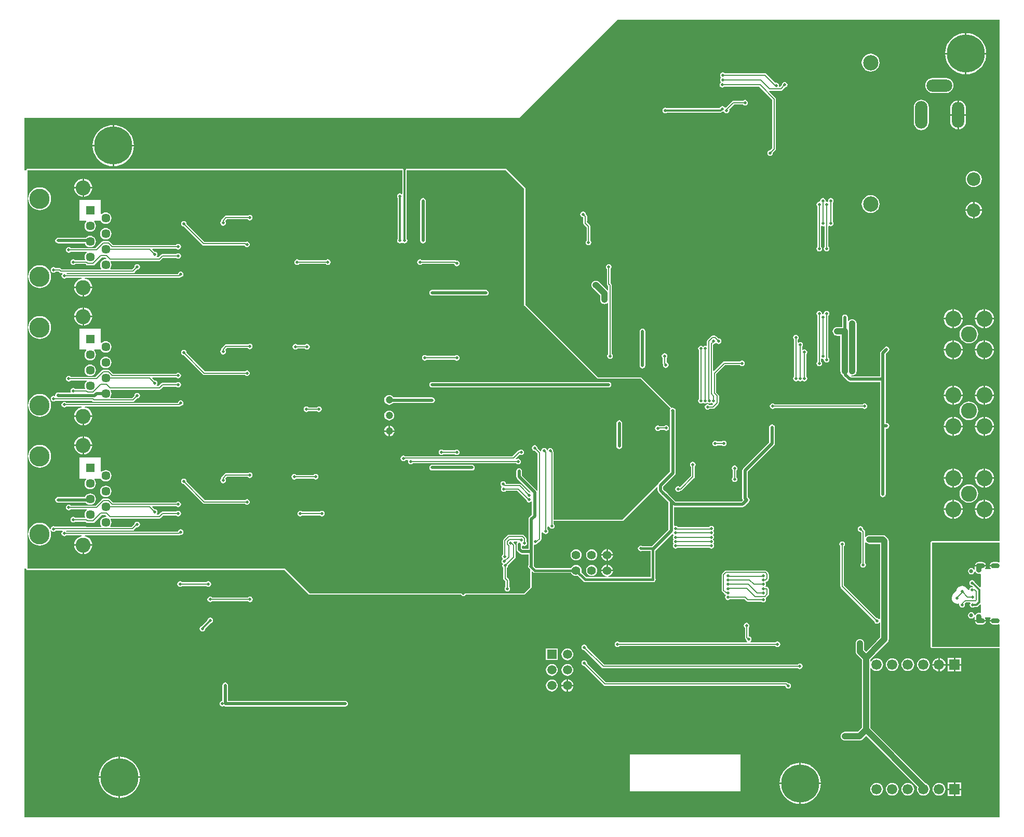
<source format=gbl>
G04*
G04 #@! TF.GenerationSoftware,Altium Limited,Altium Designer,24.5.1 (21)*
G04*
G04 Layer_Physical_Order=2*
G04 Layer_Color=16711680*
%FSLAX25Y25*%
%MOIN*%
G70*
G04*
G04 #@! TF.SameCoordinates,BF01A39B-E5BE-45C2-AD7E-2E88940229C6*
G04*
G04*
G04 #@! TF.FilePolarity,Positive*
G04*
G01*
G75*
%ADD12C,0.00787*%
%ADD13C,0.01968*%
%ADD15C,0.01181*%
%ADD141C,0.03937*%
%ADD143C,0.01575*%
%ADD146C,0.02480*%
%ADD147O,0.05118X0.02559*%
%ADD148C,0.02441*%
%ADD149R,0.06614X0.06614*%
%ADD150C,0.06614*%
%ADD151C,0.08661*%
%ADD152R,0.05906X0.05906*%
%ADD153C,0.05906*%
%ADD154C,0.05701*%
%ADD155R,0.05701X0.05701*%
%ADD156C,0.09567*%
%ADD157C,0.12992*%
%ADD158C,0.10236*%
%ADD159C,0.04724*%
%ADD160C,0.24410*%
%ADD161C,0.05512*%
%ADD162C,0.09843*%
%ADD163O,0.08000X0.16600*%
%ADD164O,0.16600X0.08000*%
%ADD165O,0.08000X0.17800*%
%ADD166C,0.01968*%
%ADD167C,0.03937*%
G36*
X322835Y405512D02*
Y330709D01*
X370079Y283465D01*
X397638D01*
X416833Y264269D01*
X416441Y263683D01*
X416304Y262992D01*
X416441Y262301D01*
X416501Y262212D01*
Y223780D01*
X408959Y216238D01*
X408571Y215658D01*
X385827Y192913D01*
X341755D01*
Y236153D01*
X341755Y236153D01*
X341664Y236614D01*
X341403Y237004D01*
X341345Y237062D01*
X341373Y237205D01*
X341236Y237896D01*
X340844Y238482D01*
X340258Y238874D01*
X339567Y239011D01*
X338876Y238874D01*
X338290Y238482D01*
X337898Y237896D01*
X337853Y237671D01*
X337344D01*
X337299Y237896D01*
X336907Y238482D01*
X336321Y238874D01*
X335630Y239011D01*
X334939Y238874D01*
X334353Y238482D01*
X333961Y237896D01*
X333823Y237205D01*
X333852Y237062D01*
X333391Y236816D01*
X331317Y238890D01*
X331334Y238976D01*
X331196Y239668D01*
X330805Y240254D01*
X330219Y240645D01*
X329528Y240783D01*
X328836Y240645D01*
X328250Y240254D01*
X327859Y239668D01*
X327721Y238976D01*
X327859Y238285D01*
X328250Y237699D01*
X328836Y237308D01*
X329528Y237170D01*
X329614Y237187D01*
X331473Y235328D01*
Y211807D01*
X330973Y211656D01*
X330805Y211907D01*
X321382Y221330D01*
Y224100D01*
X321245Y224792D01*
X320853Y225378D01*
X320267Y225769D01*
X319576Y225907D01*
X318885Y225769D01*
X318299Y225378D01*
X317907Y224792D01*
X317770Y224100D01*
Y220582D01*
X317907Y219890D01*
X318299Y219304D01*
X326801Y210802D01*
X326538Y210358D01*
X325984Y210468D01*
X325898Y210451D01*
X320733Y215615D01*
X320343Y215876D01*
X319882Y215968D01*
X319882Y215968D01*
X311119D01*
X311009Y216524D01*
X310617Y217110D01*
X310031Y217501D01*
X309340Y217639D01*
X308648Y217501D01*
X308062Y217110D01*
X307671Y216524D01*
X307533Y215833D01*
X307671Y215141D01*
X308062Y214555D01*
X308372Y214348D01*
X308547Y213920D01*
X308467Y213729D01*
X308174Y213290D01*
X308036Y212598D01*
X308174Y211907D01*
X308565Y211321D01*
X309151Y210930D01*
X309842Y210792D01*
X310534Y210930D01*
X311120Y211321D01*
X311169Y211394D01*
X318486D01*
X324072Y205809D01*
X324069Y205793D01*
X324206Y205102D01*
X324598Y204516D01*
X325184Y204124D01*
X325875Y203987D01*
X326566Y204124D01*
X327152Y204516D01*
X327221Y204619D01*
X327721Y204467D01*
Y196024D01*
X326085Y194387D01*
X325693Y193801D01*
X325556Y193110D01*
Y174247D01*
X322008D01*
X321491Y174764D01*
Y176028D01*
X321991Y176295D01*
X322295Y176092D01*
X322987Y175955D01*
X323678Y176092D01*
X324264Y176484D01*
X324655Y177070D01*
X324793Y177761D01*
X324655Y178453D01*
X324264Y179039D01*
X324236Y179057D01*
Y180818D01*
X324236Y180818D01*
X324144Y181279D01*
X323883Y181670D01*
X323883Y181670D01*
X322615Y182938D01*
X322224Y183199D01*
X321763Y183291D01*
X321763Y183291D01*
X313018D01*
X312557Y183199D01*
X312166Y182938D01*
X312166Y182938D01*
X309581Y180353D01*
X309320Y179963D01*
X309229Y179502D01*
X309229Y179502D01*
Y170749D01*
X308959Y170569D01*
X308567Y169983D01*
X308430Y169291D01*
X308567Y168600D01*
X308937Y168047D01*
X308999Y167900D01*
Y167487D01*
X308820Y167367D01*
X308428Y166781D01*
X308290Y166090D01*
X308428Y165398D01*
X308820Y164812D01*
X309257Y164520D01*
X308961Y164077D01*
X308823Y163386D01*
X308961Y162695D01*
X309353Y162109D01*
X309426Y162060D01*
Y155241D01*
X309426Y155241D01*
X309517Y154780D01*
X309778Y154389D01*
X310803Y153365D01*
Y149948D01*
X310730Y149899D01*
X310338Y149313D01*
X310201Y148622D01*
X310338Y147931D01*
X310730Y147345D01*
X311316Y146953D01*
X312007Y146815D01*
X312699Y146953D01*
X313285Y147345D01*
X313676Y147931D01*
X313814Y148622D01*
X313676Y149313D01*
X313285Y149899D01*
X313211Y149948D01*
Y153864D01*
X313120Y154324D01*
X312859Y154715D01*
X312859Y154715D01*
X311834Y155740D01*
Y162060D01*
X311907Y162109D01*
X312299Y162695D01*
X312436Y163386D01*
X312419Y163472D01*
X316993Y168046D01*
X316993Y168046D01*
X317254Y168437D01*
X317346Y168898D01*
X317346Y168898D01*
Y176378D01*
X317254Y176839D01*
X316993Y177229D01*
X316993Y177229D01*
X315965Y178257D01*
X315912Y178293D01*
X315888Y178414D01*
X316217Y178914D01*
X318213D01*
X318355Y178570D01*
X318389Y178414D01*
X318016Y177857D01*
X317879Y177165D01*
Y174016D01*
X318016Y173325D01*
X318408Y172738D01*
X319983Y171164D01*
X320569Y170772D01*
X321260Y170635D01*
X325556D01*
Y163772D01*
X325497Y163683D01*
X325359Y162992D01*
X325497Y162301D01*
X325888Y161715D01*
X326474Y161323D01*
X326586Y161301D01*
X326772Y161115D01*
Y149606D01*
X322835Y145669D01*
X185039D01*
X169291Y161417D01*
X3937D01*
Y417323D01*
X244658D01*
Y402288D01*
X244158Y402021D01*
X243801Y402259D01*
X243110Y402397D01*
X242419Y402259D01*
X241833Y401868D01*
X241441Y401282D01*
X241304Y400591D01*
X241441Y399899D01*
X241705Y399504D01*
Y373133D01*
X241441Y372739D01*
X241304Y372047D01*
X241441Y371356D01*
X241833Y370770D01*
X242419Y370378D01*
X243110Y370241D01*
X243801Y370378D01*
X244247Y370676D01*
X244587Y370735D01*
X244926Y370676D01*
X245372Y370378D01*
X246063Y370241D01*
X246754Y370378D01*
X247340Y370770D01*
X247732Y371356D01*
X247869Y372047D01*
X247732Y372739D01*
X247468Y373133D01*
Y417323D01*
X311024D01*
X322835Y405512D01*
D02*
G37*
G36*
X408430Y213728D02*
Y211811D01*
X408567Y211120D01*
X408959Y210534D01*
X410731Y208762D01*
X411172Y208467D01*
X412081Y207558D01*
X412376Y207116D01*
X415517Y203976D01*
Y186513D01*
X405018Y176015D01*
X398424D01*
X398329Y176078D01*
X397638Y176216D01*
X396947Y176078D01*
X396360Y175687D01*
X395969Y175101D01*
X395831Y174409D01*
X395969Y173718D01*
X396360Y173132D01*
X396947Y172741D01*
X397638Y172603D01*
X398329Y172741D01*
X398424Y172804D01*
X403906D01*
Y156133D01*
X376685D01*
X376652Y156633D01*
X377122Y156695D01*
X378036Y157074D01*
X378820Y157676D01*
X379422Y158460D01*
X379801Y159374D01*
X379864Y159854D01*
X376142D01*
X372419D01*
X372482Y159374D01*
X372861Y158460D01*
X373463Y157676D01*
X374248Y157074D01*
X375161Y156695D01*
X375631Y156633D01*
X375599Y156133D01*
X362634D01*
X359519Y159248D01*
X359594Y159429D01*
X359716Y160354D01*
X359594Y161279D01*
X359237Y162141D01*
X358669Y162881D01*
X357929Y163449D01*
X357067Y163806D01*
X356142Y163928D01*
X355217Y163806D01*
X354355Y163449D01*
X353615Y162881D01*
X353047Y162141D01*
X352972Y161960D01*
X330468D01*
X329169Y163260D01*
Y172441D01*
Y176688D01*
X329669Y177023D01*
X330118Y176934D01*
X330809Y177071D01*
X331395Y177463D01*
X331787Y178049D01*
X331819Y178210D01*
X332009Y178337D01*
X333529Y179857D01*
X333529Y179857D01*
X333790Y180248D01*
X333881Y180709D01*
X333881Y180709D01*
Y184275D01*
X334473Y184867D01*
X334989Y184676D01*
X335337Y184156D01*
X335923Y183764D01*
X336614Y183627D01*
X337305Y183764D01*
X337891Y184156D01*
X338283Y184742D01*
X338421Y185433D01*
X338283Y186124D01*
X337891Y186710D01*
X337818Y186759D01*
Y188212D01*
X338293Y188686D01*
X338835Y188522D01*
X338882Y188285D01*
X339274Y187699D01*
X339860Y187308D01*
X340551Y187170D01*
X341242Y187308D01*
X341828Y187699D01*
X342220Y188285D01*
X342357Y188976D01*
X342220Y189668D01*
X341828Y190254D01*
X341755Y190303D01*
Y192111D01*
X385827D01*
X385827Y192111D01*
X386134Y192172D01*
X386395Y192346D01*
X407968Y213919D01*
X408430Y213728D01*
D02*
G37*
G36*
X627914Y179114D02*
X584531D01*
X584224Y179053D01*
X583964Y178879D01*
X583790Y178618D01*
X583729Y178311D01*
X583729Y111311D01*
X583790Y111004D01*
X583964Y110743D01*
X584224Y110569D01*
X584531Y110508D01*
X627914Y110508D01*
X627914Y110008D01*
X627914Y2007D01*
X2007D01*
X2007Y161417D01*
X3134D01*
X3195Y161110D01*
X3369Y160850D01*
X3630Y160676D01*
X3937Y160615D01*
X168959D01*
X184472Y145102D01*
X184732Y144928D01*
X185039Y144867D01*
X282244D01*
X282561Y144392D01*
X283147Y144000D01*
X283839Y143863D01*
X284530Y144000D01*
X285116Y144392D01*
X285433Y144867D01*
X322835D01*
X323142Y144928D01*
X323402Y145102D01*
X323402Y145102D01*
X327339Y149039D01*
X327513Y149299D01*
X327574Y149606D01*
Y159659D01*
X328036Y159850D01*
X328668Y159219D01*
X328668Y159219D01*
X329189Y158871D01*
X329803Y158749D01*
X352972D01*
X353047Y158567D01*
X353615Y157827D01*
X354355Y157259D01*
X355217Y156902D01*
X356142Y156781D01*
X357067Y156902D01*
X357248Y156977D01*
X360833Y153392D01*
X360833Y153392D01*
X361354Y153044D01*
X361968Y152922D01*
X361968Y152922D01*
X404726D01*
X404820Y152859D01*
X405512Y152721D01*
X406203Y152859D01*
X406789Y153250D01*
X407181Y153836D01*
X407318Y154528D01*
X407181Y155219D01*
X407118Y155313D01*
Y173005D01*
X417927Y183815D01*
X418477Y183657D01*
X418801Y183171D01*
Y182970D01*
X418410Y182384D01*
X418272Y181693D01*
X418410Y181002D01*
X418801Y180416D01*
Y180214D01*
X418410Y179628D01*
X418272Y178937D01*
X418410Y178246D01*
X418801Y177660D01*
Y177458D01*
X418410Y176872D01*
X418272Y176181D01*
X418410Y175490D01*
X418801Y174904D01*
X419387Y174512D01*
X420079Y174375D01*
X420770Y174512D01*
X421356Y174904D01*
X421405Y174977D01*
X441593D01*
X441642Y174904D01*
X442228Y174512D01*
X442919Y174375D01*
X443610Y174512D01*
X444196Y174904D01*
X444588Y175490D01*
X444725Y176181D01*
X444588Y176872D01*
X444196Y177458D01*
X444164Y177480D01*
Y177660D01*
X444555Y178246D01*
X444693Y178937D01*
X444555Y179628D01*
X444164Y180214D01*
Y180416D01*
X444555Y181002D01*
X444693Y181693D01*
X444555Y182384D01*
X444323Y182732D01*
X444164Y183171D01*
X444555Y183758D01*
X444693Y184449D01*
X444555Y185140D01*
X444333Y185472D01*
X444191Y185927D01*
X444582Y186513D01*
X444720Y187205D01*
X444582Y187896D01*
X444191Y188482D01*
X443605Y188874D01*
X442913Y189011D01*
X442222Y188874D01*
X441636Y188482D01*
X441456Y188212D01*
X421536D01*
X421356Y188482D01*
X420770Y188874D01*
X420079Y189011D01*
X419629Y188922D01*
X419129Y189257D01*
Y200816D01*
X419291Y200950D01*
X462992D01*
X463683Y201087D01*
X464269Y201479D01*
X467025Y204235D01*
X467417Y204820D01*
X467554Y205512D01*
X467417Y206203D01*
X467025Y206789D01*
X466373Y207441D01*
Y223661D01*
X483159Y240447D01*
X483551Y241033D01*
X483688Y241724D01*
Y252370D01*
X483551Y253061D01*
X483159Y253647D01*
X482573Y254039D01*
X481882Y254176D01*
X481191Y254039D01*
X480605Y253647D01*
X480213Y253061D01*
X480076Y252370D01*
Y242473D01*
X463290Y225687D01*
X462898Y225101D01*
X462761Y224410D01*
Y206693D01*
X462898Y206002D01*
X463213Y205531D01*
X462244Y204562D01*
X420040D01*
X418600Y206002D01*
X415226Y209376D01*
X414931Y209818D01*
X413432Y211317D01*
X412990Y211612D01*
X412043Y212559D01*
Y214212D01*
X419584Y221754D01*
X419976Y222340D01*
X420113Y223031D01*
Y262795D01*
X419976Y263487D01*
X419584Y264073D01*
X419387Y264269D01*
X418801Y264661D01*
X418110Y264798D01*
X417515Y264680D01*
X417500Y264716D01*
X417445Y264771D01*
X417401Y264837D01*
X398205Y284032D01*
X397945Y284206D01*
X397638Y284267D01*
X370411D01*
X323638Y331041D01*
Y405512D01*
X323576Y405819D01*
X323402Y406079D01*
X323402Y406079D01*
X311591Y417891D01*
X311331Y418064D01*
X311024Y418126D01*
X247468D01*
X247161Y418064D01*
X246900Y417891D01*
X246726Y417630D01*
X246665Y417323D01*
X245461D01*
X245400Y417630D01*
X245226Y417891D01*
X244965Y418064D01*
X244658Y418126D01*
X3937D01*
X3630Y418064D01*
X3369Y417891D01*
X3195Y417630D01*
X3134Y417323D01*
X2007D01*
Y450749D01*
X318898D01*
X319666Y450902D01*
X320317Y451337D01*
X382721Y513741D01*
X627914D01*
X627914Y179114D01*
D02*
G37*
G36*
Y165778D02*
X627782Y165624D01*
X627773Y165619D01*
X627543Y165501D01*
X627438Y165474D01*
X627363Y165509D01*
X627339Y165515D01*
X627318Y165529D01*
X627239Y165560D01*
X627228Y165562D01*
X627218Y165568D01*
X627144Y165596D01*
X627119Y165600D01*
X627097Y165612D01*
X627018Y165635D01*
X626995Y165637D01*
X626973Y165647D01*
X626891Y165667D01*
X626876Y165667D01*
X626862Y165673D01*
X626783Y165689D01*
X626761Y165689D01*
X626740Y165696D01*
X626657Y165708D01*
X626619Y165706D01*
X626581Y165715D01*
X626416Y165723D01*
X626397Y165720D01*
X626378Y165724D01*
X624016D01*
X623997Y165720D01*
X623978Y165723D01*
X623812Y165715D01*
X623775Y165706D01*
X623737Y165708D01*
X623654Y165696D01*
X623633Y165689D01*
X623610Y165689D01*
X623532Y165673D01*
X623518Y165667D01*
X623503Y165667D01*
X623420Y165647D01*
X623399Y165637D01*
X623376Y165635D01*
X623297Y165612D01*
X623275Y165600D01*
X623250Y165596D01*
X623175Y165568D01*
X623166Y165562D01*
X623155Y165560D01*
X623076Y165529D01*
X623055Y165515D01*
X623030Y165509D01*
X622956Y165474D01*
X622934Y165458D01*
X622909Y165450D01*
X622838Y165410D01*
X622826Y165400D01*
X622810Y165394D01*
X622739Y165350D01*
X622731Y165343D01*
X622721Y165339D01*
X622654Y165296D01*
X622632Y165274D01*
X622603Y165260D01*
X622536Y165209D01*
X622518Y165188D01*
X622495Y165175D01*
X622432Y165120D01*
X622424Y165110D01*
X622413Y165103D01*
X622354Y165048D01*
X622348Y165039D01*
X622274Y164990D01*
X622207Y164890D01*
X622187Y164867D01*
X622174Y164844D01*
X622154Y164826D01*
X622102Y164759D01*
X622088Y164731D01*
X622066Y164708D01*
X622023Y164641D01*
X622019Y164631D01*
X622012Y164623D01*
X621969Y164552D01*
X621963Y164537D01*
X621952Y164524D01*
X621912Y164453D01*
X621910Y164445D01*
X621770Y164236D01*
X621693Y163846D01*
X622524D01*
X622547Y163909D01*
X622579Y163988D01*
X622614Y164063D01*
X622653Y164134D01*
X622697Y164205D01*
X622740Y164272D01*
X622791Y164339D01*
X622847Y164402D01*
X622902Y164461D01*
X622961Y164516D01*
X623024Y164571D01*
X623091Y164622D01*
X623158Y164665D01*
X623228Y164709D01*
X623299Y164748D01*
X623374Y164784D01*
X623453Y164815D01*
X623528Y164842D01*
X623606Y164866D01*
X623689Y164886D01*
X623768Y164902D01*
X623850Y164913D01*
X623933Y164917D01*
X624016Y164921D01*
X626378D01*
X626461Y164917D01*
X626543Y164913D01*
X626626Y164902D01*
X626705Y164886D01*
X626787Y164866D01*
X626866Y164842D01*
X626941Y164815D01*
X627020Y164784D01*
X627095Y164748D01*
X627165Y164709D01*
X627236Y164665D01*
X627303Y164622D01*
X627370Y164571D01*
X627433Y164516D01*
X627492Y164461D01*
X627547Y164402D01*
X627602Y164339D01*
X627654Y164272D01*
X627697Y164205D01*
X627740Y164134D01*
X627779Y164063D01*
X627815Y163988D01*
X627846Y163909D01*
X627874Y163835D01*
X627898Y163756D01*
X627917Y163673D01*
X627933Y163594D01*
X627945Y163512D01*
X627949Y163429D01*
X627953Y163347D01*
X627949Y163264D01*
X627945Y163181D01*
X627933Y163098D01*
X627917Y163020D01*
X627898Y162937D01*
X627874Y162858D01*
X627846Y162784D01*
X627815Y162705D01*
X627779Y162630D01*
X627740Y162559D01*
X627697Y162488D01*
X627654Y162421D01*
X627602Y162354D01*
X627547Y162291D01*
X627492Y162232D01*
X627433Y162177D01*
X627370Y162122D01*
X627303Y162071D01*
X627236Y162028D01*
X627165Y161984D01*
X627095Y161945D01*
X627020Y161909D01*
X626941Y161878D01*
X626866Y161850D01*
X626787Y161827D01*
X626705Y161807D01*
X626626Y161791D01*
X626543Y161779D01*
X626461Y161776D01*
X626378Y161772D01*
X624016D01*
X623933Y161776D01*
X623850Y161779D01*
X623768Y161791D01*
X623689Y161807D01*
X623606Y161827D01*
X623528Y161850D01*
X623453Y161878D01*
X623374Y161909D01*
X623299Y161945D01*
X623228Y161984D01*
X623158Y162028D01*
X623091Y162071D01*
X623024Y162122D01*
X622961Y162177D01*
X622902Y162232D01*
X622847Y162291D01*
X622791Y162354D01*
X622740Y162421D01*
X622697Y162488D01*
X622653Y162559D01*
X622614Y162630D01*
X622579Y162705D01*
X622547Y162784D01*
X622524Y162846D01*
X621693D01*
X621770Y162457D01*
X621910Y162248D01*
X621912Y162240D01*
X621952Y162169D01*
X621963Y162156D01*
X621969Y162140D01*
X622012Y162069D01*
X622019Y162062D01*
X622023Y162052D01*
X622066Y161985D01*
X622088Y161962D01*
X622102Y161934D01*
X622154Y161867D01*
X622174Y161849D01*
X622187Y161826D01*
X622207Y161803D01*
X622274Y161703D01*
X622151Y161252D01*
X622103Y161196D01*
X618842D01*
X618794Y161252D01*
X618671Y161703D01*
X618738Y161803D01*
X618758Y161826D01*
X618771Y161849D01*
X618791Y161867D01*
X618843Y161934D01*
X618856Y161962D01*
X618879Y161985D01*
X618922Y162052D01*
X618926Y162062D01*
X618933Y162069D01*
X618976Y162140D01*
X618982Y162156D01*
X618993Y162169D01*
X619032Y162240D01*
X619035Y162248D01*
X619175Y162457D01*
X619252Y162846D01*
X618421D01*
X618398Y162784D01*
X618366Y162705D01*
X618331Y162630D01*
X618291Y162559D01*
X618248Y162488D01*
X618205Y162421D01*
X618153Y162354D01*
X618098Y162291D01*
X618043Y162232D01*
X617984Y162177D01*
X617921Y162122D01*
X617854Y162071D01*
X617787Y162028D01*
X617717Y161984D01*
X617646Y161945D01*
X617571Y161909D01*
X617492Y161878D01*
X617417Y161850D01*
X617339Y161827D01*
X617256Y161807D01*
X617177Y161791D01*
X617095Y161779D01*
X617012Y161776D01*
X616929Y161772D01*
X616898D01*
X616866Y161768D01*
X616839Y161764D01*
X616807Y161760D01*
X616776Y161752D01*
X616748Y161744D01*
X616716Y161732D01*
X616689Y161721D01*
X616661Y161709D01*
X616634Y161693D01*
X616606Y161677D01*
X616583Y161658D01*
X616559Y161642D01*
X616535Y161618D01*
X616512Y161598D01*
X616492Y161575D01*
X616468Y161551D01*
X616453Y161528D01*
X616433Y161504D01*
X616417Y161476D01*
X616402Y161449D01*
X616390Y161421D01*
X616378Y161394D01*
X616366Y161362D01*
X616358Y161335D01*
X616350Y161303D01*
X616347Y161272D01*
X616342Y161244D01*
X616339Y161213D01*
Y160689D01*
X616335Y160602D01*
X616331Y160516D01*
X616319Y160429D01*
X616303Y160343D01*
X616284Y160256D01*
X616256Y160173D01*
X616228Y160091D01*
X616193Y160008D01*
X616157Y159929D01*
X616114Y159854D01*
X616067Y159780D01*
X616020Y159705D01*
X615965Y159638D01*
X615909Y159571D01*
X615850Y159504D01*
X615784Y159445D01*
X615717Y159390D01*
X615650Y159335D01*
X615575Y159287D01*
X615504Y159240D01*
X615425Y159197D01*
X615346Y159161D01*
X615264Y159126D01*
X615181Y159098D01*
X615098Y159071D01*
X615012Y159051D01*
X614925Y159035D01*
X614839Y159024D01*
X614752Y159020D01*
X614665Y159016D01*
X614579Y159020D01*
X614492Y159024D01*
X614405Y159035D01*
X614319Y159051D01*
X614232Y159071D01*
X614150Y159098D01*
X614067Y159126D01*
X613984Y159161D01*
X613905Y159197D01*
X613831Y159240D01*
X613756Y159287D01*
X613681Y159335D01*
X613614Y159390D01*
X613547Y159445D01*
X613480Y159504D01*
X613421Y159571D01*
X613366Y159638D01*
X613311Y159705D01*
X613264Y159780D01*
X613216Y159854D01*
X613173Y159929D01*
X613138Y160008D01*
X613102Y160091D01*
X613075Y160173D01*
X613047Y160256D01*
X613028Y160343D01*
X613012Y160429D01*
X613000Y160516D01*
X612996Y160602D01*
X612992Y160689D01*
Y162846D01*
X612189D01*
Y160811D01*
X612165Y160801D01*
X611689Y160728D01*
X611304Y161304D01*
X610634Y161752D01*
X609842Y161910D01*
X609051Y161752D01*
X608381Y161304D01*
X607933Y160634D01*
X607775Y159843D01*
X607933Y159051D01*
X608381Y158381D01*
X609051Y157933D01*
X609842Y157775D01*
X610634Y157933D01*
X611304Y158381D01*
X611752Y159051D01*
X611875Y159668D01*
X611888Y159673D01*
X612216Y159743D01*
X612393Y159708D01*
X612400Y159692D01*
X612404Y159686D01*
X612406Y159678D01*
X612441Y159600D01*
X612465Y159566D01*
X612478Y159527D01*
X612522Y159452D01*
X612532Y159440D01*
X612538Y159426D01*
X612632Y159276D01*
X612667Y159239D01*
X612691Y159194D01*
X612746Y159127D01*
X612746Y159127D01*
X612802Y159061D01*
X612812Y159052D01*
X612819Y159040D01*
X612878Y158973D01*
X612919Y158942D01*
X612949Y158902D01*
X613016Y158843D01*
X613028Y158836D01*
X613037Y158825D01*
X613171Y158715D01*
X613215Y158691D01*
X613252Y158656D01*
X613402Y158561D01*
X613417Y158556D01*
X613428Y158545D01*
X613503Y158502D01*
X613542Y158489D01*
X613576Y158465D01*
X613655Y158429D01*
X613662Y158428D01*
X613668Y158423D01*
X613751Y158388D01*
X613784Y158381D01*
X613813Y158364D01*
X613978Y158309D01*
X614018Y158304D01*
X614054Y158288D01*
X614141Y158268D01*
X614159Y158268D01*
X614175Y158261D01*
X614262Y158246D01*
X614280Y158246D01*
X614297Y158240D01*
X614384Y158228D01*
X614420Y158230D01*
X614456Y158222D01*
X614542Y158218D01*
X614542Y158218D01*
X614542Y158218D01*
X614629Y158214D01*
X614665Y158219D01*
X614702Y158214D01*
X614788Y158218D01*
X614788Y158218D01*
X614788Y158218D01*
X614875Y158222D01*
X614911Y158230D01*
X614947Y158228D01*
X615034Y158240D01*
X615051Y158246D01*
X615069Y158246D01*
X615156Y158261D01*
X615172Y158268D01*
X615190Y158268D01*
X615276Y158288D01*
X615313Y158304D01*
X615352Y158309D01*
X615390Y158322D01*
X615498Y158301D01*
X615774Y158143D01*
X615869Y158022D01*
X615890Y157977D01*
Y149742D01*
X615428Y149551D01*
X612097Y152882D01*
X612063Y153053D01*
X611671Y153639D01*
X611085Y154031D01*
X610394Y154169D01*
X609702Y154031D01*
X609116Y153639D01*
X608725Y153053D01*
X608587Y152362D01*
X608725Y151671D01*
X609116Y151085D01*
X609702Y150693D01*
X610394Y150556D01*
X610440Y150565D01*
X610972Y150034D01*
X610725Y149573D01*
X610383Y149641D01*
X609691Y149504D01*
X609105Y149112D01*
X608714Y148526D01*
X608599Y147950D01*
X608271Y147783D01*
X608089Y147753D01*
X606464Y149378D01*
X605724Y149945D01*
X604862Y150303D01*
X603937Y150424D01*
X603012Y150303D01*
X602150Y149945D01*
X601410Y149378D01*
X601184Y149152D01*
X600616Y148411D01*
X600259Y147549D01*
X600242Y147422D01*
X598486Y145667D01*
X597918Y144926D01*
X597561Y144064D01*
X597547Y143956D01*
X597335Y143445D01*
X597214Y142520D01*
X597335Y141595D01*
X597692Y140733D01*
X598260Y139993D01*
X599001Y139425D01*
X599862Y139068D01*
X600787Y138946D01*
X601712Y139068D01*
X601785Y139098D01*
X602184Y138722D01*
X602087Y138233D01*
X602224Y137541D01*
X602616Y136955D01*
X603202Y136564D01*
X603893Y136426D01*
X604585Y136564D01*
X605171Y136955D01*
X605562Y137541D01*
X605700Y138233D01*
X605609Y138687D01*
X605626Y138711D01*
X605688Y139024D01*
X606404Y139741D01*
X607424D01*
X607480Y139733D01*
X608930D01*
X609197Y139233D01*
X608961Y138880D01*
X608824Y138189D01*
X608961Y137498D01*
X609353Y136912D01*
X609939Y136520D01*
X610630Y136383D01*
X611321Y136520D01*
X611716Y136784D01*
X613189D01*
X613727Y136891D01*
X614182Y137196D01*
X615428Y138441D01*
X615890Y138250D01*
Y133361D01*
X615869Y133317D01*
X615774Y133196D01*
X615498Y133038D01*
X615390Y133017D01*
X615352Y133029D01*
X615313Y133034D01*
X615276Y133051D01*
X615190Y133070D01*
X615172Y133071D01*
X615156Y133077D01*
X615069Y133093D01*
X615051Y133093D01*
X615034Y133099D01*
X614947Y133110D01*
X614911Y133108D01*
X614875Y133117D01*
X614788Y133121D01*
X614788Y133121D01*
X614788Y133121D01*
X614702Y133125D01*
X614665Y133119D01*
X614629Y133125D01*
X614542Y133121D01*
X614542Y133121D01*
X614542Y133121D01*
X614456Y133117D01*
X614420Y133108D01*
X614384Y133110D01*
X614297Y133099D01*
X614280Y133093D01*
X614262Y133093D01*
X614175Y133077D01*
X614159Y133071D01*
X614141Y133070D01*
X614054Y133051D01*
X614018Y133034D01*
X613978Y133029D01*
X613813Y132974D01*
X613784Y132957D01*
X613751Y132950D01*
X613668Y132915D01*
X613662Y132911D01*
X613655Y132909D01*
X613576Y132874D01*
X613542Y132850D01*
X613503Y132836D01*
X613428Y132793D01*
X613417Y132783D01*
X613402Y132777D01*
X613252Y132683D01*
X613216Y132648D01*
X613171Y132624D01*
X613104Y132569D01*
X613104Y132569D01*
X613037Y132513D01*
X613028Y132503D01*
X613016Y132496D01*
X612949Y132437D01*
X612919Y132396D01*
X612878Y132366D01*
X612819Y132299D01*
X612812Y132287D01*
X612802Y132278D01*
X612691Y132144D01*
X612667Y132099D01*
X612632Y132062D01*
X612538Y131913D01*
X612532Y131898D01*
X612522Y131886D01*
X612478Y131812D01*
X612465Y131773D01*
X612441Y131739D01*
X612406Y131660D01*
X612404Y131653D01*
X612400Y131647D01*
X612393Y131631D01*
X612216Y131596D01*
X611888Y131666D01*
X611875Y131670D01*
X611752Y132287D01*
X611304Y132958D01*
X610634Y133406D01*
X609842Y133563D01*
X609051Y133406D01*
X608381Y132958D01*
X607933Y132287D01*
X607775Y131496D01*
X607933Y130705D01*
X608381Y130034D01*
X609051Y129586D01*
X609842Y129429D01*
X610634Y129586D01*
X611304Y130034D01*
X611689Y130611D01*
X612165Y130537D01*
X612189Y130527D01*
Y128492D01*
X612992D01*
Y130650D01*
X612996Y130736D01*
X613000Y130823D01*
X613012Y130909D01*
X613028Y130996D01*
X613047Y131083D01*
X613075Y131165D01*
X613102Y131248D01*
X613138Y131331D01*
X613173Y131409D01*
X613216Y131484D01*
X613264Y131559D01*
X613311Y131634D01*
X613366Y131701D01*
X613421Y131768D01*
X613480Y131835D01*
X613547Y131894D01*
X613614Y131949D01*
X613681Y132004D01*
X613756Y132051D01*
X613831Y132098D01*
X613905Y132142D01*
X613984Y132177D01*
X614067Y132213D01*
X614150Y132240D01*
X614232Y132268D01*
X614319Y132287D01*
X614405Y132303D01*
X614492Y132315D01*
X614579Y132319D01*
X614665Y132323D01*
X614752Y132319D01*
X614839Y132315D01*
X614925Y132303D01*
X615012Y132287D01*
X615098Y132268D01*
X615181Y132240D01*
X615264Y132213D01*
X615346Y132177D01*
X615425Y132142D01*
X615504Y132098D01*
X615575Y132051D01*
X615650Y132004D01*
X615717Y131949D01*
X615784Y131894D01*
X615850Y131835D01*
X615909Y131768D01*
X615965Y131701D01*
X616020Y131634D01*
X616067Y131559D01*
X616114Y131484D01*
X616157Y131409D01*
X616193Y131331D01*
X616228Y131248D01*
X616256Y131165D01*
X616284Y131083D01*
X616303Y130996D01*
X616319Y130909D01*
X616331Y130823D01*
X616335Y130736D01*
X616339Y130650D01*
Y130126D01*
X616342Y130095D01*
X616347Y130067D01*
X616350Y130035D01*
X616358Y130004D01*
X616366Y129976D01*
X616378Y129945D01*
X616390Y129917D01*
X616402Y129890D01*
X616417Y129862D01*
X616433Y129835D01*
X616453Y129811D01*
X616468Y129787D01*
X616492Y129764D01*
X616512Y129740D01*
X616535Y129720D01*
X616559Y129697D01*
X616583Y129681D01*
X616606Y129661D01*
X616634Y129646D01*
X616661Y129630D01*
X616689Y129618D01*
X616716Y129606D01*
X616748Y129595D01*
X616776Y129587D01*
X616807Y129579D01*
X616839Y129575D01*
X616866Y129571D01*
X616898Y129567D01*
X616929D01*
X617012Y129563D01*
X617095Y129559D01*
X617177Y129547D01*
X617256Y129532D01*
X617339Y129512D01*
X617417Y129488D01*
X617492Y129461D01*
X617571Y129429D01*
X617646Y129394D01*
X617717Y129354D01*
X617787Y129311D01*
X617854Y129268D01*
X617921Y129217D01*
X617984Y129161D01*
X618043Y129106D01*
X618098Y129047D01*
X618153Y128984D01*
X618205Y128917D01*
X618248Y128850D01*
X618291Y128779D01*
X618331Y128709D01*
X618366Y128634D01*
X618398Y128555D01*
X618421Y128492D01*
X619252D01*
X619175Y128882D01*
X619035Y129091D01*
X619032Y129098D01*
X618993Y129169D01*
X618982Y129182D01*
X618976Y129198D01*
X618933Y129269D01*
X618926Y129277D01*
X618922Y129287D01*
X618879Y129353D01*
X618856Y129376D01*
X618843Y129405D01*
X618791Y129472D01*
X618771Y129490D01*
X618758Y129513D01*
X618738Y129536D01*
X618671Y129636D01*
X618794Y130087D01*
X618842Y130142D01*
X622103D01*
X622151Y130087D01*
X622274Y129636D01*
X622207Y129536D01*
X622187Y129513D01*
X622174Y129490D01*
X622154Y129472D01*
X622102Y129405D01*
X622088Y129376D01*
X622066Y129353D01*
X622023Y129287D01*
X622019Y129277D01*
X622012Y129269D01*
X621969Y129198D01*
X621963Y129182D01*
X621952Y129169D01*
X621912Y129098D01*
X621910Y129091D01*
X621770Y128882D01*
X621693Y128492D01*
X622524D01*
X622547Y128555D01*
X622579Y128634D01*
X622614Y128709D01*
X622653Y128779D01*
X622697Y128850D01*
X622740Y128917D01*
X622791Y128984D01*
X622847Y129047D01*
X622902Y129106D01*
X622961Y129161D01*
X623024Y129217D01*
X623091Y129268D01*
X623158Y129311D01*
X623228Y129354D01*
X623299Y129394D01*
X623374Y129429D01*
X623453Y129461D01*
X623528Y129488D01*
X623606Y129512D01*
X623689Y129532D01*
X623768Y129547D01*
X623850Y129559D01*
X623933Y129563D01*
X624016Y129567D01*
X626378D01*
X626461Y129563D01*
X626543Y129559D01*
X626626Y129547D01*
X626705Y129532D01*
X626787Y129512D01*
X626866Y129488D01*
X626941Y129461D01*
X627020Y129429D01*
X627095Y129394D01*
X627165Y129354D01*
X627236Y129311D01*
X627303Y129268D01*
X627370Y129217D01*
X627433Y129161D01*
X627492Y129106D01*
X627547Y129047D01*
X627602Y128984D01*
X627654Y128917D01*
X627697Y128850D01*
X627740Y128779D01*
X627779Y128709D01*
X627815Y128634D01*
X627846Y128555D01*
X627874Y128480D01*
X627898Y128402D01*
X627917Y128319D01*
X627933Y128240D01*
X627945Y128157D01*
X627949Y128075D01*
X627953Y127992D01*
X627949Y127909D01*
X627945Y127827D01*
X627933Y127744D01*
X627917Y127665D01*
X627898Y127583D01*
X627874Y127504D01*
X627846Y127429D01*
X627815Y127350D01*
X627779Y127276D01*
X627740Y127205D01*
X627697Y127134D01*
X627654Y127067D01*
X627602Y127000D01*
X627547Y126937D01*
X627492Y126878D01*
X627433Y126823D01*
X627370Y126768D01*
X627303Y126716D01*
X627236Y126673D01*
X627165Y126630D01*
X627095Y126591D01*
X627020Y126555D01*
X626941Y126524D01*
X626866Y126496D01*
X626787Y126472D01*
X626705Y126453D01*
X626626Y126437D01*
X626543Y126425D01*
X626461Y126421D01*
X626378Y126417D01*
X624016D01*
X623933Y126421D01*
X623850Y126425D01*
X623768Y126437D01*
X623689Y126453D01*
X623606Y126472D01*
X623528Y126496D01*
X623453Y126524D01*
X623374Y126555D01*
X623299Y126591D01*
X623228Y126630D01*
X623158Y126673D01*
X623091Y126716D01*
X623024Y126768D01*
X622961Y126823D01*
X622902Y126878D01*
X622847Y126937D01*
X622791Y127000D01*
X622740Y127067D01*
X622697Y127134D01*
X622653Y127205D01*
X622614Y127276D01*
X622579Y127350D01*
X622547Y127429D01*
X622524Y127492D01*
X621693D01*
X621770Y127103D01*
X621910Y126893D01*
X621912Y126886D01*
X621952Y126815D01*
X621963Y126802D01*
X621969Y126786D01*
X622012Y126715D01*
X622019Y126707D01*
X622023Y126698D01*
X622066Y126631D01*
X622088Y126608D01*
X622102Y126579D01*
X622154Y126512D01*
X622174Y126495D01*
X622187Y126471D01*
X622207Y126448D01*
X622274Y126349D01*
X622348Y126299D01*
X622354Y126291D01*
X622413Y126236D01*
X622424Y126229D01*
X622432Y126219D01*
X622495Y126163D01*
X622518Y126150D01*
X622536Y126130D01*
X622603Y126079D01*
X622632Y126065D01*
X622654Y126042D01*
X622721Y125999D01*
X622731Y125995D01*
X622739Y125988D01*
X622810Y125945D01*
X622826Y125939D01*
X622838Y125928D01*
X622909Y125889D01*
X622934Y125881D01*
X622956Y125865D01*
X623030Y125830D01*
X623055Y125823D01*
X623076Y125810D01*
X623155Y125778D01*
X623166Y125776D01*
X623175Y125770D01*
X623250Y125743D01*
X623275Y125739D01*
X623297Y125727D01*
X623376Y125704D01*
X623399Y125701D01*
X623420Y125691D01*
X623503Y125672D01*
X623518Y125671D01*
X623532Y125665D01*
X623610Y125650D01*
X623633Y125650D01*
X623654Y125642D01*
X623737Y125630D01*
X623775Y125633D01*
X623812Y125623D01*
X623978Y125615D01*
X623997Y125618D01*
X624016Y125615D01*
X626378D01*
X626397Y125618D01*
X626416Y125615D01*
X626581Y125623D01*
X626619Y125633D01*
X626657Y125630D01*
X626740Y125642D01*
X626761Y125650D01*
X626783Y125650D01*
X626862Y125665D01*
X626876Y125671D01*
X626891Y125672D01*
X626973Y125691D01*
X626995Y125701D01*
X627018Y125704D01*
X627097Y125727D01*
X627119Y125739D01*
X627144Y125743D01*
X627218Y125770D01*
X627228Y125776D01*
X627239Y125778D01*
X627318Y125810D01*
X627339Y125823D01*
X627363Y125830D01*
X627438Y125865D01*
X627543Y125838D01*
X627773Y125720D01*
X627782Y125715D01*
X627914Y125561D01*
Y111311D01*
X584531Y111311D01*
X584531Y178311D01*
X627914D01*
Y165778D01*
D02*
G37*
%LPC*%
G36*
X40303Y411791D02*
Y406524D01*
X45571D01*
X45438Y407533D01*
X44855Y408940D01*
X43928Y410148D01*
X42720Y411075D01*
X41313Y411658D01*
X40303Y411791D01*
D02*
G37*
G36*
X39303Y411791D02*
X38293Y411658D01*
X36887Y411075D01*
X35678Y410148D01*
X34751Y408940D01*
X34168Y407533D01*
X34036Y406524D01*
X39303D01*
Y411791D01*
D02*
G37*
G36*
Y405524D02*
X34036D01*
X34168Y404514D01*
X34751Y403107D01*
X35678Y401899D01*
X36887Y400972D01*
X38293Y400389D01*
X39303Y400256D01*
Y405524D01*
D02*
G37*
G36*
X45571D02*
X40303D01*
Y400256D01*
X41313Y400389D01*
X42720Y400972D01*
X43928Y401899D01*
X44855Y403107D01*
X45438Y404514D01*
X45571Y405524D01*
D02*
G37*
G36*
X11811Y406334D02*
X10383Y406194D01*
X9010Y405777D01*
X7745Y405101D01*
X6636Y404191D01*
X5726Y403082D01*
X5049Y401817D01*
X4633Y400444D01*
X4492Y399016D01*
X4633Y397588D01*
X5049Y396215D01*
X5726Y394950D01*
X6636Y393841D01*
X7745Y392931D01*
X9010Y392254D01*
X10383Y391838D01*
X11811Y391697D01*
X13239Y391838D01*
X14612Y392254D01*
X15877Y392931D01*
X16986Y393841D01*
X17896Y394950D01*
X18573Y396215D01*
X18989Y397588D01*
X19130Y399016D01*
X18989Y400444D01*
X18573Y401817D01*
X17896Y403082D01*
X16986Y404191D01*
X15877Y405101D01*
X14612Y405777D01*
X13239Y406194D01*
X11811Y406334D01*
D02*
G37*
G36*
X146653Y388617D02*
X145962Y388480D01*
X145562Y388212D01*
X131496D01*
X131496Y388212D01*
X131035Y388120D01*
X130645Y387859D01*
X128676Y385891D01*
X128415Y385500D01*
X128323Y385039D01*
X128323Y385039D01*
Y384791D01*
X128250Y384742D01*
X127859Y384156D01*
X127721Y383465D01*
X127859Y382773D01*
X128250Y382187D01*
X128836Y381796D01*
X129527Y381658D01*
X130219Y381796D01*
X130805Y382187D01*
X131196Y382773D01*
X131334Y383465D01*
X131196Y384156D01*
X130856Y384665D01*
X131995Y385804D01*
X145196D01*
X145376Y385534D01*
X145962Y385142D01*
X146653Y385005D01*
X147345Y385142D01*
X147931Y385534D01*
X148322Y386120D01*
X148460Y386811D01*
X148322Y387502D01*
X147931Y388088D01*
X147345Y388480D01*
X146653Y388617D01*
D02*
G37*
G36*
X51079Y398303D02*
X37504D01*
Y384728D01*
X41681D01*
X41851Y384228D01*
X41697Y384110D01*
X41114Y383350D01*
X40747Y382465D01*
X40622Y381516D01*
X40747Y380566D01*
X41114Y379681D01*
X41697Y378921D01*
X42457Y378338D01*
X43342Y377972D01*
X44291Y377847D01*
X45241Y377972D01*
X46126Y378338D01*
X46886Y378921D01*
X47469Y379681D01*
X47835Y380566D01*
X47960Y381516D01*
X47835Y382465D01*
X47469Y383350D01*
X46886Y384110D01*
X46732Y384228D01*
X46902Y384728D01*
X51079D01*
X51113Y384684D01*
X51114Y384681D01*
X51697Y383921D01*
X52457Y383338D01*
X53342Y382972D01*
X54291Y382847D01*
X55241Y382972D01*
X56126Y383338D01*
X56886Y383921D01*
X57469Y384681D01*
X57836Y385566D01*
X57960Y386516D01*
X57836Y387465D01*
X57469Y388350D01*
X56886Y389110D01*
X56126Y389693D01*
X55241Y390060D01*
X54291Y390185D01*
X53342Y390060D01*
X52457Y389693D01*
X51697Y389110D01*
X51579Y388956D01*
X51079Y389126D01*
Y398303D01*
D02*
G37*
G36*
X54291Y380185D02*
X53342Y380060D01*
X52457Y379693D01*
X51697Y379110D01*
X51114Y378350D01*
X50747Y377465D01*
X50622Y376516D01*
X50747Y375566D01*
X51114Y374681D01*
X51697Y373921D01*
X52457Y373338D01*
X53342Y372972D01*
X54291Y372847D01*
X55241Y372972D01*
X56126Y373338D01*
X56886Y373921D01*
X57469Y374681D01*
X57836Y375566D01*
X57960Y376516D01*
X57836Y377465D01*
X57469Y378350D01*
X56886Y379110D01*
X56126Y379693D01*
X55241Y380060D01*
X54291Y380185D01*
D02*
G37*
G36*
X55961Y371751D02*
X55961Y371751D01*
X52622D01*
X52621Y371751D01*
X52161Y371660D01*
X51770Y371399D01*
X51770Y371399D01*
X47717Y367346D01*
X31838D01*
X31789Y367419D01*
X31203Y367811D01*
X30512Y367948D01*
X29820Y367811D01*
X29234Y367419D01*
X28843Y366833D01*
X28705Y366142D01*
X28843Y365451D01*
X29234Y364864D01*
X29820Y364473D01*
X30512Y364335D01*
X31203Y364473D01*
X31789Y364864D01*
X31838Y364937D01*
X41954D01*
X42123Y364438D01*
X41697Y364110D01*
X41114Y363350D01*
X40747Y362465D01*
X40622Y361516D01*
X40747Y360566D01*
X40993Y359972D01*
X40670Y359472D01*
X34791D01*
X34742Y359545D01*
X34156Y359937D01*
X33465Y360074D01*
X32773Y359937D01*
X32187Y359545D01*
X31796Y358959D01*
X31658Y358268D01*
X31796Y357576D01*
X32187Y356990D01*
X32773Y356599D01*
X33465Y356461D01*
X34156Y356599D01*
X34742Y356990D01*
X34791Y357064D01*
X41339D01*
X41770Y356633D01*
X41770Y356633D01*
X42161Y356372D01*
X42621Y356280D01*
X46154D01*
X46155Y356280D01*
X46615Y356372D01*
X47006Y356633D01*
X51653Y361280D01*
X54189D01*
X54854Y360615D01*
X54620Y360142D01*
X54291Y360185D01*
X53342Y360060D01*
X52457Y359693D01*
X51697Y359110D01*
X51114Y358350D01*
X50747Y357465D01*
X50622Y356516D01*
X50747Y355566D01*
X51114Y354681D01*
X51492Y354188D01*
X51245Y353689D01*
X25967D01*
X25458Y354198D01*
X25067Y354459D01*
X24606Y354551D01*
X24606Y354551D01*
X21995D01*
X21947Y354624D01*
X21361Y355015D01*
X20669Y355153D01*
X19978Y355015D01*
X19392Y354624D01*
X19000Y354038D01*
X18863Y353346D01*
X19000Y352655D01*
X19392Y352069D01*
X19978Y351678D01*
X20669Y351540D01*
X21361Y351678D01*
X21947Y352069D01*
X21995Y352142D01*
X24107D01*
X24617Y351633D01*
X25008Y351372D01*
X25469Y351280D01*
X25469Y351280D01*
X26270D01*
X26421Y350780D01*
X26282Y350687D01*
X25890Y350101D01*
X25753Y349410D01*
X25890Y348718D01*
X26282Y348132D01*
X26868Y347741D01*
X27559Y347603D01*
X28250Y347741D01*
X28836Y348132D01*
X28885Y348205D01*
X38737D01*
X38770Y347705D01*
X38293Y347642D01*
X36887Y347060D01*
X35678Y346133D01*
X34751Y344925D01*
X34168Y343518D01*
X34036Y342508D01*
X39803D01*
X45571D01*
X45438Y343518D01*
X44855Y344925D01*
X43928Y346133D01*
X42720Y347060D01*
X41313Y347642D01*
X40837Y347705D01*
X40869Y348205D01*
X101378D01*
X101378Y348205D01*
X101839Y348297D01*
X102229Y348558D01*
X102276Y348604D01*
X102362Y348587D01*
X103053Y348725D01*
X103639Y349116D01*
X104031Y349702D01*
X104169Y350394D01*
X104031Y351085D01*
X103639Y351671D01*
X103053Y352063D01*
X102362Y352200D01*
X101671Y352063D01*
X101085Y351671D01*
X100693Y351085D01*
X100600Y350614D01*
X29158D01*
X29023Y350780D01*
X29261Y351280D01*
X71818D01*
X71818Y351280D01*
X72279Y351372D01*
X72670Y351633D01*
X72899Y351862D01*
X72899Y351862D01*
X73090Y352149D01*
X74354Y353413D01*
X74441Y353396D01*
X75132Y353533D01*
X75718Y353925D01*
X76110Y354511D01*
X76247Y355202D01*
X76110Y355893D01*
X75718Y356479D01*
X75132Y356871D01*
X74441Y357009D01*
X73749Y356871D01*
X73163Y356479D01*
X72772Y355893D01*
X72634Y355202D01*
X72651Y355116D01*
X71224Y353689D01*
X57337D01*
X57091Y354188D01*
X57469Y354681D01*
X57836Y355566D01*
X57960Y356516D01*
X57836Y357465D01*
X57469Y358350D01*
X57290Y358583D01*
X57511Y359032D01*
X88583D01*
X88583Y359032D01*
X89043Y359124D01*
X89434Y359385D01*
X91050Y361000D01*
X99461D01*
X99510Y360927D01*
X100096Y360536D01*
X100787Y360398D01*
X101479Y360536D01*
X102065Y360927D01*
X102456Y361513D01*
X102594Y362205D01*
X102456Y362896D01*
X102065Y363482D01*
X101479Y363874D01*
X100787Y364011D01*
X100096Y363874D01*
X99510Y363482D01*
X99461Y363409D01*
X90551D01*
X90551Y363409D01*
X90090Y363317D01*
X89700Y363056D01*
X88084Y361440D01*
X87102D01*
X86960Y361784D01*
X86926Y361941D01*
X87299Y362498D01*
X87436Y363189D01*
X87299Y363880D01*
X86907Y364466D01*
X86321Y364858D01*
X85630Y364995D01*
X85544Y364978D01*
X84078Y366444D01*
X84269Y366906D01*
X99461D01*
X99510Y366833D01*
X100096Y366441D01*
X100787Y366304D01*
X101479Y366441D01*
X102065Y366833D01*
X102456Y367419D01*
X102594Y368110D01*
X102456Y368801D01*
X102065Y369388D01*
X101479Y369779D01*
X100787Y369917D01*
X100096Y369779D01*
X99510Y369388D01*
X99461Y369315D01*
X58897D01*
X56813Y371399D01*
X56422Y371660D01*
X55961Y371751D01*
D02*
G37*
G36*
X257874Y399444D02*
X257183Y399307D01*
X256597Y398915D01*
X256205Y398329D01*
X256068Y397638D01*
Y372047D01*
X256205Y371356D01*
X256597Y370770D01*
X257183Y370378D01*
X257874Y370241D01*
X258565Y370378D01*
X259151Y370770D01*
X259543Y371356D01*
X259680Y372047D01*
Y397638D01*
X259543Y398329D01*
X259151Y398915D01*
X258565Y399307D01*
X257874Y399444D01*
D02*
G37*
G36*
X104331Y384680D02*
X103639Y384543D01*
X103053Y384151D01*
X102662Y383565D01*
X102524Y382874D01*
X102662Y382183D01*
X103053Y381597D01*
X103639Y381205D01*
X104331Y381068D01*
X104417Y381085D01*
X116274Y369227D01*
X116665Y368966D01*
X117126Y368875D01*
X117126Y368875D01*
X143293D01*
X143605Y368408D01*
X144191Y368016D01*
X144882Y367879D01*
X145573Y368016D01*
X146159Y368408D01*
X146551Y368994D01*
X146688Y369685D01*
X146551Y370376D01*
X146159Y370962D01*
X145573Y371354D01*
X144882Y371491D01*
X144191Y371354D01*
X144026Y371244D01*
X143830Y371283D01*
X143830Y371283D01*
X117625D01*
X106120Y382788D01*
X106137Y382874D01*
X106000Y383565D01*
X105608Y384151D01*
X105022Y384543D01*
X104331Y384680D01*
D02*
G37*
G36*
X44291Y375185D02*
X43342Y375060D01*
X42457Y374693D01*
X41697Y374110D01*
X41500Y373854D01*
X23622D01*
X22931Y373716D01*
X22345Y373324D01*
X21953Y372739D01*
X21816Y372047D01*
X21953Y371356D01*
X22345Y370770D01*
X22931Y370378D01*
X23622Y370241D01*
X40882D01*
X41114Y369681D01*
X41697Y368921D01*
X42457Y368338D01*
X43342Y367972D01*
X44291Y367847D01*
X45241Y367972D01*
X46126Y368338D01*
X46886Y368921D01*
X47469Y369681D01*
X47835Y370566D01*
X47960Y371516D01*
X47835Y372465D01*
X47469Y373350D01*
X46886Y374110D01*
X46126Y374693D01*
X45241Y375060D01*
X44291Y375185D01*
D02*
G37*
G36*
X196850Y360074D02*
X196159Y359937D01*
X195573Y359545D01*
X195524Y359472D01*
X178491D01*
X178443Y359545D01*
X177857Y359937D01*
X177165Y360074D01*
X176474Y359937D01*
X175888Y359545D01*
X175496Y358959D01*
X175359Y358268D01*
X175496Y357576D01*
X175888Y356990D01*
X176474Y356599D01*
X177165Y356461D01*
X177857Y356599D01*
X178443Y356990D01*
X178491Y357064D01*
X195524D01*
X195573Y356990D01*
X196159Y356599D01*
X196850Y356461D01*
X197542Y356599D01*
X198128Y356990D01*
X198519Y357576D01*
X198657Y358268D01*
X198519Y358959D01*
X198128Y359545D01*
X197542Y359937D01*
X196850Y360074D01*
D02*
G37*
G36*
X255906D02*
X255214Y359937D01*
X254628Y359545D01*
X254237Y358959D01*
X254099Y358268D01*
X254237Y357576D01*
X254628Y356990D01*
X255214Y356599D01*
X255906Y356461D01*
X256597Y356599D01*
X257183Y356990D01*
X257232Y357064D01*
X277804D01*
X277859Y356789D01*
X278250Y356203D01*
X278836Y355812D01*
X279528Y355674D01*
X280219Y355812D01*
X280805Y356203D01*
X281196Y356789D01*
X281334Y357480D01*
X281196Y358172D01*
X280805Y358758D01*
X280219Y359149D01*
X279528Y359287D01*
X279180Y359218D01*
X278937Y359380D01*
X278476Y359472D01*
X278476Y359472D01*
X257232D01*
X257183Y359545D01*
X256597Y359937D01*
X255906Y360074D01*
D02*
G37*
G36*
X11811Y356334D02*
X10383Y356194D01*
X9010Y355777D01*
X7745Y355101D01*
X6636Y354191D01*
X5726Y353082D01*
X5049Y351817D01*
X4633Y350444D01*
X4492Y349016D01*
X4633Y347588D01*
X5049Y346215D01*
X5726Y344950D01*
X6636Y343841D01*
X7745Y342931D01*
X9010Y342254D01*
X10383Y341838D01*
X11811Y341697D01*
X13239Y341838D01*
X14612Y342254D01*
X15877Y342931D01*
X16986Y343841D01*
X17896Y344950D01*
X18573Y346215D01*
X18989Y347588D01*
X19130Y349016D01*
X18989Y350444D01*
X18573Y351817D01*
X17896Y353082D01*
X16986Y354191D01*
X15877Y355101D01*
X14612Y355777D01*
X13239Y356194D01*
X11811Y356334D01*
D02*
G37*
G36*
X298228Y340389D02*
X263779D01*
X263088Y340251D01*
X262502Y339860D01*
X262111Y339274D01*
X261973Y338583D01*
X262111Y337891D01*
X262502Y337305D01*
X263088Y336914D01*
X263779Y336776D01*
X298228D01*
X298920Y336914D01*
X299506Y337305D01*
X299897Y337891D01*
X300035Y338583D01*
X299897Y339274D01*
X299506Y339860D01*
X298920Y340251D01*
X298228Y340389D01*
D02*
G37*
G36*
X39303Y341508D02*
X34036D01*
X34168Y340498D01*
X34751Y339091D01*
X35678Y337883D01*
X36887Y336956D01*
X38293Y336373D01*
X39303Y336240D01*
Y341508D01*
D02*
G37*
G36*
X45571D02*
X40303D01*
Y336240D01*
X41313Y336373D01*
X42720Y336956D01*
X43928Y337883D01*
X44855Y339091D01*
X45438Y340498D01*
X45571Y341508D01*
D02*
G37*
G36*
X40303Y329114D02*
Y323847D01*
X45571D01*
X45438Y324856D01*
X44855Y326263D01*
X43928Y327471D01*
X42720Y328398D01*
X41313Y328981D01*
X40303Y329114D01*
D02*
G37*
G36*
X39303D02*
X38293Y328981D01*
X36887Y328398D01*
X35678Y327471D01*
X34751Y326263D01*
X34168Y324856D01*
X34036Y323847D01*
X39303D01*
Y329114D01*
D02*
G37*
G36*
X45571Y322847D02*
X40303D01*
Y317579D01*
X41313Y317712D01*
X42720Y318295D01*
X43928Y319222D01*
X44855Y320430D01*
X45438Y321837D01*
X45571Y322847D01*
D02*
G37*
G36*
X39303D02*
X34036D01*
X34168Y321837D01*
X34751Y320430D01*
X35678Y319222D01*
X36887Y318295D01*
X38293Y317712D01*
X39303Y317579D01*
Y322847D01*
D02*
G37*
G36*
X11811Y323657D02*
X10383Y323517D01*
X9010Y323100D01*
X7745Y322424D01*
X6636Y321514D01*
X5726Y320405D01*
X5049Y319139D01*
X4633Y317766D01*
X4492Y316339D01*
X4633Y314911D01*
X5049Y313538D01*
X5726Y312273D01*
X6636Y311163D01*
X7745Y310253D01*
X9010Y309577D01*
X10383Y309160D01*
X11811Y309020D01*
X13239Y309160D01*
X14612Y309577D01*
X15877Y310253D01*
X16986Y311163D01*
X17896Y312273D01*
X18573Y313538D01*
X18989Y314911D01*
X19130Y316339D01*
X18989Y317766D01*
X18573Y319139D01*
X17896Y320405D01*
X16986Y321514D01*
X15877Y322424D01*
X14612Y323100D01*
X13239Y323517D01*
X11811Y323657D01*
D02*
G37*
G36*
X146653Y305940D02*
X145962Y305803D01*
X145562Y305535D01*
X131496D01*
X131496Y305535D01*
X131035Y305443D01*
X130645Y305182D01*
X128676Y303214D01*
X128415Y302823D01*
X128323Y302362D01*
X128323Y302362D01*
Y302114D01*
X128250Y302065D01*
X127859Y301479D01*
X127721Y300787D01*
X127859Y300096D01*
X128250Y299510D01*
X128836Y299118D01*
X129527Y298981D01*
X130219Y299118D01*
X130805Y299510D01*
X131196Y300096D01*
X131334Y300787D01*
X131196Y301479D01*
X130856Y301988D01*
X131995Y303127D01*
X145196D01*
X145376Y302857D01*
X145962Y302465D01*
X146653Y302327D01*
X147345Y302465D01*
X147931Y302857D01*
X148322Y303443D01*
X148460Y304134D01*
X148322Y304825D01*
X147931Y305411D01*
X147345Y305803D01*
X146653Y305940D01*
D02*
G37*
G36*
X183465Y305743D02*
X182773Y305606D01*
X182187Y305214D01*
X182138Y305141D01*
X177310D01*
X177261Y305214D01*
X176675Y305606D01*
X175984Y305743D01*
X175293Y305606D01*
X174707Y305214D01*
X174315Y304628D01*
X174178Y303937D01*
X174315Y303246D01*
X174707Y302660D01*
X175293Y302268D01*
X175984Y302131D01*
X176675Y302268D01*
X177261Y302660D01*
X177310Y302733D01*
X182138D01*
X182187Y302660D01*
X182773Y302268D01*
X183465Y302131D01*
X184156Y302268D01*
X184742Y302660D01*
X185133Y303246D01*
X185271Y303937D01*
X185133Y304628D01*
X184742Y305214D01*
X184156Y305606D01*
X183465Y305743D01*
D02*
G37*
G36*
X51079Y315626D02*
X37504D01*
Y302051D01*
X41681D01*
X41851Y301551D01*
X41697Y301433D01*
X41114Y300673D01*
X40747Y299788D01*
X40622Y298839D01*
X40747Y297889D01*
X41114Y297004D01*
X41697Y296244D01*
X42457Y295661D01*
X43342Y295294D01*
X44291Y295169D01*
X45241Y295294D01*
X46126Y295661D01*
X46886Y296244D01*
X47469Y297004D01*
X47835Y297889D01*
X47960Y298839D01*
X47835Y299788D01*
X47469Y300673D01*
X46886Y301433D01*
X46732Y301551D01*
X46902Y302051D01*
X51079D01*
X51113Y302007D01*
X51114Y302004D01*
X51697Y301244D01*
X52457Y300661D01*
X53342Y300294D01*
X54291Y300169D01*
X55241Y300294D01*
X56126Y300661D01*
X56886Y301244D01*
X57469Y302004D01*
X57836Y302889D01*
X57960Y303839D01*
X57836Y304788D01*
X57469Y305673D01*
X56886Y306433D01*
X56126Y307016D01*
X55241Y307383D01*
X54291Y307508D01*
X53342Y307383D01*
X52457Y307016D01*
X51697Y306433D01*
X51579Y306279D01*
X51079Y306449D01*
Y315626D01*
D02*
G37*
G36*
X279528Y298657D02*
X278836Y298519D01*
X278250Y298128D01*
X278202Y298055D01*
X260381D01*
X260332Y298128D01*
X259746Y298519D01*
X259055Y298657D01*
X258364Y298519D01*
X257778Y298128D01*
X257386Y297542D01*
X257249Y296850D01*
X257386Y296159D01*
X257778Y295573D01*
X258364Y295181D01*
X259055Y295044D01*
X259746Y295181D01*
X260332Y295573D01*
X260381Y295646D01*
X278202D01*
X278250Y295573D01*
X278836Y295181D01*
X279528Y295044D01*
X280219Y295181D01*
X280805Y295573D01*
X281196Y296159D01*
X281334Y296850D01*
X281196Y297542D01*
X280805Y298128D01*
X280219Y298519D01*
X279528Y298657D01*
D02*
G37*
G36*
X54291Y297508D02*
X53342Y297383D01*
X52457Y297016D01*
X51697Y296433D01*
X51114Y295673D01*
X50747Y294788D01*
X50622Y293839D01*
X50747Y292889D01*
X51114Y292004D01*
X51697Y291244D01*
X52457Y290661D01*
X53342Y290294D01*
X54291Y290169D01*
X55241Y290294D01*
X56126Y290661D01*
X56886Y291244D01*
X57469Y292004D01*
X57836Y292889D01*
X57960Y293839D01*
X57836Y294788D01*
X57469Y295673D01*
X56886Y296433D01*
X56126Y297016D01*
X55241Y297383D01*
X54291Y297508D01*
D02*
G37*
G36*
X104331Y302003D02*
X103639Y301866D01*
X103053Y301474D01*
X102662Y300888D01*
X102524Y300197D01*
X102662Y299506D01*
X103053Y298920D01*
X103639Y298528D01*
X104331Y298391D01*
X104417Y298408D01*
X116668Y286156D01*
X116668Y286156D01*
X117059Y285895D01*
X117520Y285804D01*
X143556D01*
X143605Y285731D01*
X144191Y285339D01*
X144882Y285202D01*
X145573Y285339D01*
X146159Y285731D01*
X146551Y286317D01*
X146688Y287008D01*
X146551Y287699D01*
X146159Y288285D01*
X145573Y288677D01*
X144882Y288814D01*
X144191Y288677D01*
X143605Y288285D01*
X143556Y288212D01*
X118018D01*
X106120Y300111D01*
X106137Y300197D01*
X106000Y300888D01*
X105608Y301474D01*
X105022Y301866D01*
X104331Y302003D01*
D02*
G37*
G36*
X44291Y292508D02*
X43342Y292383D01*
X42457Y292016D01*
X41697Y291433D01*
X41114Y290673D01*
X40747Y289788D01*
X40622Y288839D01*
X40747Y287889D01*
X41114Y287004D01*
X41697Y286244D01*
X42457Y285661D01*
X43342Y285294D01*
X44291Y285169D01*
X45241Y285294D01*
X46126Y285661D01*
X46886Y286244D01*
X47469Y287004D01*
X47835Y287889D01*
X47960Y288839D01*
X47835Y289788D01*
X47469Y290673D01*
X46886Y291433D01*
X46126Y292016D01*
X45241Y292383D01*
X44291Y292508D01*
D02*
G37*
G36*
X55961Y289074D02*
X55961Y289074D01*
X52621D01*
X52161Y288983D01*
X51770Y288722D01*
X51770Y288722D01*
X47717Y284669D01*
X31838D01*
X31789Y284742D01*
X31203Y285133D01*
X30512Y285271D01*
X29820Y285133D01*
X29234Y284742D01*
X28843Y284156D01*
X28705Y283465D01*
X28843Y282773D01*
X29234Y282187D01*
X29820Y281796D01*
X30512Y281658D01*
X31203Y281796D01*
X31789Y282187D01*
X31838Y282260D01*
X41954D01*
X42123Y281760D01*
X41697Y281433D01*
X41114Y280673D01*
X40747Y279788D01*
X40622Y278839D01*
X40747Y277889D01*
X40993Y277295D01*
X40670Y276795D01*
X34791D01*
X34742Y276868D01*
X34156Y277259D01*
X33465Y277397D01*
X32773Y277259D01*
X32187Y276868D01*
X31796Y276282D01*
X31658Y275590D01*
X31786Y274948D01*
X31762Y274813D01*
X31567Y274448D01*
X24396D01*
X24313Y274503D01*
X23622Y274641D01*
X22931Y274503D01*
X22345Y274112D01*
X21953Y273526D01*
X21816Y272835D01*
X21861Y272605D01*
X21411Y272304D01*
X21361Y272338D01*
X20669Y272476D01*
X19978Y272338D01*
X19392Y271947D01*
X19000Y271361D01*
X18863Y270669D01*
X19000Y269978D01*
X19392Y269392D01*
X19978Y269000D01*
X20669Y268863D01*
X21361Y269000D01*
X21767Y269272D01*
X45459D01*
X45776Y268956D01*
X45776Y268955D01*
X46166Y268694D01*
X46627Y268603D01*
X71723D01*
X71723Y268603D01*
X72184Y268694D01*
X72574Y268955D01*
X74354Y270736D01*
X74441Y270719D01*
X75132Y270856D01*
X75718Y271248D01*
X76110Y271834D01*
X76247Y272525D01*
X76110Y273216D01*
X75718Y273802D01*
X75132Y274194D01*
X74441Y274331D01*
X73749Y274194D01*
X73163Y273802D01*
X72772Y273216D01*
X72634Y272525D01*
X72651Y272439D01*
X71224Y271011D01*
X57337D01*
X57091Y271511D01*
X57469Y272004D01*
X57836Y272889D01*
X57960Y273839D01*
X57836Y274788D01*
X57469Y275673D01*
X57290Y275906D01*
X57511Y276355D01*
X88583D01*
X88583Y276355D01*
X89043Y276447D01*
X89434Y276708D01*
X91050Y278323D01*
X99461D01*
X99510Y278250D01*
X100096Y277859D01*
X100787Y277721D01*
X101479Y277859D01*
X102065Y278250D01*
X102456Y278836D01*
X102594Y279528D01*
X102456Y280219D01*
X102065Y280805D01*
X101479Y281196D01*
X100787Y281334D01*
X100096Y281196D01*
X99510Y280805D01*
X99461Y280732D01*
X90551D01*
X90551Y280732D01*
X90090Y280640D01*
X89700Y280379D01*
X88084Y278763D01*
X87102D01*
X86960Y279107D01*
X86926Y279263D01*
X87299Y279821D01*
X87436Y280512D01*
X87299Y281203D01*
X86907Y281789D01*
X86321Y282181D01*
X85630Y282318D01*
X85544Y282301D01*
X84078Y283767D01*
X84269Y284229D01*
X99461D01*
X99510Y284156D01*
X100096Y283764D01*
X100787Y283627D01*
X101479Y283764D01*
X102065Y284156D01*
X102456Y284742D01*
X102594Y285433D01*
X102456Y286124D01*
X102065Y286710D01*
X101479Y287102D01*
X100787Y287239D01*
X100096Y287102D01*
X99510Y286710D01*
X99461Y286637D01*
X58897D01*
X56813Y288722D01*
X56422Y288983D01*
X55961Y289074D01*
D02*
G37*
G36*
X376969Y281334D02*
X263779D01*
X263088Y281196D01*
X262502Y280805D01*
X262111Y280219D01*
X261973Y279528D01*
X262111Y278836D01*
X262502Y278250D01*
X263088Y277859D01*
X263779Y277721D01*
X376969D01*
X377660Y277859D01*
X378246Y278250D01*
X378637Y278836D01*
X378775Y279528D01*
X378637Y280219D01*
X378246Y280805D01*
X377660Y281196D01*
X376969Y281334D01*
D02*
G37*
G36*
X102362Y269523D02*
X101671Y269385D01*
X101085Y268994D01*
X100693Y268408D01*
X100600Y267936D01*
X28885D01*
X28836Y268010D01*
X28250Y268401D01*
X27559Y268539D01*
X26868Y268401D01*
X26282Y268010D01*
X25890Y267424D01*
X25753Y266732D01*
X25890Y266041D01*
X26282Y265455D01*
X26868Y265063D01*
X27559Y264926D01*
X28250Y265063D01*
X28836Y265455D01*
X28885Y265528D01*
X38737D01*
X38770Y265028D01*
X38293Y264965D01*
X36887Y264383D01*
X35678Y263456D01*
X34751Y262247D01*
X34168Y260841D01*
X34036Y259831D01*
X39803D01*
X45571D01*
X45438Y260841D01*
X44855Y262247D01*
X43928Y263456D01*
X42720Y264383D01*
X41313Y264965D01*
X40837Y265028D01*
X40869Y265528D01*
X101378D01*
X101378Y265528D01*
X101839Y265620D01*
X102229Y265881D01*
X102276Y265927D01*
X102362Y265910D01*
X103053Y266048D01*
X103639Y266439D01*
X104031Y267025D01*
X104169Y267717D01*
X104031Y268408D01*
X103639Y268994D01*
X103053Y269385D01*
X102362Y269523D01*
D02*
G37*
G36*
X236221Y273019D02*
X235398Y272911D01*
X234632Y272594D01*
X233974Y272089D01*
X233469Y271431D01*
X233152Y270665D01*
X233044Y269843D01*
X233152Y269020D01*
X233469Y268254D01*
X233974Y267596D01*
X234632Y267091D01*
X235398Y266774D01*
X236221Y266666D01*
X237043Y266774D01*
X237809Y267091D01*
X238467Y267596D01*
X238684Y267879D01*
X263779D01*
X264471Y268016D01*
X265057Y268408D01*
X265448Y268994D01*
X265586Y269685D01*
X265448Y270376D01*
X265057Y270962D01*
X264471Y271354D01*
X263779Y271491D01*
X238925D01*
X238467Y272089D01*
X237809Y272594D01*
X237043Y272911D01*
X236221Y273019D01*
D02*
G37*
G36*
X191142Y265586D02*
X190451Y265448D01*
X189864Y265057D01*
X189816Y264984D01*
X184397D01*
X184348Y265057D01*
X183762Y265448D01*
X183071Y265586D01*
X182380Y265448D01*
X181794Y265057D01*
X181402Y264471D01*
X181264Y263779D01*
X181402Y263088D01*
X181794Y262502D01*
X182380Y262111D01*
X183071Y261973D01*
X183762Y262111D01*
X184348Y262502D01*
X184397Y262575D01*
X189816D01*
X189864Y262502D01*
X190451Y262111D01*
X191142Y261973D01*
X191833Y262111D01*
X192419Y262502D01*
X192811Y263088D01*
X192948Y263779D01*
X192811Y264471D01*
X192419Y265057D01*
X191833Y265448D01*
X191142Y265586D01*
D02*
G37*
G36*
X11811Y273657D02*
X10383Y273517D01*
X9010Y273100D01*
X7745Y272424D01*
X6636Y271514D01*
X5726Y270405D01*
X5049Y269139D01*
X4633Y267766D01*
X4492Y266339D01*
X4633Y264911D01*
X5049Y263538D01*
X5726Y262273D01*
X6636Y261163D01*
X7745Y260253D01*
X9010Y259577D01*
X10383Y259160D01*
X11811Y259020D01*
X13239Y259160D01*
X14612Y259577D01*
X15877Y260253D01*
X16986Y261163D01*
X17896Y262273D01*
X18573Y263538D01*
X18989Y264911D01*
X19130Y266339D01*
X18989Y267766D01*
X18573Y269139D01*
X17896Y270405D01*
X16986Y271514D01*
X15877Y272424D01*
X14612Y273100D01*
X13239Y273517D01*
X11811Y273657D01*
D02*
G37*
G36*
X236221Y263019D02*
X235398Y262911D01*
X234632Y262594D01*
X233974Y262089D01*
X233469Y261431D01*
X233152Y260665D01*
X233044Y259842D01*
X233152Y259020D01*
X233469Y258254D01*
X233974Y257596D01*
X234632Y257091D01*
X235398Y256774D01*
X236221Y256666D01*
X237043Y256774D01*
X237809Y257091D01*
X238467Y257596D01*
X238972Y258254D01*
X239289Y259020D01*
X239397Y259842D01*
X239289Y260665D01*
X238972Y261431D01*
X238467Y262089D01*
X237809Y262594D01*
X237043Y262911D01*
X236221Y263019D01*
D02*
G37*
G36*
X45571Y258831D02*
X40303D01*
Y253563D01*
X41313Y253696D01*
X42720Y254279D01*
X43928Y255206D01*
X44855Y256414D01*
X45438Y257821D01*
X45571Y258831D01*
D02*
G37*
G36*
X39303D02*
X34036D01*
X34168Y257821D01*
X34751Y256414D01*
X35678Y255206D01*
X36887Y254279D01*
X38293Y253696D01*
X39303Y253563D01*
Y258831D01*
D02*
G37*
G36*
X413933Y253534D02*
X413241Y253397D01*
X412655Y253005D01*
X412607Y252932D01*
X409819D01*
X409353Y253244D01*
X408661Y253381D01*
X407970Y253244D01*
X407384Y252852D01*
X406992Y252266D01*
X406855Y251575D01*
X406992Y250884D01*
X407384Y250297D01*
X407970Y249906D01*
X408661Y249768D01*
X409353Y249906D01*
X409939Y250297D01*
X410090Y250524D01*
X412607D01*
X412655Y250451D01*
X413241Y250059D01*
X413933Y249922D01*
X414624Y250059D01*
X415210Y250451D01*
X415602Y251037D01*
X415739Y251728D01*
X415602Y252419D01*
X415210Y253005D01*
X414624Y253397D01*
X413933Y253534D01*
D02*
G37*
G36*
X236720Y253168D02*
Y250342D01*
X239546D01*
X239496Y250720D01*
X239157Y251538D01*
X238618Y252240D01*
X237916Y252779D01*
X237098Y253118D01*
X236720Y253168D01*
D02*
G37*
G36*
X235720D02*
X235343Y253118D01*
X234525Y252779D01*
X233822Y252240D01*
X233284Y251538D01*
X232945Y250720D01*
X232895Y250342D01*
X235720D01*
Y253168D01*
D02*
G37*
G36*
X239546Y249342D02*
X236720D01*
Y246517D01*
X237098Y246567D01*
X237916Y246906D01*
X238618Y247445D01*
X239157Y248147D01*
X239496Y248965D01*
X239546Y249342D01*
D02*
G37*
G36*
X235720D02*
X232895D01*
X232945Y248965D01*
X233284Y248147D01*
X233822Y247445D01*
X234525Y246906D01*
X235343Y246567D01*
X235720Y246517D01*
Y249342D01*
D02*
G37*
G36*
X40303Y246437D02*
Y241169D01*
X45571D01*
X45438Y242179D01*
X44855Y243586D01*
X43928Y244794D01*
X42720Y245721D01*
X41313Y246304D01*
X40303Y246437D01*
D02*
G37*
G36*
X39303Y246437D02*
X38293Y246304D01*
X36887Y245721D01*
X35678Y244794D01*
X34751Y243586D01*
X34168Y242179D01*
X34036Y241169D01*
X39303D01*
Y246437D01*
D02*
G37*
G36*
X383858Y256728D02*
X383167Y256590D01*
X382581Y256199D01*
X382189Y255612D01*
X382052Y254921D01*
Y240158D01*
X382189Y239466D01*
X382581Y238880D01*
X383167Y238489D01*
X383858Y238351D01*
X384549Y238489D01*
X385136Y238880D01*
X385527Y239466D01*
X385665Y240158D01*
Y254921D01*
X385527Y255612D01*
X385136Y256199D01*
X384549Y256590D01*
X383858Y256728D01*
D02*
G37*
G36*
X279528Y238027D02*
X278836Y237889D01*
X278250Y237498D01*
X278202Y237425D01*
X271011D01*
X270962Y237498D01*
X270376Y237889D01*
X269685Y238027D01*
X268994Y237889D01*
X268408Y237498D01*
X268016Y236912D01*
X267879Y236221D01*
X268016Y235529D01*
X268408Y234943D01*
X268994Y234552D01*
X269685Y234414D01*
X270376Y234552D01*
X270962Y234943D01*
X271011Y235016D01*
X278202D01*
X278250Y234943D01*
X278836Y234552D01*
X279528Y234414D01*
X280219Y234552D01*
X280805Y234943D01*
X281196Y235529D01*
X281334Y236221D01*
X281196Y236912D01*
X280805Y237498D01*
X280219Y237889D01*
X279528Y238027D01*
D02*
G37*
G36*
X45571Y240169D02*
X40303D01*
Y234902D01*
X41313Y235035D01*
X42720Y235617D01*
X43928Y236544D01*
X44855Y237753D01*
X45438Y239159D01*
X45571Y240169D01*
D02*
G37*
G36*
X39303D02*
X34036D01*
X34168Y239159D01*
X34751Y237753D01*
X35678Y236544D01*
X36887Y235617D01*
X38293Y235035D01*
X39303Y234902D01*
Y240169D01*
D02*
G37*
G36*
X320866Y238027D02*
X320175Y237889D01*
X319589Y237498D01*
X319518Y237391D01*
X319224Y237333D01*
X318833Y237072D01*
X318833Y237072D01*
X315446Y233684D01*
X246368D01*
X245967Y233952D01*
X245276Y234090D01*
X244584Y233952D01*
X243998Y233561D01*
X243607Y232975D01*
X243469Y232283D01*
X243607Y231592D01*
X243998Y231006D01*
X244584Y230615D01*
X245276Y230477D01*
X245967Y230615D01*
X246553Y231006D01*
X246733Y231276D01*
X247956D01*
X248285Y230776D01*
X248194Y230315D01*
X248331Y229624D01*
X248723Y229038D01*
X249309Y228646D01*
X250000Y228509D01*
X250691Y228646D01*
X251277Y229038D01*
X251326Y229111D01*
X317571D01*
X317620Y229038D01*
X318206Y228646D01*
X318898Y228509D01*
X319589Y228646D01*
X320175Y229038D01*
X320567Y229624D01*
X320704Y230315D01*
X320567Y231006D01*
X320175Y231592D01*
X319589Y231984D01*
X318898Y232121D01*
X318206Y231984D01*
X317843Y231741D01*
X317656Y231781D01*
X317495Y232327D01*
X319902Y234734D01*
X320175Y234552D01*
X320866Y234414D01*
X321557Y234552D01*
X322143Y234943D01*
X322535Y235529D01*
X322673Y236221D01*
X322535Y236912D01*
X322143Y237498D01*
X321557Y237889D01*
X320866Y238027D01*
D02*
G37*
G36*
X11811Y240980D02*
X10383Y240840D01*
X9010Y240423D01*
X7745Y239747D01*
X6636Y238837D01*
X5726Y237727D01*
X5049Y236462D01*
X4633Y235089D01*
X4492Y233661D01*
X4633Y232234D01*
X5049Y230861D01*
X5726Y229595D01*
X6636Y228486D01*
X7745Y227576D01*
X9010Y226900D01*
X10383Y226483D01*
X11811Y226343D01*
X13239Y226483D01*
X14612Y226900D01*
X15877Y227576D01*
X16986Y228486D01*
X17896Y229595D01*
X18573Y230861D01*
X18989Y232234D01*
X19130Y233661D01*
X18989Y235089D01*
X18573Y236462D01*
X17896Y237727D01*
X16986Y238837D01*
X15877Y239747D01*
X14612Y240423D01*
X13239Y240840D01*
X11811Y240980D01*
D02*
G37*
G36*
X289370Y228184D02*
X263779D01*
X263088Y228047D01*
X262502Y227655D01*
X262111Y227069D01*
X261973Y226378D01*
X262111Y225687D01*
X262502Y225101D01*
X263088Y224709D01*
X263779Y224572D01*
X289370D01*
X290061Y224709D01*
X290647Y225101D01*
X291039Y225687D01*
X291176Y226378D01*
X291039Y227069D01*
X290647Y227655D01*
X290061Y228047D01*
X289370Y228184D01*
D02*
G37*
G36*
X146653Y223263D02*
X145962Y223126D01*
X145562Y222858D01*
X131496D01*
X131496Y222858D01*
X131035Y222766D01*
X130645Y222505D01*
X128676Y220537D01*
X128415Y220146D01*
X128323Y219685D01*
X128323Y219685D01*
Y219436D01*
X128250Y219388D01*
X127859Y218801D01*
X127721Y218110D01*
X127859Y217419D01*
X128250Y216833D01*
X128836Y216441D01*
X129527Y216304D01*
X130219Y216441D01*
X130805Y216833D01*
X131196Y217419D01*
X131334Y218110D01*
X131196Y218801D01*
X130856Y219311D01*
X131995Y220449D01*
X145196D01*
X145376Y220179D01*
X145962Y219788D01*
X146653Y219650D01*
X147345Y219788D01*
X147931Y220179D01*
X148322Y220765D01*
X148460Y221457D01*
X148322Y222148D01*
X147931Y222734D01*
X147345Y223126D01*
X146653Y223263D01*
D02*
G37*
G36*
X188976Y222279D02*
X188285Y222141D01*
X187699Y221750D01*
X187650Y221677D01*
X176523D01*
X176474Y221750D01*
X175888Y222141D01*
X175197Y222279D01*
X174506Y222141D01*
X173920Y221750D01*
X173528Y221164D01*
X173390Y220472D01*
X173528Y219781D01*
X173920Y219195D01*
X174506Y218804D01*
X175197Y218666D01*
X175888Y218804D01*
X176474Y219195D01*
X176523Y219268D01*
X187650D01*
X187699Y219195D01*
X188285Y218804D01*
X188976Y218666D01*
X189668Y218804D01*
X190254Y219195D01*
X190645Y219781D01*
X190783Y220472D01*
X190645Y221164D01*
X190254Y221750D01*
X189668Y222141D01*
X188976Y222279D01*
D02*
G37*
G36*
X51079Y232949D02*
X37504D01*
Y219374D01*
X41681D01*
X41851Y218874D01*
X41697Y218756D01*
X41114Y217996D01*
X40747Y217111D01*
X40622Y216161D01*
X40747Y215212D01*
X41114Y214327D01*
X41697Y213567D01*
X42457Y212984D01*
X43342Y212617D01*
X44291Y212492D01*
X45241Y212617D01*
X46126Y212984D01*
X46886Y213567D01*
X47469Y214327D01*
X47835Y215212D01*
X47960Y216161D01*
X47835Y217111D01*
X47469Y217996D01*
X46886Y218756D01*
X46732Y218874D01*
X46902Y219374D01*
X51079D01*
X51113Y219330D01*
X51114Y219327D01*
X51697Y218567D01*
X52457Y217984D01*
X53342Y217617D01*
X54291Y217492D01*
X55241Y217617D01*
X56126Y217984D01*
X56886Y218567D01*
X57469Y219327D01*
X57836Y220212D01*
X57960Y221161D01*
X57836Y222111D01*
X57469Y222996D01*
X56886Y223756D01*
X56126Y224339D01*
X55241Y224706D01*
X54291Y224831D01*
X53342Y224706D01*
X52457Y224339D01*
X51697Y223756D01*
X51579Y223602D01*
X51079Y223772D01*
Y232949D01*
D02*
G37*
G36*
X54291Y214831D02*
X53342Y214706D01*
X52457Y214339D01*
X51697Y213756D01*
X51114Y212996D01*
X50747Y212111D01*
X50622Y211161D01*
X50747Y210212D01*
X51114Y209327D01*
X51697Y208567D01*
X52457Y207984D01*
X53342Y207617D01*
X54291Y207492D01*
X55241Y207617D01*
X56126Y207984D01*
X56886Y208567D01*
X57469Y209327D01*
X57836Y210212D01*
X57960Y211161D01*
X57836Y212111D01*
X57469Y212996D01*
X56886Y213756D01*
X56126Y214339D01*
X55241Y214706D01*
X54291Y214831D01*
D02*
G37*
G36*
X55961Y206397D02*
X55961Y206397D01*
X52622D01*
X52621Y206397D01*
X52161Y206306D01*
X51770Y206045D01*
X51770Y206044D01*
X47717Y201992D01*
X31838D01*
X31789Y202065D01*
X31203Y202456D01*
X30512Y202594D01*
X29820Y202456D01*
X29234Y202065D01*
X28843Y201479D01*
X28705Y200787D01*
X28843Y200096D01*
X29234Y199510D01*
X29820Y199118D01*
X30512Y198981D01*
X31203Y199118D01*
X31789Y199510D01*
X31838Y199583D01*
X41954D01*
X42123Y199083D01*
X41697Y198756D01*
X41114Y197996D01*
X40747Y197111D01*
X40622Y196161D01*
X40747Y195212D01*
X40993Y194618D01*
X40670Y194118D01*
X34791D01*
X34742Y194191D01*
X34156Y194582D01*
X33465Y194720D01*
X32773Y194582D01*
X32187Y194191D01*
X31796Y193605D01*
X31658Y192913D01*
X31796Y192222D01*
X32187Y191636D01*
X32773Y191244D01*
X33465Y191107D01*
X34156Y191244D01*
X34742Y191636D01*
X34791Y191709D01*
X41339D01*
X41770Y191278D01*
X41770Y191278D01*
X42161Y191017D01*
X42621Y190926D01*
X46154D01*
X46155Y190926D01*
X46615Y191017D01*
X47006Y191278D01*
X51653Y195926D01*
X54189D01*
X54854Y195261D01*
X54620Y194787D01*
X54291Y194831D01*
X53342Y194706D01*
X52457Y194339D01*
X51697Y193756D01*
X51114Y192996D01*
X50747Y192111D01*
X50622Y191161D01*
X50747Y190212D01*
X51114Y189327D01*
X51492Y188834D01*
X51245Y188334D01*
X41952D01*
X41576Y188409D01*
X41576Y188409D01*
X21761D01*
X21361Y188677D01*
X20669Y188814D01*
X19978Y188677D01*
X19392Y188285D01*
X19000Y187699D01*
X18863Y187008D01*
X18872Y186963D01*
X18396Y186793D01*
X17896Y187727D01*
X16986Y188837D01*
X15877Y189747D01*
X14612Y190423D01*
X13239Y190840D01*
X11811Y190980D01*
X10383Y190840D01*
X9010Y190423D01*
X7745Y189747D01*
X6636Y188837D01*
X5726Y187727D01*
X5049Y186462D01*
X4633Y185089D01*
X4492Y183661D01*
X4633Y182234D01*
X5049Y180861D01*
X5726Y179595D01*
X6636Y178486D01*
X7745Y177576D01*
X9010Y176900D01*
X10383Y176483D01*
X11811Y176343D01*
X13239Y176483D01*
X14612Y176900D01*
X15877Y177576D01*
X16986Y178486D01*
X17896Y179595D01*
X18573Y180861D01*
X18989Y182234D01*
X19130Y183661D01*
X18989Y185089D01*
X18798Y185720D01*
X19255Y185936D01*
X19392Y185731D01*
X19978Y185339D01*
X20669Y185202D01*
X21361Y185339D01*
X21947Y185731D01*
X22127Y186001D01*
X26382D01*
X26533Y185501D01*
X26282Y185332D01*
X25890Y184746D01*
X25753Y184055D01*
X25890Y183364D01*
X26282Y182778D01*
X26868Y182386D01*
X27559Y182249D01*
X28250Y182386D01*
X28836Y182778D01*
X28885Y182851D01*
X38737D01*
X38770Y182351D01*
X38293Y182288D01*
X36887Y181705D01*
X35678Y180778D01*
X34751Y179570D01*
X34168Y178163D01*
X34036Y177154D01*
X39803D01*
X45571D01*
X45438Y178163D01*
X44855Y179570D01*
X43928Y180778D01*
X42720Y181705D01*
X41313Y182288D01*
X40837Y182351D01*
X40869Y182851D01*
X101378D01*
X101378Y182851D01*
X101839Y182943D01*
X102229Y183204D01*
X102276Y183250D01*
X102362Y183233D01*
X103053Y183370D01*
X103639Y183762D01*
X104031Y184348D01*
X104169Y185039D01*
X104031Y185731D01*
X103639Y186317D01*
X103053Y186708D01*
X102362Y186846D01*
X101671Y186708D01*
X101085Y186317D01*
X100693Y185731D01*
X100600Y185259D01*
X28984D01*
X28769Y185501D01*
X28977Y186001D01*
X41275D01*
X41651Y185926D01*
X41651Y185926D01*
X71427D01*
X71427Y185926D01*
X71888Y186017D01*
X72278Y186278D01*
X74108Y188108D01*
X74441Y188041D01*
X75132Y188179D01*
X75718Y188570D01*
X76110Y189156D01*
X76247Y189848D01*
X76110Y190539D01*
X75718Y191125D01*
X75132Y191517D01*
X74441Y191654D01*
X73749Y191517D01*
X73163Y191125D01*
X72772Y190539D01*
X72682Y190088D01*
X70928Y188334D01*
X57337D01*
X57091Y188834D01*
X57469Y189327D01*
X57836Y190212D01*
X57960Y191161D01*
X57836Y192111D01*
X57469Y192996D01*
X57290Y193229D01*
X57511Y193678D01*
X88583D01*
X88583Y193678D01*
X89043Y193769D01*
X89434Y194030D01*
X91050Y195646D01*
X99461D01*
X99510Y195573D01*
X100096Y195182D01*
X100787Y195044D01*
X101479Y195182D01*
X102065Y195573D01*
X102456Y196159D01*
X102594Y196850D01*
X102456Y197542D01*
X102065Y198128D01*
X101479Y198519D01*
X100787Y198657D01*
X100096Y198519D01*
X99510Y198128D01*
X99461Y198055D01*
X90551D01*
X90551Y198055D01*
X90090Y197963D01*
X89700Y197702D01*
X88084Y196086D01*
X87102D01*
X86960Y196430D01*
X86926Y196586D01*
X87299Y197143D01*
X87436Y197835D01*
X87299Y198526D01*
X86907Y199112D01*
X86321Y199504D01*
X85630Y199641D01*
X85544Y199624D01*
X84078Y201090D01*
X84269Y201552D01*
X99461D01*
X99510Y201479D01*
X100096Y201087D01*
X100787Y200950D01*
X101479Y201087D01*
X102065Y201479D01*
X102456Y202065D01*
X102594Y202756D01*
X102456Y203447D01*
X102065Y204033D01*
X101479Y204425D01*
X100787Y204562D01*
X100096Y204425D01*
X99510Y204033D01*
X99461Y203960D01*
X58897D01*
X56813Y206045D01*
X56422Y206306D01*
X55961Y206397D01*
D02*
G37*
G36*
X104331Y219326D02*
X103639Y219188D01*
X103053Y218797D01*
X102662Y218211D01*
X102524Y217520D01*
X102662Y216828D01*
X103053Y216242D01*
X103639Y215851D01*
X104331Y215713D01*
X104417Y215731D01*
X116668Y203479D01*
X116668Y203479D01*
X117059Y203218D01*
X117520Y203127D01*
X143556D01*
X143605Y203053D01*
X144191Y202662D01*
X144882Y202524D01*
X145573Y202662D01*
X146159Y203053D01*
X146551Y203640D01*
X146688Y204331D01*
X146551Y205022D01*
X146159Y205608D01*
X145573Y206000D01*
X144882Y206137D01*
X144191Y206000D01*
X143605Y205608D01*
X143556Y205535D01*
X118018D01*
X106120Y217434D01*
X106137Y217520D01*
X106000Y218211D01*
X105608Y218797D01*
X105022Y219188D01*
X104331Y219326D01*
D02*
G37*
G36*
X44291Y209831D02*
X43342Y209706D01*
X42457Y209339D01*
X41697Y208756D01*
X41114Y207996D01*
X40914Y207515D01*
X23622D01*
X22931Y207378D01*
X22345Y206986D01*
X21953Y206400D01*
X21816Y205709D01*
X21953Y205017D01*
X22345Y204431D01*
X22931Y204040D01*
X23622Y203902D01*
X41440D01*
X41697Y203567D01*
X42457Y202984D01*
X43342Y202617D01*
X44291Y202492D01*
X45241Y202617D01*
X46126Y202984D01*
X46886Y203567D01*
X47469Y204327D01*
X47835Y205212D01*
X47960Y206161D01*
X47835Y207111D01*
X47469Y207996D01*
X46886Y208756D01*
X46126Y209339D01*
X45241Y209706D01*
X44291Y209831D01*
D02*
G37*
G36*
X192913Y198657D02*
X192222Y198519D01*
X191636Y198128D01*
X191587Y198055D01*
X180460D01*
X180411Y198128D01*
X179825Y198519D01*
X179134Y198657D01*
X178443Y198519D01*
X177857Y198128D01*
X177465Y197542D01*
X177328Y196850D01*
X177465Y196159D01*
X177857Y195573D01*
X178443Y195182D01*
X179134Y195044D01*
X179825Y195182D01*
X180411Y195573D01*
X180460Y195646D01*
X191587D01*
X191636Y195573D01*
X192222Y195182D01*
X192913Y195044D01*
X193605Y195182D01*
X194191Y195573D01*
X194582Y196159D01*
X194720Y196850D01*
X194582Y197542D01*
X194191Y198128D01*
X193605Y198519D01*
X192913Y198657D01*
D02*
G37*
G36*
X39303Y176154D02*
X34036D01*
X34168Y175144D01*
X34751Y173737D01*
X35678Y172529D01*
X36887Y171602D01*
X38293Y171019D01*
X39303Y170886D01*
Y176154D01*
D02*
G37*
G36*
X45571D02*
X40303D01*
Y170886D01*
X41313Y171019D01*
X42720Y171602D01*
X43928Y172529D01*
X44855Y173737D01*
X45438Y175144D01*
X45571Y176154D01*
D02*
G37*
G36*
X376642Y174077D02*
Y170854D01*
X379864D01*
X379801Y171335D01*
X379422Y172248D01*
X378820Y173033D01*
X378036Y173635D01*
X377122Y174014D01*
X376642Y174077D01*
D02*
G37*
G36*
X375642D02*
X375161Y174014D01*
X374248Y173635D01*
X373463Y173033D01*
X372861Y172248D01*
X372482Y171335D01*
X372419Y170854D01*
X375642D01*
Y174077D01*
D02*
G37*
G36*
X366142Y173928D02*
X365217Y173806D01*
X364355Y173449D01*
X363615Y172881D01*
X363047Y172141D01*
X362690Y171279D01*
X362568Y170354D01*
X362690Y169429D01*
X363047Y168567D01*
X363615Y167827D01*
X364355Y167259D01*
X365217Y166902D01*
X366142Y166780D01*
X367067Y166902D01*
X367929Y167259D01*
X368669Y167827D01*
X369237Y168567D01*
X369594Y169429D01*
X369716Y170354D01*
X369594Y171279D01*
X369237Y172141D01*
X368669Y172881D01*
X367929Y173449D01*
X367067Y173806D01*
X366142Y173928D01*
D02*
G37*
G36*
X356142D02*
X355217Y173806D01*
X354355Y173449D01*
X353615Y172881D01*
X353047Y172141D01*
X352690Y171279D01*
X352568Y170354D01*
X352690Y169429D01*
X353047Y168567D01*
X353615Y167827D01*
X354355Y167259D01*
X355217Y166902D01*
X356142Y166780D01*
X357067Y166902D01*
X357929Y167259D01*
X358669Y167827D01*
X359237Y168567D01*
X359594Y169429D01*
X359716Y170354D01*
X359594Y171279D01*
X359237Y172141D01*
X358669Y172881D01*
X357929Y173449D01*
X357067Y173806D01*
X356142Y173928D01*
D02*
G37*
G36*
X379864Y169854D02*
X376642D01*
Y166632D01*
X377122Y166695D01*
X378036Y167074D01*
X378820Y167676D01*
X379422Y168460D01*
X379801Y169374D01*
X379864Y169854D01*
D02*
G37*
G36*
X375642D02*
X372419D01*
X372482Y169374D01*
X372861Y168460D01*
X373463Y167676D01*
X374248Y167074D01*
X375161Y166695D01*
X375642Y166632D01*
Y169854D01*
D02*
G37*
G36*
X376642Y164077D02*
Y160854D01*
X379864D01*
X379801Y161335D01*
X379422Y162249D01*
X378820Y163033D01*
X378036Y163635D01*
X377122Y164014D01*
X376642Y164077D01*
D02*
G37*
G36*
X375642D02*
X375161Y164014D01*
X374248Y163635D01*
X373463Y163033D01*
X372861Y162249D01*
X372482Y161335D01*
X372419Y160854D01*
X375642D01*
Y164077D01*
D02*
G37*
G36*
X366142Y163928D02*
X365217Y163806D01*
X364355Y163449D01*
X363615Y162881D01*
X363047Y162141D01*
X362690Y161279D01*
X362568Y160354D01*
X362690Y159429D01*
X363047Y158567D01*
X363615Y157827D01*
X364355Y157259D01*
X365217Y156902D01*
X366142Y156781D01*
X367067Y156902D01*
X367929Y157259D01*
X368669Y157827D01*
X369237Y158567D01*
X369594Y159429D01*
X369716Y160354D01*
X369594Y161279D01*
X369237Y162141D01*
X368669Y162881D01*
X367929Y163449D01*
X367067Y163806D01*
X366142Y163928D01*
D02*
G37*
G36*
X606799Y505332D02*
Y492626D01*
X619505D01*
X619382Y494198D01*
X618896Y496219D01*
X618101Y498139D01*
X617015Y499911D01*
X615665Y501492D01*
X614085Y502842D01*
X612313Y503928D01*
X610392Y504723D01*
X608371Y505208D01*
X606799Y505332D01*
D02*
G37*
G36*
X605799D02*
X604227Y505208D01*
X602206Y504723D01*
X600286Y503928D01*
X598514Y502842D01*
X596933Y501492D01*
X595583Y499911D01*
X594497Y498139D01*
X593702Y496219D01*
X593217Y494198D01*
X593093Y492626D01*
X605799D01*
Y505332D01*
D02*
G37*
G36*
X545276Y492107D02*
X543786Y491911D01*
X542397Y491336D01*
X541204Y490421D01*
X540289Y489228D01*
X539714Y487840D01*
X539518Y486349D01*
X539714Y484859D01*
X540289Y483470D01*
X541204Y482278D01*
X542397Y481363D01*
X543786Y480788D01*
X545276Y480591D01*
X546766Y480788D01*
X548155Y481363D01*
X549347Y482278D01*
X550262Y483470D01*
X550838Y484859D01*
X551034Y486349D01*
X550838Y487840D01*
X550262Y489228D01*
X549347Y490421D01*
X548155Y491336D01*
X546766Y491911D01*
X545276Y492107D01*
D02*
G37*
G36*
X619505Y491626D02*
X606799D01*
Y478920D01*
X608371Y479043D01*
X610392Y479529D01*
X612313Y480324D01*
X614085Y481410D01*
X615665Y482760D01*
X617015Y484340D01*
X618101Y486113D01*
X618896Y488033D01*
X619382Y490054D01*
X619505Y491626D01*
D02*
G37*
G36*
X605799D02*
X593093D01*
X593217Y490054D01*
X593702Y488033D01*
X594497Y486113D01*
X595583Y484340D01*
X596933Y482760D01*
X598514Y481410D01*
X600286Y480324D01*
X602206Y479529D01*
X604227Y479043D01*
X605799Y478920D01*
Y491626D01*
D02*
G37*
G36*
X450394Y480153D02*
X449702Y480015D01*
X449116Y479624D01*
X448725Y479038D01*
X448587Y478346D01*
X448725Y477655D01*
X449116Y477069D01*
X449188Y477022D01*
Y476522D01*
X449116Y476474D01*
X448725Y475888D01*
X448587Y475197D01*
X448725Y474506D01*
X449116Y473920D01*
X448915Y473453D01*
X448723Y473324D01*
X448331Y472739D01*
X448194Y472047D01*
X448331Y471356D01*
X448723Y470770D01*
X449309Y470378D01*
X450000Y470241D01*
X450691Y470378D01*
X451277Y470770D01*
X451326Y470843D01*
X473693D01*
X482063Y462473D01*
Y431404D01*
X480795Y430136D01*
X480709Y430153D01*
X480017Y430015D01*
X479431Y429624D01*
X479040Y429038D01*
X478902Y428346D01*
X479040Y427655D01*
X479431Y427069D01*
X480017Y426678D01*
X480709Y426540D01*
X481400Y426678D01*
X481986Y427069D01*
X482377Y427655D01*
X482515Y428346D01*
X482498Y428433D01*
X484119Y430054D01*
X484119Y430054D01*
X484380Y430445D01*
X484472Y430905D01*
Y462971D01*
X484472Y462972D01*
X484380Y463432D01*
X484119Y463823D01*
X480138Y467804D01*
X480239Y468113D01*
X480366Y468283D01*
X487597D01*
X487598Y468283D01*
X488058Y468375D01*
X488449Y468636D01*
X490071Y470258D01*
X490158Y470241D01*
X490849Y470378D01*
X491435Y470770D01*
X491826Y471356D01*
X491964Y472047D01*
X491826Y472739D01*
X491435Y473324D01*
X490849Y473716D01*
X490158Y473854D01*
X489466Y473716D01*
X488880Y473324D01*
X488489Y472739D01*
X488351Y472047D01*
X488368Y471961D01*
X487149Y470742D01*
X486633Y470776D01*
X486359Y471192D01*
X486451Y471653D01*
X486314Y472344D01*
X485922Y472930D01*
X485336Y473321D01*
X484645Y473459D01*
X484068Y473344D01*
X478214Y479198D01*
X477823Y479459D01*
X477362Y479551D01*
X477362Y479551D01*
X451720D01*
X451671Y479624D01*
X451085Y480015D01*
X450394Y480153D01*
D02*
G37*
G36*
X593670Y476482D02*
X585070D01*
X583820Y476318D01*
X582656Y475835D01*
X581656Y475068D01*
X580888Y474068D01*
X580406Y472903D01*
X580241Y471654D01*
X580406Y470404D01*
X580888Y469239D01*
X581656Y468239D01*
X582656Y467472D01*
X583820Y466989D01*
X585070Y466825D01*
X593670D01*
X594920Y466989D01*
X596084Y467472D01*
X597085Y468239D01*
X597852Y469239D01*
X598334Y470404D01*
X598499Y471654D01*
X598334Y472903D01*
X597852Y474068D01*
X597085Y475068D01*
X596084Y475835D01*
X594920Y476318D01*
X593670Y476482D01*
D02*
G37*
G36*
X464567Y462436D02*
X463876Y462299D01*
X463290Y461907D01*
X463241Y461834D01*
X457087D01*
X456626Y461742D01*
X456235Y461482D01*
X452299Y457545D01*
X452280Y457538D01*
X451723Y457576D01*
X451459Y457970D01*
X450873Y458362D01*
X450182Y458499D01*
X449490Y458362D01*
X448905Y457970D01*
X448513Y457384D01*
X448473Y457184D01*
X448403Y457114D01*
X414472D01*
X414077Y457377D01*
X413386Y457515D01*
X412695Y457377D01*
X412109Y456986D01*
X411717Y456400D01*
X411580Y455709D01*
X411717Y455017D01*
X412109Y454431D01*
X412695Y454040D01*
X413386Y453902D01*
X414077Y454040D01*
X414472Y454304D01*
X448984D01*
X449522Y454411D01*
X449978Y454715D01*
X450155Y454892D01*
X450182Y454886D01*
X450873Y455024D01*
X451296Y454705D01*
X451479Y454431D01*
X452065Y454040D01*
X452756Y453902D01*
X453447Y454040D01*
X454033Y454431D01*
X454425Y455017D01*
X454562Y455709D01*
X454447Y456287D01*
X457585Y459426D01*
X463241D01*
X463290Y459353D01*
X463876Y458961D01*
X464567Y458824D01*
X465258Y458961D01*
X465844Y459353D01*
X466236Y459939D01*
X466373Y460630D01*
X466236Y461321D01*
X465844Y461907D01*
X465258Y462299D01*
X464567Y462436D01*
D02*
G37*
G36*
X601878Y462033D02*
Y453256D01*
X606421D01*
Y457056D01*
X606249Y458361D01*
X605745Y459578D01*
X604944Y460622D01*
X603899Y461423D01*
X602683Y461927D01*
X601878Y462033D01*
D02*
G37*
G36*
X600878Y462033D02*
X600073Y461927D01*
X598856Y461423D01*
X597812Y460622D01*
X597011Y459578D01*
X596507Y458361D01*
X596335Y457056D01*
Y453256D01*
X600878D01*
Y462033D01*
D02*
G37*
G36*
Y452256D02*
X596335D01*
Y448456D01*
X596507Y447151D01*
X597011Y445934D01*
X597812Y444890D01*
X598856Y444088D01*
X600073Y443585D01*
X600878Y443479D01*
Y452256D01*
D02*
G37*
G36*
X606421D02*
X601878D01*
Y443479D01*
X602683Y443585D01*
X603899Y444088D01*
X604944Y444890D01*
X605745Y445934D01*
X606249Y447151D01*
X606421Y448456D01*
Y452256D01*
D02*
G37*
G36*
X577756Y462485D02*
X576506Y462320D01*
X575342Y461838D01*
X574341Y461070D01*
X573574Y460070D01*
X573092Y458906D01*
X572927Y457656D01*
Y447856D01*
X573092Y446606D01*
X573574Y445442D01*
X574341Y444442D01*
X575342Y443674D01*
X576506Y443192D01*
X577756Y443027D01*
X579006Y443192D01*
X580170Y443674D01*
X581170Y444442D01*
X581938Y445442D01*
X582420Y446606D01*
X582585Y447856D01*
Y457656D01*
X582420Y458906D01*
X581938Y460070D01*
X581170Y461070D01*
X580170Y461838D01*
X579006Y462320D01*
X577756Y462485D01*
D02*
G37*
G36*
X59555Y446277D02*
Y433571D01*
X72261D01*
X72138Y435143D01*
X71652Y437164D01*
X70857Y439084D01*
X69771Y440856D01*
X68421Y442437D01*
X66841Y443787D01*
X65069Y444873D01*
X63148Y445668D01*
X61127Y446153D01*
X59555Y446277D01*
D02*
G37*
G36*
X58555D02*
X56983Y446153D01*
X54962Y445668D01*
X53042Y444873D01*
X51270Y443787D01*
X49689Y442437D01*
X48339Y440856D01*
X47253Y439084D01*
X46458Y437164D01*
X45973Y435143D01*
X45849Y433571D01*
X58555D01*
Y446277D01*
D02*
G37*
G36*
X72261Y432571D02*
X59555D01*
Y419865D01*
X61127Y419988D01*
X63148Y420474D01*
X65069Y421269D01*
X66841Y422355D01*
X68421Y423705D01*
X69771Y425285D01*
X70857Y427058D01*
X71652Y428978D01*
X72138Y430999D01*
X72261Y432571D01*
D02*
G37*
G36*
X58555D02*
X45849D01*
X45973Y430999D01*
X46458Y428978D01*
X47253Y427058D01*
X48339Y425285D01*
X49689Y423705D01*
X51270Y422355D01*
X53042Y421269D01*
X54962Y420474D01*
X56983Y419988D01*
X58555Y419865D01*
Y432571D01*
D02*
G37*
G36*
X611417Y416737D02*
X610081Y416561D01*
X608836Y416046D01*
X607767Y415225D01*
X606947Y414156D01*
X606431Y412911D01*
X606255Y411575D01*
X606431Y410239D01*
X606947Y408994D01*
X607767Y407925D01*
X608836Y407104D01*
X610081Y406588D01*
X611417Y406413D01*
X612753Y406588D01*
X613998Y407104D01*
X615068Y407925D01*
X615888Y408994D01*
X616404Y410239D01*
X616580Y411575D01*
X616404Y412911D01*
X615888Y414156D01*
X615068Y415225D01*
X613998Y416046D01*
X612753Y416561D01*
X611417Y416737D01*
D02*
G37*
G36*
X519685Y399444D02*
X518994Y399307D01*
X518408Y398915D01*
X518016Y398329D01*
X517879Y397638D01*
X517939Y397333D01*
X517824Y397192D01*
X517502Y396968D01*
X516929Y397082D01*
X516766Y397049D01*
X516341Y397475D01*
X516373Y397638D01*
X516236Y398329D01*
X515844Y398915D01*
X515258Y399307D01*
X514567Y399444D01*
X513876Y399307D01*
X513290Y398915D01*
X512898Y398329D01*
X512761Y397638D01*
X512793Y397475D01*
X512368Y397049D01*
X512205Y397082D01*
X511514Y396944D01*
X510927Y396553D01*
X510536Y395967D01*
X510398Y395276D01*
X510536Y394584D01*
X510927Y393998D01*
X511000Y393950D01*
Y368255D01*
X510927Y368206D01*
X510536Y367620D01*
X510398Y366929D01*
X510536Y366238D01*
X510927Y365652D01*
X511514Y365260D01*
X512205Y365123D01*
X512896Y365260D01*
X513482Y365652D01*
X513874Y366238D01*
X514011Y366929D01*
X513874Y367620D01*
X513482Y368206D01*
X513409Y368255D01*
Y381184D01*
X513799Y381392D01*
X513909Y381395D01*
X514567Y381264D01*
X515225Y381395D01*
X515335Y381392D01*
X515725Y381184D01*
Y368255D01*
X515652Y368206D01*
X515260Y367620D01*
X515123Y366929D01*
X515260Y366238D01*
X515652Y365652D01*
X516238Y365260D01*
X516929Y365123D01*
X517620Y365260D01*
X518206Y365652D01*
X518598Y366238D01*
X518736Y366929D01*
X518598Y367620D01*
X518206Y368206D01*
X518133Y368255D01*
Y381376D01*
X518633Y381643D01*
X518994Y381402D01*
X519685Y381264D01*
X520376Y381402D01*
X520962Y381794D01*
X521354Y382380D01*
X521491Y383071D01*
X521354Y383762D01*
X520962Y384348D01*
X520889Y384397D01*
Y396312D01*
X520962Y396360D01*
X521354Y396947D01*
X521491Y397638D01*
X521354Y398329D01*
X520962Y398915D01*
X520376Y399307D01*
X519685Y399444D01*
D02*
G37*
G36*
X611917Y396886D02*
Y392075D01*
X616728D01*
X616611Y392966D01*
X616074Y394263D01*
X615219Y395377D01*
X614106Y396231D01*
X612809Y396768D01*
X611917Y396886D01*
D02*
G37*
G36*
X610917Y396886D02*
X610026Y396768D01*
X608729Y396231D01*
X607615Y395377D01*
X606761Y394263D01*
X606224Y392966D01*
X606106Y392075D01*
X610917D01*
Y396886D01*
D02*
G37*
G36*
X545275Y401299D02*
X543785Y401102D01*
X542396Y400527D01*
X541204Y399612D01*
X540289Y398419D01*
X539714Y397031D01*
X539517Y395540D01*
X539714Y394050D01*
X540289Y392662D01*
X541204Y391469D01*
X542396Y390554D01*
X543785Y389979D01*
X545275Y389783D01*
X546766Y389979D01*
X548154Y390554D01*
X549347Y391469D01*
X550262Y392662D01*
X550837Y394050D01*
X551033Y395540D01*
X550837Y397031D01*
X550262Y398419D01*
X549347Y399612D01*
X548154Y400527D01*
X546766Y401102D01*
X545275Y401299D01*
D02*
G37*
G36*
X610917Y391075D02*
X606106D01*
X606224Y390183D01*
X606761Y388886D01*
X607615Y387773D01*
X608729Y386918D01*
X610026Y386381D01*
X610917Y386264D01*
Y391075D01*
D02*
G37*
G36*
X616728D02*
X611917D01*
Y386264D01*
X612809Y386381D01*
X614106Y386918D01*
X615219Y387773D01*
X616074Y388886D01*
X616611Y390183D01*
X616728Y391075D01*
D02*
G37*
G36*
X360630Y390783D02*
X359939Y390645D01*
X359353Y390254D01*
X358961Y389668D01*
X358824Y388976D01*
X358961Y388285D01*
X359353Y387699D01*
X359939Y387308D01*
X360630Y387170D01*
X360804Y386695D01*
Y383355D01*
X360804Y383355D01*
X360895Y382894D01*
X361156Y382504D01*
X362969Y380691D01*
Y372192D01*
X362896Y372143D01*
X362504Y371557D01*
X362367Y370866D01*
X362504Y370175D01*
X362896Y369589D01*
X363482Y369197D01*
X364173Y369060D01*
X364864Y369197D01*
X365451Y369589D01*
X365842Y370175D01*
X365980Y370866D01*
X365842Y371557D01*
X365451Y372143D01*
X365377Y372192D01*
Y381190D01*
X365377Y381190D01*
X365286Y381651D01*
X365025Y382041D01*
X365025Y382041D01*
X363212Y383854D01*
Y387598D01*
X363212Y387598D01*
X363120Y388059D01*
X362859Y388450D01*
X362419Y388890D01*
X362436Y388976D01*
X362299Y389668D01*
X361907Y390254D01*
X361321Y390645D01*
X360630Y390783D01*
D02*
G37*
G36*
X377165Y356925D02*
X376474Y356787D01*
X375888Y356395D01*
X375497Y355809D01*
X375359Y355118D01*
X375497Y354427D01*
X375888Y353841D01*
X375961Y353792D01*
Y344218D01*
X375961Y344218D01*
X376053Y343757D01*
X376314Y343367D01*
X376748Y342932D01*
Y340460D01*
X376249Y340281D01*
X371001Y345529D01*
X370425Y345970D01*
X369755Y346248D01*
X369035Y346343D01*
X368707D01*
X367987Y346248D01*
X367317Y345970D01*
X366741Y345529D01*
X366299Y344953D01*
X366022Y344282D01*
X365927Y343563D01*
X366022Y342844D01*
X366299Y342173D01*
X366741Y341598D01*
X367317Y341156D01*
X367649Y341018D01*
X371630Y337038D01*
Y334075D01*
X371725Y333355D01*
X372002Y332685D01*
X372444Y332109D01*
X373020Y331667D01*
X373690Y331390D01*
X374410Y331295D01*
X375129Y331390D01*
X375799Y331667D01*
X376249Y332012D01*
X376748Y331832D01*
Y299358D01*
X376676Y299309D01*
X376284Y298723D01*
X376146Y298031D01*
X376284Y297340D01*
X376676Y296754D01*
X377261Y296363D01*
X377953Y296225D01*
X378644Y296363D01*
X379230Y296754D01*
X379622Y297340D01*
X379759Y298031D01*
X379622Y298723D01*
X379230Y299309D01*
X379157Y299358D01*
Y343430D01*
X379157Y343431D01*
X379065Y343891D01*
X378804Y344282D01*
X378804Y344282D01*
X378370Y344717D01*
Y353792D01*
X378443Y353841D01*
X378834Y354427D01*
X378972Y355118D01*
X378834Y355809D01*
X378443Y356395D01*
X377857Y356787D01*
X377165Y356925D01*
D02*
G37*
G36*
X516929Y327003D02*
X516238Y326866D01*
X515652Y326474D01*
X515260Y325888D01*
X515123Y325197D01*
X515139Y325113D01*
X514802Y324731D01*
X514332D01*
X513994Y325113D01*
X514011Y325197D01*
X513874Y325888D01*
X513482Y326474D01*
X512896Y326866D01*
X512205Y327003D01*
X511514Y326866D01*
X510927Y326474D01*
X510536Y325888D01*
X510398Y325197D01*
X510536Y324506D01*
X510927Y323920D01*
X511000Y323871D01*
Y294633D01*
X510927Y294584D01*
X510536Y293998D01*
X510398Y293307D01*
X510536Y292616D01*
X510927Y292030D01*
X511514Y291638D01*
X512205Y291501D01*
X512896Y291638D01*
X513482Y292030D01*
X513874Y292616D01*
X514011Y293307D01*
X513874Y293998D01*
X513482Y294584D01*
X513409Y294633D01*
Y296144D01*
X513799Y296353D01*
X513909Y296356D01*
X514567Y296225D01*
X514730Y296258D01*
X515155Y295832D01*
X515123Y295669D01*
X515260Y294978D01*
X515652Y294392D01*
X516238Y294000D01*
X516929Y293863D01*
X517620Y294000D01*
X518206Y294392D01*
X518598Y294978D01*
X518736Y295669D01*
X518598Y296361D01*
X518206Y296947D01*
X518133Y296995D01*
Y323871D01*
X518206Y323920D01*
X518598Y324506D01*
X518736Y325197D01*
X518598Y325888D01*
X518206Y326474D01*
X517620Y326866D01*
X516929Y327003D01*
D02*
G37*
G36*
X598768Y328106D02*
Y322508D01*
X604366D01*
X604297Y323207D01*
X603947Y324360D01*
X603379Y325423D01*
X602615Y326355D01*
X601683Y327119D01*
X600620Y327688D01*
X599467Y328037D01*
X598768Y328106D01*
D02*
G37*
G36*
X618768D02*
Y322508D01*
X624366D01*
X624297Y323207D01*
X623947Y324360D01*
X623379Y325423D01*
X622615Y326355D01*
X621683Y327119D01*
X620620Y327688D01*
X619467Y328037D01*
X618768Y328106D01*
D02*
G37*
G36*
X597768Y328106D02*
X597068Y328037D01*
X595915Y327688D01*
X594852Y327119D01*
X593921Y326355D01*
X593156Y325423D01*
X592588Y324360D01*
X592238Y323207D01*
X592169Y322508D01*
X597768D01*
Y328106D01*
D02*
G37*
G36*
X617768D02*
X617068Y328037D01*
X615915Y327688D01*
X614852Y327119D01*
X613921Y326355D01*
X613156Y325423D01*
X612588Y324360D01*
X612238Y323207D01*
X612169Y322508D01*
X617768D01*
Y328106D01*
D02*
G37*
G36*
Y321508D02*
X612169D01*
X612238Y320809D01*
X612588Y319655D01*
X613156Y318592D01*
X613921Y317661D01*
X614852Y316896D01*
X615915Y316328D01*
X617068Y315978D01*
X617768Y315909D01*
Y321508D01*
D02*
G37*
G36*
X597768D02*
X592169D01*
X592238Y320809D01*
X592588Y319655D01*
X593156Y318592D01*
X593921Y317661D01*
X594852Y316896D01*
X595915Y316328D01*
X597068Y315978D01*
X597768Y315909D01*
Y321508D01*
D02*
G37*
G36*
X624366D02*
X618768D01*
Y315909D01*
X619467Y315978D01*
X620620Y316328D01*
X621683Y316896D01*
X622615Y317661D01*
X623379Y318592D01*
X623947Y319655D01*
X624297Y320809D01*
X624366Y321508D01*
D02*
G37*
G36*
X604366D02*
X598768D01*
Y315909D01*
X599467Y315978D01*
X600620Y316328D01*
X601683Y316896D01*
X602615Y317661D01*
X603379Y318592D01*
X603947Y319655D01*
X604297Y320809D01*
X604366Y321508D01*
D02*
G37*
G36*
X445276Y311047D02*
X445275Y311047D01*
X443701D01*
X443701Y311047D01*
X443240Y310955D01*
X442849Y310694D01*
X442849Y310694D01*
X440487Y308332D01*
X440226Y307941D01*
X440134Y307480D01*
X440134Y307480D01*
Y304642D01*
X439743Y304433D01*
X439634Y304431D01*
X438976Y304562D01*
X438284Y304424D01*
X437698Y304033D01*
X437497D01*
X436911Y304424D01*
X436220Y304562D01*
X435528Y304424D01*
X434942Y304033D01*
X434551Y303447D01*
X434413Y302755D01*
X434551Y302064D01*
X434942Y301478D01*
X435016Y301429D01*
Y270617D01*
X434943Y270569D01*
X434552Y269983D01*
X434414Y269291D01*
X434552Y268600D01*
X434943Y268014D01*
X435529Y267622D01*
X436221Y267485D01*
X436912Y267622D01*
X437498Y268014D01*
X437699D01*
X438285Y267622D01*
X438976Y267485D01*
X439668Y267622D01*
X440254Y268014D01*
X440455D01*
X441041Y267622D01*
X441732Y267485D01*
X442423Y267622D01*
X443010Y268014D01*
X443211D01*
X443797Y267622D01*
X443927Y267597D01*
X444091Y267054D01*
X443596Y266559D01*
X441877D01*
X441828Y266632D01*
X441242Y267023D01*
X440551Y267161D01*
X439860Y267023D01*
X439274Y266632D01*
X438882Y266046D01*
X438745Y265354D01*
X438882Y264663D01*
X439274Y264077D01*
X439860Y263685D01*
X440551Y263548D01*
X441242Y263685D01*
X441828Y264077D01*
X441877Y264150D01*
X444094D01*
X444095Y264150D01*
X444555Y264242D01*
X444946Y264503D01*
X447461Y267018D01*
X447461Y267018D01*
X447722Y267409D01*
X447814Y267870D01*
Y268175D01*
X447858Y268394D01*
X447858Y268394D01*
Y272415D01*
X447858Y272415D01*
X447766Y272876D01*
X447505Y273267D01*
X447505Y273267D01*
X446086Y274686D01*
Y286509D01*
X451728Y292151D01*
X451968Y292103D01*
X451968Y292103D01*
X461272D01*
X461321Y292030D01*
X461907Y291638D01*
X462598Y291501D01*
X463290Y291638D01*
X463876Y292030D01*
X464267Y292616D01*
X464405Y293307D01*
X464267Y293998D01*
X463876Y294584D01*
X463290Y294976D01*
X462598Y295113D01*
X461907Y294976D01*
X461321Y294584D01*
X461272Y294511D01*
X452241D01*
X451901Y294579D01*
X451901Y294579D01*
X451249D01*
X451249Y294579D01*
X450788Y294487D01*
X450397Y294226D01*
X444580Y288409D01*
X444118Y288600D01*
Y305326D01*
X444488Y305674D01*
X445179Y305812D01*
X445765Y306203D01*
X445812Y306273D01*
X446247D01*
X446364Y306199D01*
X446946Y305811D01*
X447637Y305673D01*
X448328Y305811D01*
X448914Y306202D01*
X449306Y306788D01*
X449443Y307480D01*
X449306Y308171D01*
X448914Y308757D01*
X448328Y309149D01*
X447637Y309286D01*
X447552Y309269D01*
X446127Y310694D01*
X445736Y310955D01*
X445276Y311047D01*
D02*
G37*
G36*
X608268Y317942D02*
X607110Y317828D01*
X605997Y317490D01*
X604971Y316942D01*
X604072Y316204D01*
X603334Y315305D01*
X602785Y314279D01*
X602448Y313165D01*
X602334Y312008D01*
X602448Y310850D01*
X602785Y309737D01*
X603334Y308711D01*
X604072Y307812D01*
X604971Y307074D01*
X605997Y306525D01*
X607110Y306188D01*
X608268Y306074D01*
X609425Y306188D01*
X610539Y306525D01*
X611564Y307074D01*
X612464Y307812D01*
X613202Y308711D01*
X613750Y309737D01*
X614088Y310850D01*
X614202Y312008D01*
X614088Y313165D01*
X613750Y314279D01*
X613202Y315305D01*
X612464Y316204D01*
X611564Y316942D01*
X610539Y317490D01*
X609425Y317828D01*
X608268Y317942D01*
D02*
G37*
G36*
X598768Y308106D02*
Y302508D01*
X604366D01*
X604297Y303207D01*
X603947Y304361D01*
X603379Y305423D01*
X602615Y306355D01*
X601683Y307119D01*
X600620Y307688D01*
X599467Y308037D01*
X598768Y308106D01*
D02*
G37*
G36*
X618768D02*
Y302508D01*
X624366D01*
X624297Y303207D01*
X623947Y304361D01*
X623379Y305423D01*
X622615Y306355D01*
X621683Y307119D01*
X620620Y307688D01*
X619467Y308037D01*
X618768Y308106D01*
D02*
G37*
G36*
X597768Y308106D02*
X597068Y308037D01*
X595915Y307688D01*
X594852Y307119D01*
X593921Y306355D01*
X593156Y305423D01*
X592588Y304361D01*
X592238Y303207D01*
X592169Y302508D01*
X597768D01*
Y308106D01*
D02*
G37*
G36*
X617768D02*
X617068Y308037D01*
X615915Y307688D01*
X614852Y307119D01*
X613921Y306355D01*
X613156Y305423D01*
X612588Y304361D01*
X612238Y303207D01*
X612169Y302508D01*
X617768D01*
Y308106D01*
D02*
G37*
G36*
Y301508D02*
X612169D01*
X612238Y300809D01*
X612588Y299655D01*
X613156Y298592D01*
X613921Y297661D01*
X614852Y296896D01*
X615915Y296328D01*
X617068Y295978D01*
X617768Y295909D01*
Y301508D01*
D02*
G37*
G36*
X597768D02*
X592169D01*
X592238Y300809D01*
X592588Y299655D01*
X593156Y298592D01*
X593921Y297661D01*
X594852Y296896D01*
X595915Y296328D01*
X597068Y295978D01*
X597768Y295909D01*
Y301508D01*
D02*
G37*
G36*
X624366D02*
X618768D01*
Y295909D01*
X619467Y295978D01*
X620620Y296328D01*
X621683Y296896D01*
X622615Y297661D01*
X623379Y298592D01*
X623947Y299655D01*
X624297Y300809D01*
X624366Y301508D01*
D02*
G37*
G36*
X604366D02*
X598768D01*
Y295909D01*
X599467Y295978D01*
X600620Y296328D01*
X601683Y296896D01*
X602615Y297661D01*
X603379Y298592D01*
X603947Y299655D01*
X604297Y300809D01*
X604366Y301508D01*
D02*
G37*
G36*
X412992Y299838D02*
X412301Y299700D01*
X411715Y299309D01*
X411323Y298723D01*
X411186Y298031D01*
X411323Y297340D01*
X411715Y296754D01*
X411788Y296705D01*
Y293178D01*
X411788Y293178D01*
X411880Y292717D01*
X412042Y292473D01*
X411973Y292126D01*
X412111Y291435D01*
X412502Y290849D01*
X413088Y290457D01*
X413779Y290320D01*
X414471Y290457D01*
X415057Y290849D01*
X415448Y291435D01*
X415586Y292126D01*
X415448Y292817D01*
X415057Y293403D01*
X414471Y293795D01*
X414196Y293849D01*
Y296705D01*
X414269Y296754D01*
X414661Y297340D01*
X414798Y298031D01*
X414661Y298723D01*
X414269Y299309D01*
X413683Y299700D01*
X412992Y299838D01*
D02*
G37*
G36*
X398819Y315586D02*
X398128Y315448D01*
X397542Y315057D01*
X397150Y314471D01*
X397012Y313779D01*
Y295669D01*
Y291732D01*
X397150Y291041D01*
X397542Y290455D01*
X398128Y290063D01*
X398819Y289926D01*
X399510Y290063D01*
X400096Y290455D01*
X400488Y291041D01*
X400625Y291732D01*
Y295669D01*
Y313779D01*
X400488Y314471D01*
X400096Y315057D01*
X399510Y315448D01*
X398819Y315586D01*
D02*
G37*
G36*
X497244Y311649D02*
X496553Y311511D01*
X495967Y311120D01*
X495575Y310534D01*
X495438Y309842D01*
X495575Y309151D01*
X495967Y308565D01*
X496040Y308516D01*
Y284791D01*
X495967Y284742D01*
X495575Y284156D01*
X495438Y283465D01*
X495575Y282773D01*
X495967Y282187D01*
X496553Y281796D01*
X497244Y281658D01*
X497935Y281796D01*
X498521Y282187D01*
X498723D01*
X499309Y281796D01*
X500000Y281658D01*
X500691Y281796D01*
X501277Y282187D01*
X501479D01*
X502065Y281796D01*
X502756Y281658D01*
X503447Y281796D01*
X504033Y282187D01*
X504425Y282773D01*
X504562Y283465D01*
X504425Y284156D01*
X504033Y284742D01*
X503960Y284791D01*
Y299068D01*
X504033Y299116D01*
X504425Y299702D01*
X504562Y300394D01*
X504425Y301085D01*
X504033Y301671D01*
X503447Y302063D01*
X502756Y302200D01*
X502065Y302063D01*
X501704Y301822D01*
X501204Y302089D01*
Y303792D01*
X501277Y303841D01*
X501669Y304427D01*
X501806Y305118D01*
X501669Y305809D01*
X501277Y306395D01*
X500691Y306787D01*
X500000Y306925D01*
X499309Y306787D01*
X498948Y306546D01*
X498448Y306813D01*
Y308516D01*
X498521Y308565D01*
X498913Y309151D01*
X499050Y309842D01*
X498913Y310534D01*
X498521Y311120D01*
X497935Y311511D01*
X497244Y311649D01*
D02*
G37*
G36*
X598768Y278894D02*
Y273295D01*
X604366D01*
X604297Y273995D01*
X603947Y275148D01*
X603379Y276211D01*
X602615Y277142D01*
X601683Y277907D01*
X600620Y278475D01*
X599467Y278825D01*
X598768Y278894D01*
D02*
G37*
G36*
X618768D02*
Y273295D01*
X624366D01*
X624297Y273995D01*
X623947Y275148D01*
X623379Y276211D01*
X622615Y277142D01*
X621683Y277907D01*
X620620Y278475D01*
X619467Y278825D01*
X618768Y278894D01*
D02*
G37*
G36*
X597768Y278894D02*
X597068Y278825D01*
X595915Y278475D01*
X594852Y277907D01*
X593921Y277142D01*
X593156Y276211D01*
X592588Y275148D01*
X592238Y273995D01*
X592169Y273295D01*
X597768D01*
Y278894D01*
D02*
G37*
G36*
X617768D02*
X617068Y278825D01*
X615915Y278475D01*
X614852Y277907D01*
X613921Y277142D01*
X613156Y276211D01*
X612588Y275148D01*
X612238Y273995D01*
X612169Y273295D01*
X617768D01*
Y278894D01*
D02*
G37*
G36*
X541339Y267554D02*
X540647Y267417D01*
X540061Y267025D01*
X540013Y266952D01*
X483610D01*
X483561Y267025D01*
X482975Y267417D01*
X482283Y267554D01*
X481592Y267417D01*
X481006Y267025D01*
X480615Y266439D01*
X480477Y265748D01*
X480615Y265057D01*
X481006Y264471D01*
X481592Y264079D01*
X482283Y263942D01*
X482975Y264079D01*
X483561Y264471D01*
X483610Y264544D01*
X540013D01*
X540061Y264471D01*
X540647Y264079D01*
X541339Y263942D01*
X542030Y264079D01*
X542616Y264471D01*
X543007Y265057D01*
X543145Y265748D01*
X543007Y266439D01*
X542616Y267025D01*
X542030Y267417D01*
X541339Y267554D01*
D02*
G37*
G36*
X617768Y272295D02*
X612169D01*
X612238Y271596D01*
X612588Y270443D01*
X613156Y269380D01*
X613921Y268448D01*
X614852Y267684D01*
X615915Y267115D01*
X617068Y266766D01*
X617768Y266697D01*
Y272295D01*
D02*
G37*
G36*
X597768D02*
X592169D01*
X592238Y271596D01*
X592588Y270443D01*
X593156Y269380D01*
X593921Y268448D01*
X594852Y267684D01*
X595915Y267115D01*
X597068Y266766D01*
X597768Y266697D01*
Y272295D01*
D02*
G37*
G36*
X624366D02*
X618768D01*
Y266697D01*
X619467Y266766D01*
X620620Y267115D01*
X621683Y267684D01*
X622615Y268448D01*
X623379Y269380D01*
X623947Y270443D01*
X624297Y271596D01*
X624366Y272295D01*
D02*
G37*
G36*
X604366D02*
X598768D01*
Y266697D01*
X599467Y266766D01*
X600620Y267115D01*
X601683Y267684D01*
X602615Y268448D01*
X603379Y269380D01*
X603947Y270443D01*
X604297Y271596D01*
X604366Y272295D01*
D02*
G37*
G36*
X608268Y268729D02*
X607110Y268615D01*
X605997Y268278D01*
X604971Y267729D01*
X604072Y266991D01*
X603334Y266092D01*
X602785Y265066D01*
X602448Y263953D01*
X602334Y262795D01*
X602448Y261638D01*
X602785Y260524D01*
X603334Y259499D01*
X604072Y258599D01*
X604971Y257861D01*
X605997Y257313D01*
X607110Y256975D01*
X608268Y256861D01*
X609425Y256975D01*
X610539Y257313D01*
X611564Y257861D01*
X612464Y258599D01*
X613202Y259499D01*
X613750Y260524D01*
X614088Y261638D01*
X614202Y262795D01*
X614088Y263953D01*
X613750Y265066D01*
X613202Y266092D01*
X612464Y266991D01*
X611564Y267729D01*
X610539Y268278D01*
X609425Y268615D01*
X608268Y268729D01*
D02*
G37*
G36*
X598768Y258894D02*
Y253295D01*
X604366D01*
X604297Y253995D01*
X603947Y255148D01*
X603379Y256211D01*
X602615Y257142D01*
X601683Y257907D01*
X600620Y258475D01*
X599467Y258825D01*
X598768Y258894D01*
D02*
G37*
G36*
X618768D02*
Y253295D01*
X624366D01*
X624297Y253995D01*
X623947Y255148D01*
X623379Y256211D01*
X622615Y257142D01*
X621683Y257907D01*
X620620Y258475D01*
X619467Y258825D01*
X618768Y258894D01*
D02*
G37*
G36*
X597768Y258894D02*
X597068Y258825D01*
X595915Y258475D01*
X594852Y257907D01*
X593921Y257142D01*
X593156Y256211D01*
X592588Y255148D01*
X592238Y253995D01*
X592169Y253295D01*
X597768D01*
Y258894D01*
D02*
G37*
G36*
X617768D02*
X617068Y258825D01*
X615915Y258475D01*
X614852Y257907D01*
X613921Y257142D01*
X613156Y256211D01*
X612588Y255148D01*
X612238Y253995D01*
X612169Y253295D01*
X617768D01*
Y258894D01*
D02*
G37*
G36*
Y252295D02*
X612169D01*
X612238Y251596D01*
X612588Y250443D01*
X613156Y249380D01*
X613921Y248448D01*
X614852Y247684D01*
X615915Y247115D01*
X617068Y246766D01*
X617768Y246697D01*
Y252295D01*
D02*
G37*
G36*
X597768D02*
X592169D01*
X592238Y251596D01*
X592588Y250443D01*
X593156Y249380D01*
X593921Y248448D01*
X594852Y247684D01*
X595915Y247115D01*
X597068Y246766D01*
X597768Y246697D01*
Y252295D01*
D02*
G37*
G36*
X624366D02*
X618768D01*
Y246697D01*
X619467Y246766D01*
X620620Y247115D01*
X621683Y247684D01*
X622615Y248448D01*
X623379Y249380D01*
X623947Y250443D01*
X624297Y251596D01*
X624366Y252295D01*
D02*
G37*
G36*
X604366D02*
X598768D01*
Y246697D01*
X599467Y246766D01*
X600620Y247115D01*
X601683Y247684D01*
X602615Y248448D01*
X603379Y249380D01*
X603947Y250443D01*
X604297Y251596D01*
X604366Y252295D01*
D02*
G37*
G36*
X450955Y243706D02*
X450264Y243569D01*
X449678Y243177D01*
X449616Y243085D01*
X446847D01*
X446798Y243158D01*
X446212Y243549D01*
X445521Y243687D01*
X444830Y243549D01*
X444244Y243158D01*
X443852Y242572D01*
X443715Y241880D01*
X443852Y241189D01*
X444244Y240603D01*
X444830Y240212D01*
X445521Y240074D01*
X446212Y240212D01*
X446798Y240603D01*
X446847Y240676D01*
X449642D01*
X449678Y240623D01*
X450264Y240231D01*
X450955Y240094D01*
X451646Y240231D01*
X452232Y240623D01*
X452624Y241209D01*
X452762Y241900D01*
X452624Y242591D01*
X452232Y243177D01*
X451646Y243569D01*
X450955Y243706D01*
D02*
G37*
G36*
X618768Y225744D02*
Y220146D01*
X624366D01*
X624297Y220845D01*
X623947Y221998D01*
X623379Y223061D01*
X622615Y223993D01*
X621683Y224757D01*
X620620Y225325D01*
X619467Y225675D01*
X618768Y225744D01*
D02*
G37*
G36*
X598768D02*
Y220146D01*
X604366D01*
X604297Y220845D01*
X603947Y221998D01*
X603379Y223061D01*
X602615Y223993D01*
X601683Y224757D01*
X600620Y225325D01*
X599467Y225675D01*
X598768Y225744D01*
D02*
G37*
G36*
X617768Y225744D02*
X617068Y225675D01*
X615915Y225325D01*
X614852Y224757D01*
X613921Y223993D01*
X613156Y223061D01*
X612588Y221998D01*
X612238Y220845D01*
X612169Y220146D01*
X617768D01*
Y225744D01*
D02*
G37*
G36*
X597768D02*
X597068Y225675D01*
X595915Y225325D01*
X594852Y224757D01*
X593921Y223993D01*
X593156Y223061D01*
X592588Y221998D01*
X592238Y220845D01*
X592169Y220146D01*
X597768D01*
Y225744D01*
D02*
G37*
G36*
X457874Y227791D02*
X457183Y227653D01*
X456597Y227261D01*
X456205Y226676D01*
X456068Y225984D01*
X456205Y225293D01*
X456597Y224707D01*
X456670Y224658D01*
Y220224D01*
X456597Y220175D01*
X456205Y219589D01*
X456068Y218898D01*
X456205Y218206D01*
X456597Y217620D01*
X457183Y217229D01*
X457874Y217091D01*
X458565Y217229D01*
X459151Y217620D01*
X459543Y218206D01*
X459680Y218898D01*
X459543Y219589D01*
X459151Y220175D01*
X459078Y220224D01*
Y224658D01*
X459151Y224707D01*
X459543Y225293D01*
X459680Y225984D01*
X459543Y226676D01*
X459151Y227261D01*
X458565Y227653D01*
X457874Y227791D01*
D02*
G37*
G36*
X431102Y230153D02*
X430411Y230015D01*
X429825Y229624D01*
X429433Y229038D01*
X429296Y228346D01*
X429433Y227655D01*
X429825Y227069D01*
X429898Y227020D01*
Y220971D01*
X422854Y213927D01*
X422345Y214267D01*
X421654Y214405D01*
X420962Y214267D01*
X420376Y213876D01*
X419985Y213290D01*
X419847Y212598D01*
X419985Y211907D01*
X420376Y211321D01*
X420962Y210930D01*
X421654Y210792D01*
X422345Y210930D01*
X422931Y211321D01*
X422980Y211394D01*
X423228D01*
X423228Y211394D01*
X423689Y211486D01*
X424080Y211747D01*
X431954Y219621D01*
X432215Y220012D01*
X432307Y220472D01*
Y227020D01*
X432380Y227069D01*
X432771Y227655D01*
X432909Y228346D01*
X432771Y229038D01*
X432380Y229624D01*
X431794Y230015D01*
X431102Y230153D01*
D02*
G37*
G36*
X617768Y219146D02*
X612169D01*
X612238Y218446D01*
X612588Y217293D01*
X613156Y216230D01*
X613921Y215299D01*
X614852Y214534D01*
X615915Y213966D01*
X617068Y213616D01*
X617768Y213547D01*
Y219146D01*
D02*
G37*
G36*
X597768D02*
X592169D01*
X592238Y218446D01*
X592588Y217293D01*
X593156Y216230D01*
X593921Y215299D01*
X594852Y214534D01*
X595915Y213966D01*
X597068Y213616D01*
X597768Y213547D01*
Y219146D01*
D02*
G37*
G36*
X624366D02*
X618768D01*
Y213547D01*
X619467Y213616D01*
X620620Y213966D01*
X621683Y214534D01*
X622615Y215299D01*
X623379Y216230D01*
X623947Y217293D01*
X624297Y218446D01*
X624366Y219146D01*
D02*
G37*
G36*
X604366D02*
X598768D01*
Y213547D01*
X599467Y213616D01*
X600620Y213966D01*
X601683Y214534D01*
X602615Y215299D01*
X603379Y216230D01*
X603947Y217293D01*
X604297Y218446D01*
X604366Y219146D01*
D02*
G37*
G36*
X528740Y324641D02*
X528049Y324503D01*
X527463Y324112D01*
X527071Y323526D01*
X526934Y322835D01*
Y316559D01*
X523622D01*
X522903Y316464D01*
X522232Y316187D01*
X521657Y315745D01*
X521215Y315169D01*
X520937Y314499D01*
X520842Y313779D01*
X520937Y313060D01*
X521215Y312390D01*
X521657Y311814D01*
X522232Y311372D01*
X522903Y311095D01*
X523622Y311000D01*
X525764D01*
Y293307D01*
Y288189D01*
X525858Y287470D01*
X526136Y286799D01*
X526578Y286224D01*
X527153Y285782D01*
X527166Y285776D01*
X527251Y285349D01*
X527643Y284763D01*
X530613Y281794D01*
X531199Y281402D01*
X531890Y281264D01*
X551343D01*
Y253150D01*
Y209055D01*
X551481Y208364D01*
X551872Y207778D01*
X551872Y207778D01*
X552458Y207386D01*
X553150Y207249D01*
X553841Y207386D01*
X554427Y207778D01*
X554818Y208364D01*
X554956Y209055D01*
X554956Y209055D01*
Y251343D01*
X555512D01*
X556203Y251481D01*
X556789Y251872D01*
X557181Y252458D01*
X557318Y253150D01*
X557181Y253841D01*
X556789Y254427D01*
X556203Y254819D01*
X555512Y254956D01*
X554956D01*
Y283071D01*
Y299252D01*
X556789Y301085D01*
X557181Y301671D01*
X557318Y302362D01*
X557181Y303053D01*
X556789Y303640D01*
X556203Y304031D01*
X555512Y304169D01*
X554820Y304031D01*
X554235Y303640D01*
X551872Y301277D01*
X551481Y300691D01*
X551343Y300000D01*
Y284877D01*
X532869D01*
X532802Y284992D01*
X533109Y285456D01*
X533465Y285409D01*
X534184Y285504D01*
X534854Y285782D01*
X535430Y286224D01*
X535872Y286799D01*
X536150Y287470D01*
X536244Y288189D01*
Y293307D01*
Y313779D01*
Y318898D01*
X536150Y319617D01*
X535872Y320287D01*
X535430Y320863D01*
X534854Y321305D01*
X534184Y321583D01*
X533465Y321677D01*
X532745Y321583D01*
X532075Y321305D01*
X531499Y320863D01*
X531057Y320287D01*
X531046Y320262D01*
X530547Y320361D01*
Y322835D01*
X530409Y323526D01*
X530018Y324112D01*
X529431Y324503D01*
X528740Y324641D01*
D02*
G37*
G36*
X608268Y215580D02*
X607110Y215466D01*
X605997Y215128D01*
X604971Y214580D01*
X604072Y213842D01*
X603334Y212943D01*
X602785Y211916D01*
X602448Y210803D01*
X602334Y209646D01*
X602448Y208488D01*
X602785Y207375D01*
X603334Y206349D01*
X604072Y205450D01*
X604971Y204712D01*
X605997Y204163D01*
X607110Y203826D01*
X608268Y203712D01*
X609425Y203826D01*
X610539Y204163D01*
X611564Y204712D01*
X612464Y205450D01*
X613202Y206349D01*
X613750Y207375D01*
X614088Y208488D01*
X614202Y209646D01*
X614088Y210803D01*
X613750Y211916D01*
X613202Y212943D01*
X612464Y213842D01*
X611564Y214580D01*
X610539Y215128D01*
X609425Y215466D01*
X608268Y215580D01*
D02*
G37*
G36*
X618768Y205744D02*
Y200146D01*
X624366D01*
X624297Y200845D01*
X623947Y201998D01*
X623379Y203061D01*
X622615Y203993D01*
X621683Y204757D01*
X620620Y205325D01*
X619467Y205675D01*
X618768Y205744D01*
D02*
G37*
G36*
X598768D02*
Y200146D01*
X604366D01*
X604297Y200845D01*
X603947Y201998D01*
X603379Y203061D01*
X602615Y203993D01*
X601683Y204757D01*
X600620Y205325D01*
X599467Y205675D01*
X598768Y205744D01*
D02*
G37*
G36*
X617768Y205744D02*
X617068Y205675D01*
X615915Y205325D01*
X614852Y204757D01*
X613921Y203993D01*
X613156Y203061D01*
X612588Y201998D01*
X612238Y200845D01*
X612169Y200146D01*
X617768D01*
Y205744D01*
D02*
G37*
G36*
X597768D02*
X597068Y205675D01*
X595915Y205325D01*
X594852Y204757D01*
X593921Y203993D01*
X593156Y203061D01*
X592588Y201998D01*
X592238Y200845D01*
X592169Y200146D01*
X597768D01*
Y205744D01*
D02*
G37*
G36*
X617768Y199146D02*
X612169D01*
X612238Y198446D01*
X612588Y197293D01*
X613156Y196230D01*
X613921Y195299D01*
X614852Y194534D01*
X615915Y193966D01*
X617068Y193616D01*
X617768Y193547D01*
Y199146D01*
D02*
G37*
G36*
X597768D02*
X592169D01*
X592238Y198446D01*
X592588Y197293D01*
X593156Y196230D01*
X593921Y195299D01*
X594852Y194534D01*
X595915Y193966D01*
X597068Y193616D01*
X597768Y193547D01*
Y199146D01*
D02*
G37*
G36*
X624366D02*
X618768D01*
Y193547D01*
X619467Y193616D01*
X620620Y193966D01*
X621683Y194534D01*
X622615Y195299D01*
X623379Y196230D01*
X623947Y197293D01*
X624297Y198446D01*
X624366Y199146D01*
D02*
G37*
G36*
X604366D02*
X598768D01*
Y193547D01*
X599467Y193616D01*
X600620Y193966D01*
X601683Y194534D01*
X602615Y195299D01*
X603379Y196230D01*
X603947Y197293D01*
X604297Y198446D01*
X604366Y199146D01*
D02*
G37*
G36*
X477559Y160259D02*
X477559Y160259D01*
X452362D01*
X452362Y160259D01*
X451901Y160168D01*
X451511Y159907D01*
X451511Y159907D01*
X449936Y158332D01*
X449675Y157941D01*
X449583Y157480D01*
X449583Y157480D01*
Y147638D01*
X449583Y147638D01*
X449675Y147177D01*
X449936Y146786D01*
X451452Y145270D01*
X451843Y145009D01*
X452007Y144976D01*
X452266Y144589D01*
Y144387D01*
X451874Y143801D01*
X451737Y143110D01*
X451874Y142419D01*
X452266Y141833D01*
X452852Y141441D01*
X453543Y141304D01*
X454235Y141441D01*
X454821Y141833D01*
X454869Y141906D01*
X464265D01*
X465487Y140684D01*
X465487Y140684D01*
X465878Y140423D01*
X466339Y140331D01*
X475052D01*
X475101Y140258D01*
X475687Y139867D01*
X476378Y139729D01*
X477069Y139867D01*
X477655Y140258D01*
X478047Y140844D01*
X478184Y141535D01*
X478047Y142227D01*
X477980Y142326D01*
X478078Y142817D01*
X478126Y142849D01*
X479659Y144382D01*
X479659Y144382D01*
X479920Y144773D01*
X480012Y145234D01*
X480012Y145234D01*
Y148161D01*
X480012Y148161D01*
X479920Y148622D01*
X479659Y149012D01*
X479659Y149012D01*
X479198Y149474D01*
X478807Y149735D01*
X478346Y149826D01*
X478346Y149826D01*
X478073D01*
X477806Y150326D01*
X478047Y150687D01*
X478184Y151378D01*
X478047Y152069D01*
X477769Y152484D01*
X477780Y152619D01*
X477937Y152979D01*
X477970Y153016D01*
X478271Y153076D01*
X478662Y153337D01*
X479592Y154267D01*
X479853Y154657D01*
X479944Y155118D01*
Y157874D01*
X479944Y157874D01*
X479853Y158335D01*
X479592Y158726D01*
X479592Y158726D01*
X478411Y159907D01*
X478020Y160168D01*
X477559Y160259D01*
D02*
G37*
G36*
X120079Y153381D02*
X119387Y153244D01*
X118801Y152852D01*
X118753Y152779D01*
X103295D01*
X103246Y152852D01*
X102660Y153244D01*
X101969Y153381D01*
X101277Y153244D01*
X100691Y152852D01*
X100300Y152266D01*
X100162Y151575D01*
X100300Y150883D01*
X100691Y150297D01*
X101277Y149906D01*
X101969Y149768D01*
X102660Y149906D01*
X103246Y150297D01*
X103295Y150371D01*
X118753D01*
X118801Y150297D01*
X119387Y149906D01*
X120079Y149768D01*
X120770Y149906D01*
X121356Y150297D01*
X121748Y150883D01*
X121885Y151575D01*
X121748Y152266D01*
X121356Y152852D01*
X120770Y153244D01*
X120079Y153381D01*
D02*
G37*
G36*
X146850Y143539D02*
X146159Y143401D01*
X145573Y143010D01*
X145524Y142937D01*
X122586D01*
X122537Y143010D01*
X121951Y143401D01*
X121260Y143539D01*
X120569Y143401D01*
X119983Y143010D01*
X119591Y142423D01*
X119454Y141732D01*
X119591Y141041D01*
X119983Y140455D01*
X120569Y140063D01*
X121260Y139926D01*
X121951Y140063D01*
X122537Y140455D01*
X122586Y140528D01*
X145524D01*
X145573Y140455D01*
X146159Y140063D01*
X146850Y139926D01*
X147542Y140063D01*
X148128Y140455D01*
X148519Y141041D01*
X148657Y141732D01*
X148519Y142423D01*
X148128Y143010D01*
X147542Y143401D01*
X146850Y143539D01*
D02*
G37*
G36*
X538696Y188814D02*
X538005Y188677D01*
X537419Y188285D01*
X537027Y187699D01*
X536890Y187008D01*
X537027Y186317D01*
X537419Y185731D01*
X538005Y185339D01*
X538696Y185202D01*
X538782Y185219D01*
X539291Y184710D01*
Y165245D01*
X539218Y165197D01*
X538826Y164611D01*
X538689Y163919D01*
X538826Y163228D01*
X539218Y162642D01*
X539804Y162250D01*
X540495Y162113D01*
X541186Y162250D01*
X541772Y162642D01*
X542164Y163228D01*
X542301Y163919D01*
X542164Y164611D01*
X541772Y165197D01*
X541699Y165245D01*
Y178215D01*
X542199Y178385D01*
X542373Y178158D01*
X542949Y177717D01*
X543619Y177439D01*
X544339Y177344D01*
X551354D01*
Y128999D01*
X551274Y128944D01*
X550594Y129074D01*
X550490Y129230D01*
X549904Y129622D01*
X549213Y129759D01*
X549126Y129742D01*
X528189Y150679D01*
Y175839D01*
X528262Y175888D01*
X528654Y176474D01*
X528791Y177165D01*
X528654Y177857D01*
X528262Y178443D01*
X527676Y178834D01*
X526985Y178972D01*
X526294Y178834D01*
X525708Y178443D01*
X525316Y177857D01*
X525179Y177165D01*
X525316Y176474D01*
X525708Y175888D01*
X525781Y175839D01*
Y150180D01*
X525781Y150180D01*
X525873Y149720D01*
X526133Y149329D01*
X547423Y128039D01*
X547406Y127953D01*
X547544Y127261D01*
X547935Y126675D01*
X548521Y126284D01*
X549213Y126146D01*
X549904Y126284D01*
X550490Y126675D01*
X550594Y126832D01*
X551274Y126962D01*
X551354Y126906D01*
Y117427D01*
X549495Y115568D01*
X549055Y114994D01*
X542323Y108262D01*
X541118Y109466D01*
Y113469D01*
X541023Y114188D01*
X540746Y114858D01*
X540304Y115434D01*
X539728Y115876D01*
X539058Y116154D01*
X538339Y116248D01*
X537619Y116154D01*
X536949Y115876D01*
X536373Y115434D01*
X535931Y114858D01*
X535654Y114188D01*
X535559Y113469D01*
Y108315D01*
X535654Y107596D01*
X535931Y106925D01*
X536373Y106349D01*
X539543Y103179D01*
Y59222D01*
X537038Y56717D01*
X528740D01*
X528021Y56622D01*
X527350Y56344D01*
X526775Y55902D01*
X526333Y55327D01*
X526055Y54656D01*
X525960Y53937D01*
X526055Y53218D01*
X526333Y52547D01*
X526775Y51972D01*
X527350Y51530D01*
X528021Y51252D01*
X528740Y51157D01*
X538189D01*
X538908Y51252D01*
X539579Y51530D01*
X540155Y51972D01*
X542323Y54140D01*
X574935Y21528D01*
X574967Y21449D01*
X575214Y21127D01*
X575125Y20911D01*
X574984Y19842D01*
X575125Y18774D01*
X575537Y17778D01*
X576194Y16922D01*
X577049Y16266D01*
X578045Y15853D01*
X579114Y15713D01*
X580183Y15853D01*
X581179Y16266D01*
X582034Y16922D01*
X582690Y17778D01*
X583103Y18774D01*
X583244Y19842D01*
X583103Y20911D01*
X582690Y21907D01*
X582034Y22763D01*
X581179Y23419D01*
X580405Y23740D01*
X579815Y24330D01*
X579782Y24409D01*
X579340Y24984D01*
X545103Y59222D01*
Y97559D01*
X545266Y97641D01*
X545603Y97693D01*
X546194Y96922D01*
X547049Y96266D01*
X548045Y95853D01*
X549114Y95713D01*
X550183Y95853D01*
X551179Y96266D01*
X552034Y96922D01*
X552691Y97778D01*
X553103Y98774D01*
X553244Y99843D01*
X553103Y100911D01*
X552691Y101907D01*
X552034Y102763D01*
X551179Y103419D01*
X550183Y103832D01*
X549114Y103972D01*
X548045Y103832D01*
X547049Y103419D01*
X546194Y102763D01*
X545603Y101992D01*
X545266Y102044D01*
X545103Y102126D01*
Y103179D01*
X553426Y111503D01*
X553866Y112077D01*
X556099Y114310D01*
X556541Y114885D01*
X556819Y115556D01*
X556914Y116275D01*
Y178867D01*
X556896Y179001D01*
X556914Y179134D01*
X556819Y179853D01*
X556541Y180524D01*
X556099Y181099D01*
X555109Y182089D01*
X554534Y182531D01*
X553863Y182809D01*
X553144Y182904D01*
X544339D01*
X543619Y182809D01*
X542949Y182531D01*
X542373Y182089D01*
X542199Y181863D01*
X541699Y182033D01*
Y185209D01*
X541699Y185209D01*
X541608Y185670D01*
X541347Y186060D01*
X540485Y186922D01*
X540502Y187008D01*
X540365Y187699D01*
X539973Y188285D01*
X539387Y188677D01*
X538696Y188814D01*
D02*
G37*
G36*
X121260Y130153D02*
X120569Y130015D01*
X119983Y129624D01*
X119591Y129038D01*
X119454Y128347D01*
X119456Y128333D01*
X115789Y124665D01*
X115569Y124622D01*
X114983Y124230D01*
X114591Y123644D01*
X114454Y122953D01*
X114591Y122262D01*
X114983Y121676D01*
X115569Y121284D01*
X116260Y121147D01*
X116951Y121284D01*
X117537Y121676D01*
X117929Y122262D01*
X118066Y122953D01*
X118064Y122967D01*
X121731Y126634D01*
X121951Y126678D01*
X122537Y127069D01*
X122929Y127655D01*
X123066Y128347D01*
X122929Y129038D01*
X122537Y129624D01*
X121951Y130015D01*
X121260Y130153D01*
D02*
G37*
G36*
X465551Y126767D02*
X464860Y126629D01*
X464274Y126238D01*
X463882Y125652D01*
X463745Y124961D01*
X463882Y124269D01*
X464274Y123683D01*
X464544Y123503D01*
Y117323D01*
X464544Y117323D01*
X464636Y116862D01*
X464896Y116471D01*
X465140Y116228D01*
X465123Y116142D01*
X465260Y115451D01*
X465652Y114864D01*
X465903Y114696D01*
X465752Y114196D01*
X384003D01*
X383954Y114269D01*
X383368Y114661D01*
X382677Y114798D01*
X381986Y114661D01*
X381400Y114269D01*
X381008Y113683D01*
X380871Y112992D01*
X381008Y112301D01*
X381400Y111715D01*
X381986Y111323D01*
X382677Y111186D01*
X383368Y111323D01*
X383954Y111715D01*
X384003Y111788D01*
X484107D01*
X484156Y111715D01*
X484742Y111323D01*
X485433Y111186D01*
X486124Y111323D01*
X486710Y111715D01*
X487102Y112301D01*
X487239Y112992D01*
X487102Y113683D01*
X486710Y114269D01*
X486124Y114661D01*
X485433Y114798D01*
X484742Y114661D01*
X484156Y114269D01*
X484107Y114196D01*
X468107D01*
X467955Y114696D01*
X468206Y114864D01*
X468598Y115451D01*
X468736Y116142D01*
X468598Y116833D01*
X468206Y117419D01*
X467620Y117811D01*
X466952Y117944D01*
Y123869D01*
X467220Y124269D01*
X467357Y124961D01*
X467220Y125652D01*
X466828Y126238D01*
X466242Y126629D01*
X465551Y126767D01*
D02*
G37*
G36*
X344291Y110197D02*
X336811D01*
Y102717D01*
X344291D01*
Y110197D01*
D02*
G37*
G36*
X350551Y110229D02*
X349575Y110101D01*
X348665Y109724D01*
X347884Y109124D01*
X347284Y108343D01*
X346907Y107433D01*
X346779Y106457D01*
X346907Y105480D01*
X347284Y104570D01*
X347884Y103789D01*
X348665Y103190D01*
X349575Y102813D01*
X350551Y102684D01*
X351528Y102813D01*
X352437Y103190D01*
X353219Y103789D01*
X353818Y104570D01*
X354195Y105480D01*
X354324Y106457D01*
X354195Y107433D01*
X353818Y108343D01*
X353219Y109124D01*
X352437Y109724D01*
X351528Y110101D01*
X350551Y110229D01*
D02*
G37*
G36*
X603421Y104150D02*
X599614D01*
Y100343D01*
X603421D01*
Y104150D01*
D02*
G37*
G36*
X589614Y104121D02*
Y100343D01*
X593393D01*
X593310Y100967D01*
X592876Y102015D01*
X592186Y102914D01*
X591286Y103605D01*
X590238Y104039D01*
X589614Y104121D01*
D02*
G37*
G36*
X588614Y104121D02*
X587990Y104039D01*
X586942Y103605D01*
X586042Y102914D01*
X585352Y102015D01*
X584918Y100967D01*
X584836Y100343D01*
X588614D01*
Y104121D01*
D02*
G37*
G36*
X598614Y104150D02*
X594807D01*
Y100343D01*
X598614D01*
Y104150D01*
D02*
G37*
G36*
X361417Y112830D02*
X360726Y112692D01*
X360140Y112301D01*
X359749Y111715D01*
X359611Y111024D01*
X359749Y110332D01*
X360140Y109746D01*
X360726Y109355D01*
X361417Y109217D01*
X361504Y109234D01*
X372771Y97967D01*
X372771Y97967D01*
X373161Y97706D01*
X373622Y97615D01*
X498477D01*
X498526Y97542D01*
X499112Y97150D01*
X499803Y97013D01*
X500494Y97150D01*
X501080Y97542D01*
X501472Y98128D01*
X501610Y98819D01*
X501472Y99510D01*
X501080Y100096D01*
X500494Y100488D01*
X499803Y100625D01*
X499112Y100488D01*
X498526Y100096D01*
X498477Y100023D01*
X374121D01*
X363207Y110938D01*
X363224Y111024D01*
X363086Y111715D01*
X362695Y112301D01*
X362109Y112692D01*
X361417Y112830D01*
D02*
G37*
G36*
X579114Y103972D02*
X578045Y103832D01*
X577049Y103419D01*
X576194Y102763D01*
X575537Y101907D01*
X575125Y100911D01*
X574984Y99843D01*
X575125Y98774D01*
X575537Y97778D01*
X576194Y96922D01*
X577049Y96266D01*
X578045Y95853D01*
X579114Y95713D01*
X580183Y95853D01*
X581179Y96266D01*
X582034Y96922D01*
X582690Y97778D01*
X583103Y98774D01*
X583244Y99843D01*
X583103Y100911D01*
X582690Y101907D01*
X582034Y102763D01*
X581179Y103419D01*
X580183Y103832D01*
X579114Y103972D01*
D02*
G37*
G36*
X569114D02*
X568045Y103832D01*
X567049Y103419D01*
X566194Y102763D01*
X565538Y101907D01*
X565125Y100911D01*
X564984Y99843D01*
X565125Y98774D01*
X565538Y97778D01*
X566194Y96922D01*
X567049Y96266D01*
X568045Y95853D01*
X569114Y95713D01*
X570183Y95853D01*
X571179Y96266D01*
X572034Y96922D01*
X572690Y97778D01*
X573103Y98774D01*
X573244Y99843D01*
X573103Y100911D01*
X572690Y101907D01*
X572034Y102763D01*
X571179Y103419D01*
X570183Y103832D01*
X569114Y103972D01*
D02*
G37*
G36*
X559114D02*
X558045Y103832D01*
X557049Y103419D01*
X556194Y102763D01*
X555538Y101907D01*
X555125Y100911D01*
X554984Y99843D01*
X555125Y98774D01*
X555538Y97778D01*
X556194Y96922D01*
X557049Y96266D01*
X558045Y95853D01*
X559114Y95713D01*
X560183Y95853D01*
X561179Y96266D01*
X562034Y96922D01*
X562690Y97778D01*
X563103Y98774D01*
X563244Y99843D01*
X563103Y100911D01*
X562690Y101907D01*
X562034Y102763D01*
X561179Y103419D01*
X560183Y103832D01*
X559114Y103972D01*
D02*
G37*
G36*
X588614Y99343D02*
X584836D01*
X584918Y98718D01*
X585352Y97670D01*
X586042Y96771D01*
X586942Y96080D01*
X587990Y95646D01*
X588614Y95564D01*
Y99343D01*
D02*
G37*
G36*
X593393D02*
X589614D01*
Y95564D01*
X590238Y95646D01*
X591286Y96080D01*
X592186Y96771D01*
X592876Y97670D01*
X593310Y98718D01*
X593393Y99343D01*
D02*
G37*
G36*
X603421D02*
X599614D01*
Y95535D01*
X603421D01*
Y99343D01*
D02*
G37*
G36*
X598614D02*
X594807D01*
Y95535D01*
X598614D01*
Y99343D01*
D02*
G37*
G36*
X350551Y100229D02*
X349575Y100101D01*
X348665Y99724D01*
X347884Y99124D01*
X347284Y98343D01*
X346907Y97433D01*
X346779Y96457D01*
X346907Y95480D01*
X347284Y94570D01*
X347884Y93789D01*
X348665Y93190D01*
X349575Y92813D01*
X350551Y92684D01*
X351528Y92813D01*
X352437Y93190D01*
X353219Y93789D01*
X353818Y94570D01*
X354195Y95480D01*
X354324Y96457D01*
X354195Y97433D01*
X353818Y98343D01*
X353219Y99124D01*
X352437Y99724D01*
X351528Y100101D01*
X350551Y100229D01*
D02*
G37*
G36*
X340551D02*
X339575Y100101D01*
X338665Y99724D01*
X337884Y99124D01*
X337284Y98343D01*
X336907Y97433D01*
X336779Y96457D01*
X336907Y95480D01*
X337284Y94570D01*
X337884Y93789D01*
X338665Y93190D01*
X339575Y92813D01*
X340551Y92684D01*
X341528Y92813D01*
X342437Y93190D01*
X343219Y93789D01*
X343818Y94570D01*
X344195Y95480D01*
X344324Y96457D01*
X344195Y97433D01*
X343818Y98343D01*
X343219Y99124D01*
X342437Y99724D01*
X341528Y100101D01*
X340551Y100229D01*
D02*
G37*
G36*
X351051Y90378D02*
Y86957D01*
X354472D01*
X354402Y87489D01*
X354004Y88450D01*
X353370Y89276D01*
X352545Y89909D01*
X351583Y90308D01*
X351051Y90378D01*
D02*
G37*
G36*
X350051D02*
X349519Y90308D01*
X348558Y89909D01*
X347732Y89276D01*
X347098Y88450D01*
X346700Y87489D01*
X346630Y86957D01*
X350051D01*
Y90378D01*
D02*
G37*
G36*
X361417Y102594D02*
X360726Y102456D01*
X360140Y102065D01*
X359749Y101479D01*
X359611Y100787D01*
X359749Y100096D01*
X360140Y99510D01*
X360726Y99119D01*
X361417Y98981D01*
X361504Y98998D01*
X373952Y86550D01*
X373952Y86550D01*
X374342Y86289D01*
X374803Y86197D01*
X490521D01*
X490654Y85529D01*
X491046Y84943D01*
X491632Y84552D01*
X492323Y84414D01*
X493014Y84552D01*
X493600Y84943D01*
X493992Y85529D01*
X494129Y86221D01*
X493992Y86912D01*
X493600Y87498D01*
X493014Y87889D01*
X492323Y88027D01*
X492237Y88010D01*
X491993Y88253D01*
X491603Y88514D01*
X491142Y88606D01*
X491142Y88606D01*
X375302D01*
X363207Y100701D01*
X363224Y100787D01*
X363086Y101479D01*
X362695Y102065D01*
X362109Y102456D01*
X361417Y102594D01*
D02*
G37*
G36*
X340551Y90229D02*
X339575Y90101D01*
X338665Y89724D01*
X337884Y89124D01*
X337284Y88343D01*
X336907Y87433D01*
X336779Y86457D01*
X336907Y85480D01*
X337284Y84570D01*
X337884Y83789D01*
X338665Y83190D01*
X339575Y82813D01*
X340551Y82684D01*
X341528Y82813D01*
X342437Y83190D01*
X343219Y83789D01*
X343818Y84570D01*
X344195Y85480D01*
X344324Y86457D01*
X344195Y87433D01*
X343818Y88343D01*
X343219Y89124D01*
X342437Y89724D01*
X341528Y90101D01*
X340551Y90229D01*
D02*
G37*
G36*
X350051Y85957D02*
X346630D01*
X346700Y85425D01*
X347098Y84463D01*
X347732Y83637D01*
X348558Y83004D01*
X349519Y82606D01*
X350051Y82536D01*
Y85957D01*
D02*
G37*
G36*
X354472D02*
X351051D01*
Y82536D01*
X351583Y82606D01*
X352545Y83004D01*
X353370Y83637D01*
X354004Y84463D01*
X354402Y85425D01*
X354472Y85957D01*
D02*
G37*
G36*
X130905Y88420D02*
X130214Y88283D01*
X129628Y87892D01*
X129237Y87305D01*
X129099Y86614D01*
Y76603D01*
X128443Y76472D01*
X127857Y76080D01*
X127465Y75494D01*
X127328Y74803D01*
X127465Y74112D01*
X127857Y73526D01*
X128443Y73134D01*
X129134Y72997D01*
X129825Y73134D01*
X130020Y73264D01*
X130214Y73134D01*
X130905Y72997D01*
X207874D01*
X208565Y73134D01*
X209151Y73526D01*
X209543Y74112D01*
X209680Y74803D01*
X209543Y75494D01*
X209151Y76080D01*
X208565Y76472D01*
X207874Y76609D01*
X132712D01*
Y86614D01*
X132574Y87305D01*
X132183Y87892D01*
X131597Y88283D01*
X130905Y88420D01*
D02*
G37*
G36*
X63492Y40765D02*
Y28059D01*
X76198D01*
X76075Y29631D01*
X75589Y31652D01*
X74794Y33572D01*
X73708Y35345D01*
X72358Y36925D01*
X70778Y38275D01*
X69006Y39361D01*
X67085Y40156D01*
X65064Y40641D01*
X63492Y40765D01*
D02*
G37*
G36*
X62492D02*
X60920Y40641D01*
X58899Y40156D01*
X56979Y39361D01*
X55207Y38275D01*
X53626Y36925D01*
X52276Y35345D01*
X51190Y33572D01*
X50395Y31652D01*
X49910Y29631D01*
X49786Y28059D01*
X62492D01*
Y40765D01*
D02*
G37*
G36*
X500500Y36828D02*
Y24122D01*
X513206D01*
X513083Y25694D01*
X512597Y27715D01*
X511802Y29635D01*
X510716Y31408D01*
X509366Y32988D01*
X507786Y34338D01*
X506013Y35424D01*
X504093Y36219D01*
X502072Y36704D01*
X500500Y36828D01*
D02*
G37*
G36*
X499500D02*
X497928Y36704D01*
X495907Y36219D01*
X493987Y35424D01*
X492214Y34338D01*
X490634Y32988D01*
X489284Y31408D01*
X488198Y29635D01*
X487403Y27715D01*
X486917Y25694D01*
X486794Y24122D01*
X499500D01*
Y36828D01*
D02*
G37*
G36*
X603421Y24150D02*
X599614D01*
Y20343D01*
X603421D01*
Y24150D01*
D02*
G37*
G36*
X598614D02*
X594807D01*
Y20343D01*
X598614D01*
Y24150D01*
D02*
G37*
G36*
X461614Y42283D02*
X390748D01*
Y18661D01*
X461614D01*
Y42283D01*
D02*
G37*
G36*
X589114Y23972D02*
X588045Y23832D01*
X587049Y23419D01*
X586194Y22763D01*
X585537Y21907D01*
X585125Y20911D01*
X584984Y19842D01*
X585125Y18774D01*
X585537Y17778D01*
X586194Y16922D01*
X587049Y16266D01*
X588045Y15853D01*
X589114Y15713D01*
X590183Y15853D01*
X591179Y16266D01*
X592034Y16922D01*
X592691Y17778D01*
X593103Y18774D01*
X593244Y19842D01*
X593103Y20911D01*
X592691Y21907D01*
X592034Y22763D01*
X591179Y23419D01*
X590183Y23832D01*
X589114Y23972D01*
D02*
G37*
G36*
X569114D02*
X568045Y23832D01*
X567049Y23419D01*
X566194Y22763D01*
X565538Y21907D01*
X565125Y20911D01*
X564984Y19842D01*
X565125Y18774D01*
X565538Y17778D01*
X566194Y16922D01*
X567049Y16266D01*
X568045Y15853D01*
X569114Y15713D01*
X570183Y15853D01*
X571179Y16266D01*
X572034Y16922D01*
X572690Y17778D01*
X573103Y18774D01*
X573244Y19842D01*
X573103Y20911D01*
X572690Y21907D01*
X572034Y22763D01*
X571179Y23419D01*
X570183Y23832D01*
X569114Y23972D01*
D02*
G37*
G36*
X559114D02*
X558045Y23832D01*
X557049Y23419D01*
X556194Y22763D01*
X555538Y21907D01*
X555125Y20911D01*
X554984Y19842D01*
X555125Y18774D01*
X555538Y17778D01*
X556194Y16922D01*
X557049Y16266D01*
X558045Y15853D01*
X559114Y15713D01*
X560183Y15853D01*
X561179Y16266D01*
X562034Y16922D01*
X562690Y17778D01*
X563103Y18774D01*
X563244Y19842D01*
X563103Y20911D01*
X562690Y21907D01*
X562034Y22763D01*
X561179Y23419D01*
X560183Y23832D01*
X559114Y23972D01*
D02*
G37*
G36*
X549114D02*
X548045Y23832D01*
X547049Y23419D01*
X546194Y22763D01*
X545538Y21907D01*
X545125Y20911D01*
X544984Y19842D01*
X545125Y18774D01*
X545538Y17778D01*
X546194Y16922D01*
X547049Y16266D01*
X548045Y15853D01*
X549114Y15713D01*
X550183Y15853D01*
X551179Y16266D01*
X552034Y16922D01*
X552691Y17778D01*
X553103Y18774D01*
X553244Y19842D01*
X553103Y20911D01*
X552691Y21907D01*
X552034Y22763D01*
X551179Y23419D01*
X550183Y23832D01*
X549114Y23972D01*
D02*
G37*
G36*
X603421Y19342D02*
X599614D01*
Y15536D01*
X603421D01*
Y19342D01*
D02*
G37*
G36*
X598614D02*
X594807D01*
Y15536D01*
X598614D01*
Y19342D01*
D02*
G37*
G36*
X76198Y27059D02*
X63492D01*
Y14353D01*
X65064Y14477D01*
X67085Y14962D01*
X69006Y15757D01*
X70778Y16843D01*
X72358Y18193D01*
X73708Y19773D01*
X74794Y21546D01*
X75589Y23466D01*
X76075Y25487D01*
X76198Y27059D01*
D02*
G37*
G36*
X62492D02*
X49786D01*
X49910Y25487D01*
X50395Y23466D01*
X51190Y21546D01*
X52276Y19773D01*
X53626Y18193D01*
X55207Y16843D01*
X56979Y15757D01*
X58899Y14962D01*
X60920Y14477D01*
X62492Y14353D01*
Y27059D01*
D02*
G37*
G36*
X513206Y23122D02*
X500500D01*
Y10416D01*
X502072Y10540D01*
X504093Y11025D01*
X506013Y11820D01*
X507786Y12906D01*
X509366Y14256D01*
X510716Y15836D01*
X511802Y17609D01*
X512597Y19529D01*
X513083Y21550D01*
X513206Y23122D01*
D02*
G37*
G36*
X499500D02*
X486794D01*
X486917Y21550D01*
X487403Y19529D01*
X488198Y17609D01*
X489284Y15836D01*
X490634Y14256D01*
X492214Y12906D01*
X493987Y11820D01*
X495907Y11025D01*
X497928Y10540D01*
X499500Y10416D01*
Y23122D01*
D02*
G37*
G36*
X616929Y165724D02*
X614567D01*
X614548Y165720D01*
X614529Y165723D01*
X614363Y165715D01*
X614326Y165706D01*
X614288Y165708D01*
X614205Y165696D01*
X614184Y165689D01*
X614161Y165689D01*
X614083Y165673D01*
X614069Y165667D01*
X614054Y165667D01*
X613972Y165647D01*
X613950Y165637D01*
X613927Y165635D01*
X613848Y165612D01*
X613826Y165600D01*
X613801Y165596D01*
X613726Y165568D01*
X613717Y165562D01*
X613706Y165560D01*
X613627Y165529D01*
X613606Y165515D01*
X613582Y165509D01*
X613507Y165474D01*
X613486Y165458D01*
X613460Y165450D01*
X613390Y165410D01*
X613377Y165400D01*
X613361Y165394D01*
X613290Y165350D01*
X613282Y165343D01*
X613273Y165339D01*
X613206Y165296D01*
X613183Y165274D01*
X613154Y165260D01*
X613087Y165209D01*
X613069Y165188D01*
X613046Y165175D01*
X612983Y165120D01*
X612975Y165110D01*
X612964Y165103D01*
X612905Y165048D01*
X612899Y165039D01*
X612825Y164990D01*
X612758Y164890D01*
X612738Y164867D01*
X612725Y164844D01*
X612705Y164826D01*
X612654Y164759D01*
X612640Y164731D01*
X612617Y164708D01*
X612574Y164641D01*
X612570Y164631D01*
X612563Y164623D01*
X612520Y164552D01*
X612514Y164537D01*
X612503Y164524D01*
X612464Y164453D01*
X612461Y164445D01*
X612321Y164236D01*
X612244Y163846D01*
X613075D01*
X613098Y163909D01*
X613130Y163988D01*
X613165Y164063D01*
X613205Y164134D01*
X613248Y164205D01*
X613291Y164272D01*
X613343Y164339D01*
X613398Y164402D01*
X613453Y164461D01*
X613512Y164516D01*
X613575Y164571D01*
X613642Y164622D01*
X613709Y164665D01*
X613779Y164709D01*
X613850Y164748D01*
X613925Y164784D01*
X614004Y164815D01*
X614079Y164842D01*
X614157Y164866D01*
X614240Y164886D01*
X614319Y164902D01*
X614402Y164913D01*
X614484Y164917D01*
X614567Y164921D01*
X616929D01*
X617012Y164917D01*
X617095Y164913D01*
X617177Y164902D01*
X617256Y164886D01*
X617339Y164866D01*
X617417Y164842D01*
X617492Y164815D01*
X617571Y164784D01*
X617646Y164748D01*
X617717Y164709D01*
X617787Y164665D01*
X617854Y164622D01*
X617921Y164571D01*
X617984Y164516D01*
X618043Y164461D01*
X618098Y164402D01*
X618153Y164339D01*
X618205Y164272D01*
X618248Y164205D01*
X618291Y164134D01*
X618331Y164063D01*
X618366Y163988D01*
X618398Y163909D01*
X618421Y163846D01*
X619252D01*
X619175Y164236D01*
X619035Y164445D01*
X619032Y164453D01*
X618993Y164524D01*
X618982Y164537D01*
X618976Y164552D01*
X618933Y164623D01*
X618926Y164631D01*
X618922Y164641D01*
X618879Y164708D01*
X618856Y164731D01*
X618843Y164759D01*
X618791Y164826D01*
X618771Y164844D01*
X618758Y164867D01*
X618738Y164890D01*
X618671Y164990D01*
X618597Y165039D01*
X618591Y165048D01*
X618532Y165103D01*
X618521Y165110D01*
X618513Y165120D01*
X618450Y165175D01*
X618427Y165188D01*
X618409Y165209D01*
X618342Y165260D01*
X618313Y165274D01*
X618290Y165296D01*
X618223Y165339D01*
X618214Y165343D01*
X618206Y165350D01*
X618135Y165394D01*
X618119Y165400D01*
X618106Y165410D01*
X618036Y165450D01*
X618011Y165458D01*
X617989Y165474D01*
X617914Y165509D01*
X617890Y165515D01*
X617869Y165529D01*
X617790Y165560D01*
X617779Y165562D01*
X617770Y165568D01*
X617695Y165596D01*
X617670Y165600D01*
X617648Y165612D01*
X617569Y165635D01*
X617546Y165637D01*
X617525Y165647D01*
X617442Y165667D01*
X617427Y165667D01*
X617413Y165673D01*
X617335Y165689D01*
X617312Y165689D01*
X617291Y165696D01*
X617208Y165708D01*
X617170Y165706D01*
X617133Y165715D01*
X616967Y165723D01*
X616948Y165720D01*
X616929Y165724D01*
D02*
G37*
G36*
X619252Y127492D02*
X618421D01*
X618398Y127429D01*
X618366Y127350D01*
X618331Y127276D01*
X618291Y127205D01*
X618248Y127134D01*
X618205Y127067D01*
X618153Y127000D01*
X618098Y126937D01*
X618043Y126878D01*
X617984Y126823D01*
X617921Y126768D01*
X617854Y126716D01*
X617787Y126673D01*
X617717Y126630D01*
X617646Y126591D01*
X617571Y126555D01*
X617492Y126524D01*
X617417Y126496D01*
X617339Y126472D01*
X617256Y126453D01*
X617177Y126437D01*
X617095Y126425D01*
X617012Y126421D01*
X616929Y126417D01*
X614567D01*
X614484Y126421D01*
X614402Y126425D01*
X614319Y126437D01*
X614240Y126453D01*
X614157Y126472D01*
X614079Y126496D01*
X614004Y126524D01*
X613925Y126555D01*
X613850Y126591D01*
X613779Y126630D01*
X613709Y126673D01*
X613642Y126716D01*
X613575Y126768D01*
X613512Y126823D01*
X613453Y126878D01*
X613398Y126937D01*
X613343Y127000D01*
X613291Y127067D01*
X613248Y127134D01*
X613205Y127205D01*
X613165Y127276D01*
X613130Y127350D01*
X613098Y127429D01*
X613075Y127492D01*
X612244D01*
X612321Y127103D01*
X612461Y126893D01*
X612464Y126886D01*
X612503Y126815D01*
X612514Y126802D01*
X612520Y126786D01*
X612563Y126715D01*
X612570Y126707D01*
X612574Y126698D01*
X612617Y126631D01*
X612640Y126608D01*
X612654Y126579D01*
X612705Y126512D01*
X612725Y126495D01*
X612738Y126471D01*
X612758Y126448D01*
X612825Y126349D01*
X612899Y126299D01*
X612905Y126291D01*
X612964Y126236D01*
X612975Y126229D01*
X612983Y126219D01*
X613046Y126163D01*
X613069Y126150D01*
X613087Y126130D01*
X613154Y126079D01*
X613183Y126065D01*
X613206Y126042D01*
X613273Y125999D01*
X613282Y125995D01*
X613290Y125988D01*
X613361Y125945D01*
X613377Y125939D01*
X613390Y125928D01*
X613460Y125889D01*
X613486Y125881D01*
X613507Y125865D01*
X613582Y125830D01*
X613606Y125823D01*
X613627Y125810D01*
X613706Y125778D01*
X613717Y125776D01*
X613726Y125770D01*
X613801Y125743D01*
X613826Y125739D01*
X613848Y125727D01*
X613927Y125704D01*
X613950Y125701D01*
X613972Y125691D01*
X614054Y125672D01*
X614069Y125671D01*
X614083Y125665D01*
X614161Y125650D01*
X614184Y125650D01*
X614205Y125642D01*
X614288Y125630D01*
X614326Y125633D01*
X614363Y125623D01*
X614529Y125615D01*
X614548Y125618D01*
X614567Y125615D01*
X616929D01*
X616948Y125618D01*
X616967Y125615D01*
X617133Y125623D01*
X617170Y125633D01*
X617208Y125630D01*
X617291Y125642D01*
X617312Y125650D01*
X617335Y125650D01*
X617413Y125665D01*
X617427Y125671D01*
X617442Y125672D01*
X617525Y125691D01*
X617546Y125701D01*
X617569Y125704D01*
X617648Y125727D01*
X617670Y125739D01*
X617695Y125743D01*
X617770Y125770D01*
X617779Y125776D01*
X617790Y125778D01*
X617869Y125810D01*
X617890Y125823D01*
X617914Y125830D01*
X617989Y125865D01*
X618011Y125881D01*
X618036Y125889D01*
X618106Y125928D01*
X618119Y125939D01*
X618135Y125945D01*
X618206Y125988D01*
X618214Y125995D01*
X618223Y125999D01*
X618290Y126042D01*
X618313Y126065D01*
X618342Y126079D01*
X618409Y126130D01*
X618427Y126150D01*
X618450Y126163D01*
X618513Y126219D01*
X618521Y126229D01*
X618532Y126236D01*
X618591Y126291D01*
X618597Y126299D01*
X618671Y126349D01*
X618738Y126448D01*
X618758Y126471D01*
X618771Y126495D01*
X618791Y126512D01*
X618843Y126579D01*
X618856Y126608D01*
X618879Y126631D01*
X618922Y126698D01*
X618926Y126707D01*
X618933Y126715D01*
X618976Y126786D01*
X618982Y126802D01*
X618993Y126815D01*
X619032Y126886D01*
X619035Y126893D01*
X619175Y127103D01*
X619252Y127492D01*
D02*
G37*
%LPD*%
D12*
X452756Y455709D02*
X452953Y455905D01*
Y456496D02*
X457087Y460630D01*
X452953Y455905D02*
Y456496D01*
X457087Y460630D02*
X464567D01*
X377953Y298031D02*
Y343431D01*
X377165Y344218D02*
X377953Y343431D01*
X377165Y344218D02*
Y355118D01*
X612079Y147764D02*
X612992Y146850D01*
X605905Y140945D02*
X612531D01*
X612992Y141406D01*
Y146850D01*
X610454Y147764D02*
X612079D01*
X610383Y147835D02*
X610454Y147764D01*
X604513Y139172D02*
Y139552D01*
X603893Y138552D02*
X604513Y139172D01*
Y139552D02*
X605905Y140945D01*
X603893Y138233D02*
Y138552D01*
X610610Y143307D02*
X610715Y143203D01*
X603937Y146850D02*
X607480Y143307D01*
X610610D01*
X362008Y383355D02*
Y387598D01*
Y383355D02*
X364173Y381190D01*
Y370866D02*
Y381190D01*
X360630Y388976D02*
X362008Y387598D01*
X412992Y293178D02*
Y298031D01*
Y293178D02*
X413779Y292390D01*
Y292126D02*
Y292390D01*
X603711Y146624D02*
X603937Y146850D01*
X601013Y143139D02*
X603711Y145837D01*
X600787Y142520D02*
X601013Y142746D01*
X603711Y145837D02*
Y146624D01*
X601013Y142746D02*
Y143139D01*
X526985Y150180D02*
Y177165D01*
Y150180D02*
X549213Y127953D01*
X121260Y141732D02*
X146850D01*
X101969Y151575D02*
X120079D01*
X514567Y298031D02*
Y322835D01*
X512205Y293307D02*
Y325197D01*
X516929Y295669D02*
Y325197D01*
X444882Y274187D02*
Y287008D01*
Y274187D02*
X446654Y272415D01*
Y268394D02*
Y272415D01*
X446610Y268351D02*
X446654Y268394D01*
X446610Y267870D02*
Y268351D01*
X444095Y265354D02*
X446610Y267870D01*
X440551Y265354D02*
X444095D01*
X444488Y269291D02*
Y272354D01*
X442913Y273928D02*
X444488Y272354D01*
X438976Y269292D02*
Y302755D01*
X441506Y269517D02*
X441732Y269291D01*
X441339Y270343D02*
X441506Y270175D01*
X441339Y270343D02*
Y307480D01*
X441506Y269517D02*
Y270175D01*
X436221Y269291D02*
Y302754D01*
Y269291D02*
X436221Y269291D01*
X451249Y293375D02*
X451901D01*
X451968Y293307D01*
X444882Y287008D02*
X451249Y293375D01*
X451968Y293307D02*
X462598D01*
X519685Y383071D02*
X519685Y383071D01*
X519685Y383071D02*
Y397638D01*
X514567Y383071D02*
X514567Y383071D01*
X514567Y383071D02*
Y397638D01*
X497244Y283465D02*
X497244Y283465D01*
X497244Y283465D02*
Y309842D01*
X500000Y283465D02*
X500000Y283465D01*
X500000Y283465D02*
Y305118D01*
X502756Y283465D02*
X502756Y283465D01*
X502756Y283465D02*
Y300394D01*
X361417Y100787D02*
X374803Y87402D01*
X491142D02*
X492323Y86221D01*
X374803Y87402D02*
X491142D01*
X482283Y265748D02*
X541339D01*
X445521Y241880D02*
X450129D01*
X450149Y241900D02*
X450955D01*
X450129Y241880D02*
X450149Y241900D01*
X436220Y302755D02*
X436221Y302754D01*
X443701Y309842D02*
X445276D01*
X447637Y307481D01*
Y307480D02*
Y307481D01*
X441339Y307480D02*
X443701Y309842D01*
X516929Y366929D02*
Y395276D01*
X512205Y366929D02*
Y395276D01*
X442913Y305906D02*
X444488Y307480D01*
X442913Y273928D02*
Y305906D01*
X487598Y469487D02*
X490158Y472047D01*
X480295Y469487D02*
X487598D01*
X474585Y475197D02*
X480295Y469487D01*
X484056Y471653D02*
X484645D01*
X477362Y478346D02*
X484056Y471653D01*
X104331Y300197D02*
X117520Y287008D01*
X144882D01*
X117520Y204331D02*
X144882D01*
X104331Y217520D02*
X117520Y204331D01*
X82303Y283839D02*
X85630Y280512D01*
X54291Y283839D02*
X82303D01*
Y201161D02*
X85630Y197835D01*
X54291Y201161D02*
X82303D01*
X310630Y155241D02*
Y163386D01*
Y155241D02*
X312007Y153864D01*
Y148622D02*
Y153864D01*
X310630Y163386D02*
X316142Y168898D01*
X45958Y270476D02*
X46627Y269807D01*
X20669Y270669D02*
X20862Y270476D01*
X45958D01*
X323031Y178296D02*
Y180818D01*
X322987Y178251D02*
X323031Y178296D01*
X322987Y177761D02*
Y178251D01*
X321763Y182087D02*
X323031Y180818D01*
X309842Y212598D02*
X318985D01*
X310408Y214764D02*
X319882D01*
X325984Y208661D01*
X318985Y212598D02*
X325790Y205793D01*
X325875D01*
X319685Y236221D02*
X320866D01*
X315945Y232480D02*
X319685Y236221D01*
X250000Y230315D02*
X318898D01*
X245472Y232480D02*
X315945D01*
X245276Y232283D02*
X245472Y232480D01*
X269685Y236221D02*
X279528D01*
X255906Y358268D02*
X278476D01*
X179134Y196850D02*
X192913D01*
X183071Y263779D02*
X191142D01*
X177165Y358268D02*
X196850D01*
X175197Y220472D02*
X188976D01*
X101378Y184055D02*
X102362Y185039D01*
X27559Y184055D02*
X101378D01*
X27559Y266732D02*
X101378D01*
X102362Y267717D01*
X27559Y349410D02*
X101378D01*
X102362Y350394D01*
X30512Y366142D02*
X48216D01*
X30512Y283465D02*
X48216D01*
X30512Y200787D02*
X48216D01*
X52621Y205193D01*
X33465Y192913D02*
X41838D01*
X33465Y275590D02*
X41838D01*
X42621Y274807D01*
X33465Y358268D02*
X41838D01*
X41651Y187130D02*
X71427D01*
X74145Y189848D02*
X74441D01*
X71427Y187130D02*
X74145Y189848D01*
X41576Y187205D02*
X41651Y187130D01*
X20866Y187205D02*
X41576D01*
X20669Y187008D02*
X20866Y187205D01*
X71723Y269807D02*
X74441Y272525D01*
X46627Y269807D02*
X71723D01*
X20669Y353346D02*
X24606D01*
X72047Y352713D02*
Y352809D01*
X71818Y352484D02*
X72047Y352713D01*
X25469Y352484D02*
X71818D01*
X24606Y353346D02*
X25469Y352484D01*
X72047Y352809D02*
X74441Y355202D01*
X48216Y283465D02*
X52621Y287870D01*
X41838Y358268D02*
X42621Y357484D01*
X46155D01*
X41838Y192913D02*
X42621Y192130D01*
X144656Y369911D02*
X144882Y369685D01*
X143830Y370079D02*
X143998Y369911D01*
X104331Y382874D02*
X117126Y370079D01*
X143998Y369911D02*
X144656D01*
X117126Y370079D02*
X143830D01*
X332677Y180709D02*
Y235827D01*
X330118Y178740D02*
X330438D01*
X330886Y179189D01*
X331157D01*
X332677Y180709D01*
X329528Y238976D02*
X332677Y235827D01*
X408661Y251575D02*
X408815Y251728D01*
X413933D01*
X88583Y194882D02*
X90551Y196850D01*
X100787D01*
X51155Y197130D02*
X54688D01*
X42621Y192130D02*
X46155D01*
X51155Y197130D01*
X54688D02*
X56936Y194882D01*
X88583D01*
Y277559D02*
X90551Y279528D01*
X100787D01*
X51155Y279807D02*
X54688D01*
X42621Y274807D02*
X46155D01*
X51155Y279807D01*
X54688D02*
X56936Y277559D01*
X88583D01*
X58398Y202756D02*
X100787D01*
X55961Y205193D02*
X58398Y202756D01*
X52621Y205193D02*
X55961D01*
X58398Y285433D02*
X100787D01*
X55961Y287870D02*
X58398Y285433D01*
X52621Y287870D02*
X55961D01*
X56936Y360236D02*
X88583D01*
X54688Y362484D02*
X56936Y360236D01*
X46155Y357484D02*
X51155Y362484D01*
X54688D01*
X90551Y362205D02*
X100787D01*
X88583Y360236D02*
X90551Y362205D01*
X48216Y366142D02*
X52621Y370547D01*
X55961D01*
X58398Y368110D01*
X100787D01*
X175984Y303937D02*
X183465D01*
X309340Y215833D02*
X310408Y214764D01*
X320669Y180118D02*
X320866Y179921D01*
X313276Y180118D02*
X320669D01*
X310433Y179502D02*
X313018Y182087D01*
X321763D01*
X310236Y169291D02*
X310433Y169488D01*
Y179502D01*
X310097Y166090D02*
X312992Y168985D01*
X312008Y177056D02*
Y178850D01*
X312992Y168985D02*
Y176072D01*
X312008Y178850D02*
X313276Y180118D01*
X312008Y177056D02*
X312992Y176072D01*
X146457Y221654D02*
X146653Y221457D01*
X131496Y221654D02*
X146457D01*
X129527Y218110D02*
Y219685D01*
X131496Y221654D01*
X146457Y304331D02*
X146653Y304134D01*
X131496Y304331D02*
X146457D01*
X129527Y300787D02*
Y302362D01*
X131496Y304331D01*
X82303Y366516D02*
X85630Y363189D01*
X54291Y366516D02*
X82303D01*
X316142Y168898D02*
Y176378D01*
X314493Y177953D02*
X315040Y177406D01*
X315114D01*
X316142Y176378D01*
X314173Y177953D02*
X314493D01*
X340551Y188976D02*
Y236153D01*
X336614Y185433D02*
Y236153D01*
X335630Y237137D02*
X336614Y236153D01*
X477559Y159055D02*
X478740Y157874D01*
X452362Y159055D02*
X477559D01*
X478740Y155118D02*
Y157874D01*
X477811Y154189D02*
X478740Y155118D01*
X476378Y154134D02*
X476433Y154189D01*
X477811D01*
X470276Y151378D02*
X476378D01*
X467520Y154134D02*
X470276Y151378D01*
X478808Y145234D02*
Y148161D01*
X476378Y148622D02*
X478346D01*
X478808Y148161D01*
X466535Y151575D02*
X472244Y145866D01*
X476378D01*
X464764Y143110D02*
X466339Y141535D01*
X476378D01*
X477275Y143701D02*
X478808Y145234D01*
X465551Y149016D02*
X470866Y143701D01*
X477275D01*
X453543Y143110D02*
X464764D01*
X453995Y151575D02*
X466535D01*
X453811Y151391D02*
X453995Y151575D01*
X454382Y148870D02*
X454528Y149016D01*
X453586Y148644D02*
X453813Y148870D01*
X454382D01*
X454528Y149016D02*
X465551D01*
X450787Y147638D02*
X452304Y146121D01*
X453166D01*
X453392Y145895D01*
X450787Y147638D02*
Y157480D01*
X453740Y156693D02*
X476378D01*
X453543Y156890D02*
X453740Y156693D01*
X420866Y187205D02*
X421063Y187008D01*
X442200D02*
X442594Y187402D01*
X421063Y187008D02*
X442200D01*
X442594Y187402D02*
X442913D01*
X465748Y117323D02*
X466929Y116142D01*
X465748Y117323D02*
Y124764D01*
X465551Y124961D02*
X465748Y124764D01*
X420866Y176181D02*
X442919D01*
X420866Y178937D02*
X442886D01*
X420866Y181693D02*
X442724D01*
X431102Y220472D02*
Y228346D01*
X423228Y212598D02*
X431102Y220472D01*
X421654Y212598D02*
X423228D01*
X457874Y218898D02*
Y225984D01*
X339567Y237137D02*
Y237205D01*
Y237137D02*
X340551Y236153D01*
X335630Y237137D02*
Y237205D01*
X450394Y478346D02*
X477362D01*
X450787Y157480D02*
X452362Y159055D01*
X453543Y154134D02*
X467520D01*
X442851Y184449D02*
X442886Y184414D01*
X420866Y184449D02*
X442851D01*
X259055Y296850D02*
X279528D01*
X278476Y358268D02*
X279263Y357480D01*
X279528D01*
X373622Y98819D02*
X499803D01*
X361417Y111024D02*
X373622Y98819D01*
X382677Y112992D02*
X485433D01*
X540495Y163919D02*
Y185209D01*
X538696Y187008D02*
X540495Y185209D01*
X131496Y387008D02*
X146457D01*
X146653Y386811D01*
X129527Y383465D02*
Y385039D01*
X131496Y387008D01*
X483268Y430905D02*
Y462972D01*
X480709Y428346D02*
X483268Y430905D01*
X474192Y472047D02*
X483268Y462972D01*
X450000Y472047D02*
X474192D01*
X450394Y475197D02*
X474585D01*
D13*
X398819Y295669D02*
Y313779D01*
Y291732D02*
Y295669D01*
X168504Y74803D02*
X207874D01*
X130905D02*
X168504D01*
X130905D02*
Y86614D01*
X528920Y286041D02*
X531890Y283071D01*
X553150D01*
X528543Y288189D02*
X528920Y287812D01*
Y286041D02*
Y287812D01*
X553150Y253150D02*
Y283071D01*
Y300000D01*
X555512Y302362D01*
X553150Y209055D02*
X553150Y209055D01*
X553150Y209055D02*
Y253150D01*
X528740Y313779D02*
Y322835D01*
X464567Y224410D02*
X481882Y241724D01*
Y252370D01*
X418110Y262992D02*
X418307Y262795D01*
Y223031D02*
Y262795D01*
X410236Y214961D02*
X418307Y223031D01*
X43839Y205709D02*
X44291Y206161D01*
X23622Y205709D02*
X43839D01*
X48248Y273839D02*
X54291D01*
X47052Y272642D02*
X48248Y273839D01*
X23815Y272642D02*
X47052D01*
X23622Y272835D02*
X23815Y272642D01*
X417323Y185765D02*
Y204724D01*
X405512Y173954D02*
X417323Y185765D01*
Y204724D02*
X419291Y202756D01*
X413654Y208394D02*
X417323Y204724D01*
X319685Y174016D02*
X321260Y172441D01*
X327362D01*
Y193110D01*
Y163189D02*
Y172441D01*
X319685Y174016D02*
Y177165D01*
X327165Y162992D02*
X327362Y163189D01*
X319576Y220582D02*
Y224100D01*
Y220582D02*
X329528Y210630D01*
X327362Y193110D02*
X329528Y195276D01*
Y210630D01*
X553150Y253150D02*
X555512D01*
X236221Y269843D02*
X236378Y269685D01*
X263779D01*
X383858Y240158D02*
Y254921D01*
X298228Y279528D02*
X376969D01*
X263779Y338583D02*
X298228D01*
X263779Y279528D02*
X298228D01*
X263779Y226378D02*
X289370D01*
X257874Y372047D02*
Y397638D01*
X43760Y372047D02*
X44291Y371516D01*
X23622Y372047D02*
X43760D01*
X419291Y202756D02*
X462992D01*
X465748Y205512D01*
X410236Y211811D02*
X412008Y210039D01*
X412154D02*
X413654Y208540D01*
X412008Y210039D02*
X412154D01*
X413654Y208394D02*
Y208540D01*
X464567Y206693D02*
X465748Y205512D01*
X464567Y206693D02*
Y224410D01*
X410236Y211811D02*
Y214961D01*
D15*
X413386Y455709D02*
X448984D01*
X449969Y456693D01*
X450182D01*
X613189Y138189D02*
X614961Y139961D01*
Y148031D01*
X611024Y151969D02*
X614961Y148031D01*
X610607Y152362D02*
X611000Y151969D01*
X610394Y152362D02*
X610607D01*
X611000Y151969D02*
X611024D01*
X610630Y138189D02*
X613189D01*
X121260Y128150D02*
Y128347D01*
X116260Y123150D02*
X121260Y128150D01*
X116260Y122953D02*
Y123150D01*
X246063Y372047D02*
Y421260D01*
X243110Y372047D02*
Y400591D01*
D141*
X368707Y343563D02*
X369035D01*
X374410Y338189D01*
Y334075D02*
Y338189D01*
X538189Y53937D02*
X542323Y58071D01*
X528740Y53937D02*
X538189D01*
X538339Y108315D02*
Y113469D01*
Y108315D02*
X542323Y104331D01*
X551461Y113469D01*
X554134Y116275D02*
Y178867D01*
X551461Y113602D02*
X554134Y116275D01*
X533465Y288189D02*
Y293307D01*
X528543Y288189D02*
Y293307D01*
X533465Y313779D02*
Y318898D01*
Y293307D02*
Y313779D01*
X523622D02*
X528740D01*
X528543Y313583D02*
X528740Y313779D01*
X528543Y293307D02*
Y313583D01*
X542323Y58071D02*
X577375Y23019D01*
X542323Y58071D02*
Y104331D01*
X551461Y113469D02*
Y113602D01*
X577375Y22839D02*
X579114Y21100D01*
Y19842D02*
Y21100D01*
X577375Y22839D02*
Y23019D01*
X553144Y180124D02*
X554134Y179134D01*
X544339Y180124D02*
X553144D01*
D143*
X405512Y173954D02*
Y174213D01*
Y154528D02*
Y173954D01*
X397638Y174409D02*
X405315D01*
X405512Y174213D01*
X327165Y162992D02*
X329803Y160354D01*
X356142D01*
X361968Y154528D01*
X405512D01*
D146*
X609842Y131496D02*
D03*
Y159843D02*
D03*
D147*
X625197Y127992D02*
D03*
Y163347D02*
D03*
X615748Y127992D02*
D03*
Y163347D02*
D03*
D148*
X614567Y130413D02*
D03*
Y160925D02*
D03*
D149*
X599114Y99843D02*
D03*
Y19842D02*
D03*
D150*
X589114Y99843D02*
D03*
X579114D02*
D03*
X569114D02*
D03*
X559114D02*
D03*
X549114D02*
D03*
X589114Y19842D02*
D03*
X579114D02*
D03*
X569114D02*
D03*
X559114D02*
D03*
X549114D02*
D03*
D151*
X611417Y411575D02*
D03*
Y391575D02*
D03*
D152*
X340551Y106457D02*
D03*
D153*
X350551D02*
D03*
X340551Y96457D02*
D03*
X350551D02*
D03*
X340551Y86457D02*
D03*
X350551D02*
D03*
D154*
X54291Y191161D02*
D03*
X44291Y196161D02*
D03*
X54291Y201161D02*
D03*
X44291Y206161D02*
D03*
X54291Y211161D02*
D03*
X44291Y216161D02*
D03*
X54291Y221161D02*
D03*
Y273839D02*
D03*
X44291Y278839D02*
D03*
X54291Y283839D02*
D03*
X44291Y288839D02*
D03*
X54291Y293839D02*
D03*
X44291Y298839D02*
D03*
X54291Y303839D02*
D03*
Y356516D02*
D03*
X44291Y361516D02*
D03*
X54291Y366516D02*
D03*
X44291Y371516D02*
D03*
X54291Y376516D02*
D03*
X44291Y381516D02*
D03*
X54291Y386516D02*
D03*
D155*
X44291Y226161D02*
D03*
Y308839D02*
D03*
Y391516D02*
D03*
D156*
X39803Y176654D02*
D03*
Y240669D02*
D03*
Y259331D02*
D03*
Y323346D02*
D03*
Y342008D02*
D03*
Y406024D02*
D03*
D157*
X11811Y183661D02*
D03*
Y233661D02*
D03*
Y266339D02*
D03*
Y316339D02*
D03*
Y349016D02*
D03*
Y399016D02*
D03*
D158*
X598268Y219646D02*
D03*
Y199646D02*
D03*
X618268D02*
D03*
Y219646D02*
D03*
X608268Y209646D02*
D03*
X598268Y272795D02*
D03*
Y252795D02*
D03*
X618268D02*
D03*
Y272795D02*
D03*
X608268Y262795D02*
D03*
X598268Y322008D02*
D03*
Y302008D02*
D03*
X618268D02*
D03*
Y322008D02*
D03*
X608268Y312008D02*
D03*
D159*
X236221Y249843D02*
D03*
Y259842D02*
D03*
Y269843D02*
D03*
D160*
X500000Y23622D02*
D03*
X62992Y27559D02*
D03*
X59055Y433071D02*
D03*
X606299Y492126D02*
D03*
D161*
X376142Y170354D02*
D03*
Y160354D02*
D03*
X366142Y170354D02*
D03*
Y160354D02*
D03*
X356142Y170354D02*
D03*
Y160354D02*
D03*
D162*
X545276Y486349D02*
D03*
X545275Y395540D02*
D03*
D163*
X601378Y452756D02*
D03*
D164*
X589370Y471654D02*
D03*
D165*
X577756Y452756D02*
D03*
D166*
X338583Y327756D02*
D03*
X468176Y254703D02*
D03*
X454724Y484252D02*
D03*
X413386Y455709D02*
D03*
X452756D02*
D03*
X450182Y456693D02*
D03*
X430118Y439961D02*
D03*
X422094Y421828D02*
D03*
X457874Y457087D02*
D03*
X452756Y436024D02*
D03*
X377165Y355118D02*
D03*
X470866Y276378D02*
D03*
X462992Y274803D02*
D03*
X610383Y147835D02*
D03*
X603893Y138233D02*
D03*
X610715Y143203D02*
D03*
X610394Y152362D02*
D03*
X597244Y108661D02*
D03*
X333858Y415354D02*
D03*
X349213Y370472D02*
D03*
X353150D02*
D03*
X349213Y375984D02*
D03*
X353150D02*
D03*
X351181Y373228D02*
D03*
X364173Y370866D02*
D03*
X360630Y388976D02*
D03*
X362598Y423228D02*
D03*
X372047Y416929D02*
D03*
X366142Y417323D02*
D03*
X361024Y411417D02*
D03*
Y405512D02*
D03*
X334252Y385039D02*
D03*
X344094D02*
D03*
X364173Y384252D02*
D03*
X369291D02*
D03*
X413779Y292126D02*
D03*
X412992Y298031D02*
D03*
X398819Y295669D02*
D03*
Y291732D02*
D03*
X377953Y298031D02*
D03*
X591031Y117311D02*
D03*
X591350Y177165D02*
D03*
X576378Y162598D02*
D03*
X610630Y138189D02*
D03*
X600787Y142520D02*
D03*
X603937Y146850D02*
D03*
X549213Y127953D02*
D03*
X141339Y151181D02*
D03*
X121653Y147638D02*
D03*
X121260Y141732D02*
D03*
X146850D02*
D03*
X120079Y151575D02*
D03*
X101969D02*
D03*
X514567Y322835D02*
D03*
X512205Y325197D02*
D03*
X516929D02*
D03*
X553150Y209055D02*
D03*
X528740Y322835D02*
D03*
X436221Y269291D02*
D03*
X444488D02*
D03*
X441732D02*
D03*
X438976D02*
D03*
X440551Y265354D02*
D03*
X462598Y293307D02*
D03*
X512205D02*
D03*
X516929Y295669D02*
D03*
X514567Y298031D02*
D03*
X519685Y383071D02*
D03*
X514567D02*
D03*
X497244Y283465D02*
D03*
X500000D02*
D03*
X502756D02*
D03*
X398819Y313779D02*
D03*
X351350Y353904D02*
D03*
Y359904D02*
D03*
Y347404D02*
D03*
Y362904D02*
D03*
Y356904D02*
D03*
Y350404D02*
D03*
X351461Y366764D02*
D03*
X426575Y81299D02*
D03*
X432087D02*
D03*
X437598D02*
D03*
X426575Y75787D02*
D03*
X432087D02*
D03*
X437598D02*
D03*
X429331Y84213D02*
D03*
X434842D02*
D03*
X429331Y78701D02*
D03*
X434842D02*
D03*
X429331Y73189D02*
D03*
X434842D02*
D03*
X460693Y464567D02*
D03*
X452693D02*
D03*
X456693D02*
D03*
X314961Y142520D02*
D03*
X304331Y152362D02*
D03*
X318898Y149213D02*
D03*
X286614Y241339D02*
D03*
X303543Y221654D02*
D03*
X240945Y338189D02*
D03*
X270303Y379710D02*
D03*
X286221Y359449D02*
D03*
X309842Y360236D02*
D03*
X353543Y229528D02*
D03*
X393701Y217323D02*
D03*
X130905Y20669D02*
D03*
X170276D02*
D03*
X209646D02*
D03*
X492913Y277165D02*
D03*
X502756Y300394D02*
D03*
X482283Y265748D02*
D03*
X541339D02*
D03*
X450955Y241900D02*
D03*
X445521Y241880D02*
D03*
X481882Y252370D02*
D03*
X418110Y262992D02*
D03*
X438976Y302755D02*
D03*
X436220D02*
D03*
X444488Y307480D02*
D03*
X447637Y307480D02*
D03*
X320866Y190945D02*
D03*
X11811Y169291D02*
D03*
Y208661D02*
D03*
Y248031D02*
D03*
Y291339D02*
D03*
Y330709D02*
D03*
Y374016D02*
D03*
Y413386D02*
D03*
X302756Y179528D02*
D03*
X374409Y291732D02*
D03*
X408661Y200394D02*
D03*
X164567Y147638D02*
D03*
X155905Y133858D02*
D03*
X116260Y122953D02*
D03*
X121260Y128347D02*
D03*
X514567Y397638D02*
D03*
X512205Y395276D02*
D03*
X519685Y397638D02*
D03*
X516929Y395276D02*
D03*
Y366929D02*
D03*
X512205D02*
D03*
X497244Y309842D02*
D03*
X447244Y280315D02*
D03*
X500000Y305118D02*
D03*
X369685Y186221D02*
D03*
X484645Y471653D02*
D03*
X104331Y300197D02*
D03*
X144882Y287008D02*
D03*
X104331Y217520D02*
D03*
X144882Y204331D02*
D03*
X85630Y280512D02*
D03*
Y197835D02*
D03*
X312007Y148622D02*
D03*
X310630Y163386D02*
D03*
X461587Y285039D02*
D03*
X460433Y280878D02*
D03*
X23622Y205709D02*
D03*
Y272835D02*
D03*
X322987Y177761D02*
D03*
X325875Y205793D02*
D03*
X474409Y43681D02*
D03*
X480315D02*
D03*
X484815Y59992D02*
D03*
X216161Y257874D02*
D03*
X287776Y393701D02*
D03*
Y387795D02*
D03*
X286051Y375984D02*
D03*
Y257874D02*
D03*
X287776Y334646D02*
D03*
Y328740D02*
D03*
X286051Y316929D02*
D03*
X287776Y269685D02*
D03*
Y275590D02*
D03*
X248406Y202756D02*
D03*
X283839Y192913D02*
D03*
Y198819D02*
D03*
X282874Y202193D02*
D03*
Y154949D02*
D03*
X283839Y145669D02*
D03*
Y151575D02*
D03*
X248406Y155512D02*
D03*
Y161417D02*
D03*
Y167323D02*
D03*
Y173228D02*
D03*
Y208661D02*
D03*
Y214567D02*
D03*
Y220472D02*
D03*
X263779Y269685D02*
D03*
X383858Y240158D02*
D03*
Y254921D02*
D03*
X376969Y279528D02*
D03*
X263779Y338583D02*
D03*
X298228D02*
D03*
X263779Y279528D02*
D03*
X298228D02*
D03*
X289370Y226378D02*
D03*
X263779D02*
D03*
X320866Y236221D02*
D03*
X250000Y230315D02*
D03*
X245276Y232283D02*
D03*
X318898Y230315D02*
D03*
X257874Y372047D02*
D03*
Y397638D02*
D03*
X243110Y372047D02*
D03*
X246063D02*
D03*
X279528Y236221D02*
D03*
X255906Y358268D02*
D03*
X192913Y196850D02*
D03*
X183071Y263779D02*
D03*
X191142D02*
D03*
X177165Y358268D02*
D03*
X196850D02*
D03*
X188976Y220472D02*
D03*
X175197D02*
D03*
X179134Y196850D02*
D03*
X129134Y74803D02*
D03*
Y68898D02*
D03*
X168504Y74803D02*
D03*
Y68898D02*
D03*
X207874Y74803D02*
D03*
Y68898D02*
D03*
X240158Y70079D02*
D03*
X255906D02*
D03*
X271654D02*
D03*
X130905Y86614D02*
D03*
X23622Y372047D02*
D03*
X27559Y184055D02*
D03*
Y266732D02*
D03*
Y349410D02*
D03*
X30512Y366142D02*
D03*
Y283465D02*
D03*
Y200787D02*
D03*
X33465Y192913D02*
D03*
X33465Y275590D02*
D03*
X33465Y358268D02*
D03*
X243110Y400591D02*
D03*
X20669Y187008D02*
D03*
Y270669D02*
D03*
Y353346D02*
D03*
X74441Y355202D02*
D03*
Y272525D02*
D03*
Y189848D02*
D03*
X330118Y178740D02*
D03*
X329528Y238976D02*
D03*
X408661Y251575D02*
D03*
X413933Y251728D02*
D03*
X100787Y202756D02*
D03*
Y196850D02*
D03*
Y285433D02*
D03*
Y279528D02*
D03*
X102362Y185039D02*
D03*
Y267717D02*
D03*
Y350394D02*
D03*
X100787Y362205D02*
D03*
Y368110D02*
D03*
X175984Y303937D02*
D03*
X183465D02*
D03*
X320866Y179921D02*
D03*
X131565Y231299D02*
D03*
Y225640D02*
D03*
X130037Y214567D02*
D03*
X149606Y189635D02*
D03*
X155512D02*
D03*
X165632Y204677D02*
D03*
X146653Y221457D02*
D03*
X129527Y218110D02*
D03*
X131565Y313976D02*
D03*
Y308317D02*
D03*
X130037Y297244D02*
D03*
X149606Y272313D02*
D03*
X155512D02*
D03*
X165632Y287354D02*
D03*
X146653Y304134D02*
D03*
X129527Y300787D02*
D03*
X98425Y207677D02*
D03*
X80709Y240158D02*
D03*
X84646D02*
D03*
X88583D02*
D03*
X92520D02*
D03*
Y207677D02*
D03*
X98425Y290354D02*
D03*
X80709Y322835D02*
D03*
X84646D02*
D03*
X88583D02*
D03*
X92520D02*
D03*
Y290354D02*
D03*
X85630Y363189D02*
D03*
X314173Y177953D02*
D03*
X340551Y188976D02*
D03*
X336614Y185433D02*
D03*
X397638Y174409D02*
D03*
X310097Y166090D02*
D03*
X310236Y169291D02*
D03*
X476378Y141535D02*
D03*
X453543Y151378D02*
D03*
Y148622D02*
D03*
Y145866D02*
D03*
Y143110D02*
D03*
Y156890D02*
D03*
X420079Y187205D02*
D03*
X309842Y212598D02*
D03*
X325984Y208661D02*
D03*
X465551Y124961D02*
D03*
X466929Y116142D02*
D03*
X442913Y187205D02*
D03*
X420079Y176181D02*
D03*
Y178937D02*
D03*
Y181693D02*
D03*
X457874Y225984D02*
D03*
Y218898D02*
D03*
X421654Y212598D02*
D03*
X431102Y228346D02*
D03*
X319685Y177165D02*
D03*
X309340Y215833D02*
D03*
X319576Y224100D02*
D03*
X104331Y382874D02*
D03*
X92520Y405512D02*
D03*
Y373031D02*
D03*
X98425D02*
D03*
X84646Y405512D02*
D03*
X88583D02*
D03*
X80709D02*
D03*
X405512Y154528D02*
D03*
X417323Y362402D02*
D03*
Y358071D02*
D03*
X547276Y350736D02*
D03*
X543276D02*
D03*
X335630Y237205D02*
D03*
X339567D02*
D03*
X453543Y154134D02*
D03*
X458268Y215354D02*
D03*
X465748Y205512D02*
D03*
X442919Y176181D02*
D03*
X442886Y178937D02*
D03*
Y181693D02*
D03*
X442886Y184449D02*
D03*
X269685Y236221D02*
D03*
X555512Y253150D02*
D03*
Y302362D02*
D03*
X279528Y296850D02*
D03*
X259055D02*
D03*
X279528Y357480D02*
D03*
X420079Y184449D02*
D03*
X476378Y151378D02*
D03*
Y154134D02*
D03*
Y148622D02*
D03*
Y145866D02*
D03*
Y156890D02*
D03*
X382677Y112992D02*
D03*
X361417Y100787D02*
D03*
Y111024D02*
D03*
X499803Y98819D02*
D03*
X492323Y86221D02*
D03*
X485433Y112992D02*
D03*
X371016Y96528D02*
D03*
Y106370D02*
D03*
X319929Y96386D02*
D03*
Y106228D02*
D03*
X538339Y113469D02*
D03*
X544339Y180124D02*
D03*
X540495Y163919D02*
D03*
X538696Y187008D02*
D03*
X535995Y163419D02*
D03*
X533858Y169291D02*
D03*
Y175197D02*
D03*
X526985Y177165D02*
D03*
X548425Y118110D02*
D03*
Y124016D02*
D03*
X541339Y127953D02*
D03*
X526378Y120079D02*
D03*
X419291Y346457D02*
D03*
X429134Y340551D02*
D03*
X411811Y386024D02*
D03*
Y382874D02*
D03*
X414524Y377677D02*
D03*
Y372177D02*
D03*
X446850Y338583D02*
D03*
X481299Y342520D02*
D03*
X474409Y389764D02*
D03*
X492126Y374016D02*
D03*
X482283Y372047D02*
D03*
X474409Y385827D02*
D03*
Y381890D02*
D03*
X488189Y374016D02*
D03*
X405024Y369177D02*
D03*
X409524D02*
D03*
X146653Y386811D02*
D03*
X130037Y379921D02*
D03*
X129527Y383465D02*
D03*
X131565Y396654D02*
D03*
Y390995D02*
D03*
X155512Y354990D02*
D03*
X165632Y370031D02*
D03*
X144882Y369685D02*
D03*
X149606Y354990D02*
D03*
X432283Y262598D02*
D03*
X410236Y211811D02*
D03*
X475394Y485236D02*
D03*
X478386Y498032D02*
D03*
X484252Y486031D02*
D03*
X480315Y457677D02*
D03*
X474409D02*
D03*
X468504Y431291D02*
D03*
X462598Y419480D02*
D03*
X402748Y449803D02*
D03*
X423622Y491339D02*
D03*
X426772D02*
D03*
X415748D02*
D03*
X418898D02*
D03*
X396063D02*
D03*
X399213D02*
D03*
X388189D02*
D03*
X391339D02*
D03*
X401378Y440354D02*
D03*
Y443504D02*
D03*
Y432480D02*
D03*
Y435630D02*
D03*
X464567Y460630D02*
D03*
X490158Y472047D02*
D03*
X480709Y428346D02*
D03*
X450394Y475197D02*
D03*
X450000Y472047D02*
D03*
X450394Y478346D02*
D03*
X462598Y244094D02*
D03*
X410630Y207480D02*
D03*
X461795Y224909D02*
D03*
Y232409D02*
D03*
X418110Y217323D02*
D03*
X394094Y292642D02*
D03*
X394189Y286282D02*
D03*
X601031Y175602D02*
D03*
X606031D02*
D03*
X611031D02*
D03*
X616031D02*
D03*
X621031D02*
D03*
Y117311D02*
D03*
X616031D02*
D03*
X611031D02*
D03*
X606031D02*
D03*
X601031D02*
D03*
X590551Y153937D02*
D03*
X587031Y131311D02*
D03*
X591531Y166311D02*
D03*
Y171811D02*
D03*
X577165Y153543D02*
D03*
X581031Y131811D02*
D03*
X576531Y171811D02*
D03*
Y166311D02*
D03*
X600031Y7811D02*
D03*
X426897Y273535D02*
D03*
X421397D02*
D03*
X477165Y242520D02*
D03*
X466535Y191929D02*
D03*
X460630D02*
D03*
X564055Y344488D02*
D03*
X554055D02*
D03*
X559055D02*
D03*
X415139Y230283D02*
D03*
X406639Y236709D02*
D03*
X394685Y273622D02*
D03*
Y267717D02*
D03*
Y261811D02*
D03*
D167*
X368707Y343563D02*
D03*
X374410Y334075D02*
D03*
X528740Y53937D02*
D03*
X533465Y288189D02*
D03*
X528543D02*
D03*
X533465Y318898D02*
D03*
Y293307D02*
D03*
Y313779D02*
D03*
X528740D02*
D03*
X523622D02*
D03*
X528543Y293307D02*
D03*
X554134Y179134D02*
D03*
M02*

</source>
